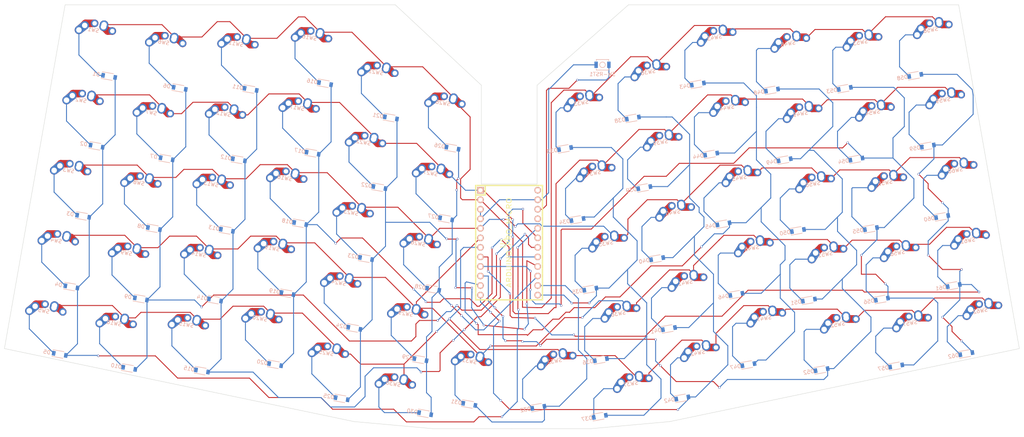
<source format=kicad_pcb>
(kicad_pcb (version 20171130) (host pcbnew 5.0.2-bee76a0~70~ubuntu18.04.1)
  (layers (0 F.Cu signal) (31 B.Cu signal) (34 B.Paste user) (35 F.Paste user) (36 B.SilkS user) (37 F.SilkS user) (38 B.Mask user) (39 F.Mask user) (44 Edge.Cuts user))
  (net 0 "")
  (net 1 "Net-(D1-Pad1)")
  (net 2 /COL0)
  (net 3 "Net-(D2-Pad1)")
  (net 4 "Net-(D3-Pad1)")
  (net 5 "Net-(D4-Pad1)")
  (net 6 "Net-(D5-Pad1)")
  (net 7 "Net-(D6-Pad1)")
  (net 8 /COL1)
  (net 9 "Net-(D7-Pad1)")
  (net 10 "Net-(D8-Pad1)")
  (net 11 "Net-(D9-Pad1)")
  (net 12 "Net-(D10-Pad1)")
  (net 13 "Net-(D11-Pad1)")
  (net 14 /COL2)
  (net 15 "Net-(D12-Pad1)")
  (net 16 "Net-(D13-Pad1)")
  (net 17 "Net-(D14-Pad1)")
  (net 18 "Net-(D15-Pad1)")
  (net 19 "Net-(D16-Pad1)")
  (net 20 /COL3)
  (net 21 "Net-(D17-Pad1)")
  (net 22 "Net-(D18-Pad1)")
  (net 23 "Net-(D19-Pad1)")
  (net 24 "Net-(D20-Pad1)")
  (net 25 "Net-(D21-Pad1)")
  (net 26 /COL4)
  (net 27 "Net-(D22-Pad1)")
  (net 28 "Net-(D23-Pad1)")
  (net 29 "Net-(D24-Pad1)")
  (net 30 "Net-(D25-Pad1)")
  (net 31 "Net-(D26-Pad1)")
  (net 32 /COL5)
  (net 33 "Net-(D27-Pad1)")
  (net 34 "Net-(D28-Pad1)")
  (net 35 "Net-(D29-Pad1)")
  (net 36 "Net-(D30-Pad1)")
  (net 37 "Net-(D31-Pad1)")
  (net 38 /COL6)
  (net 39 "Net-(D32-Pad1)")
  (net 40 "Net-(D33-Pad1)")
  (net 41 /COL7)
  (net 42 "Net-(D34-Pad1)")
  (net 43 "Net-(D35-Pad1)")
  (net 44 "Net-(D36-Pad1)")
  (net 45 "Net-(D37-Pad1)")
  (net 46 "Net-(D38-Pad1)")
  (net 47 /COL8)
  (net 48 "Net-(D39-Pad1)")
  (net 49 "Net-(D40-Pad1)")
  (net 50 "Net-(D41-Pad1)")
  (net 51 "Net-(D42-Pad1)")
  (net 52 "Net-(D43-Pad1)")
  (net 53 /COL9)
  (net 54 "Net-(D44-Pad1)")
  (net 55 "Net-(D45-Pad1)")
  (net 56 "Net-(D46-Pad1)")
  (net 57 "Net-(D47-Pad1)")
  (net 58 "Net-(D48-Pad1)")
  (net 59 /COL10)
  (net 60 "Net-(D49-Pad1)")
  (net 61 "Net-(D50-Pad1)")
  (net 62 "Net-(D51-Pad1)")
  (net 63 "Net-(D52-Pad1)")
  (net 64 "Net-(D53-Pad1)")
  (net 65 /COL11)
  (net 66 "Net-(D54-Pad1)")
  (net 67 "Net-(D55-Pad1)")
  (net 68 "Net-(D56-Pad1)")
  (net 69 "Net-(D57-Pad1)")
  (net 70 "Net-(D58-Pad1)")
  (net 71 /COL12)
  (net 72 "Net-(D59-Pad1)")
  (net 73 "Net-(D60-Pad1)")
  (net 74 "Net-(D61-Pad1)")
  (net 75 "Net-(D62-Pad1)")
  (net 76 /ROW4)
  (net 77 /ROW3)
  (net 78 /ROW2)
  (net 79 /ROW1)
  (net 80 /ROW0)
  (net 81 GND)
  (net 82 VCC)
  (net 83 "Net-(U1-Pad24)")
  (net 84 "Net-(SW-RST1-Pad2)")
  (module Keebio-Parts:MX-Alps-Choc-1U-NoLED (layer F.Cu) (at 188.414015 81.010008 10)
    (fp_text reference SW39 (at -0.008064 -3.188799 190) (layer B.SilkS) (effects (justify mirror)))
    (fp_text value SWITCH_PUSH)
    (pad "" np_thru_hole circle (at 5.508064 0.013799 58.1) (size 1.7 1.7) (drill 1.7) (layers *.Cu *.Mask))
    (pad "" np_thru_hole circle (at -5.491936 0.013799 58.1) (size 1.7 1.7) (drill 1.7) (layers *.Cu *.Mask))
    (pad 2 thru_hole circle (at 0.008064 -4.986201 10) (size 2 2) (drill 1.2) (layers *.Cu *.Mask) (net 48 "Net-(D39-Pad1)"))
    (pad 1 thru_hole circle (at 5.008064 -3.786201 10) (size 2 2) (drill 1.2) (layers *.Cu *.Mask) (net 77 /ROW3))
    (pad "" np_thru_hole circle (at 5.088064 0.013799 58.0996) (size 1.75 1.75) (drill 1.75) (layers *.Cu *.Mask))
    (pad "" np_thru_hole circle (at -5.071936 0.013799 58.0996) (size 1.75 1.75) (drill 1.75) (layers *.Cu *.Mask))
    (pad 2 thru_hole circle (at -2.491935 -3.986201 10) (size 2.25 2.25) (drill 1.47) (layers *.Cu *.Mask) (net 48 "Net-(D39-Pad1)"))
    (pad "" np_thru_hole circle (at 0.008064 0.013799 10) (size 3.9878 3.9878) (drill 3.9878) (layers *.Cu *.Mask))
    (pad 2 thru_hole oval (at -3.801936 -2.526201 58.1) (size 4.211556 2.25) (drill 1.47 (offset 0.980778 0)) (layers *.Cu *.Mask) (net 48 "Net-(D39-Pad1)"))
    (pad 1 thru_hole circle (at 2.548064 -5.066201 10) (size 2.25 2.25) (drill 1.47) (layers *.Cu *.Mask) (net 77 /ROW3))
    (pad 1 thru_hole oval (at 2.508064 -4.486201 96.1) (size 2.831378 2.25) (drill 1.47 (offset 0.290689 0)) (layers *.Cu *.Mask) (net 77 /ROW3))
  )
  (module Keebio-Parts:MX-Alps-Choc-1U-NoLED (layer F.Cu) (at 185.114699 62.298661 10)
    (fp_text reference SW38 (at -0.008064 -3.188799 190) (layer B.SilkS) (effects (justify mirror)))
    (fp_text value SWITCH_PUSH)
    (pad "" np_thru_hole circle (at 5.508064 0.013799 58.1) (size 1.7 1.7) (drill 1.7) (layers *.Cu *.Mask))
    (pad "" np_thru_hole circle (at -5.491936 0.013799 58.1) (size 1.7 1.7) (drill 1.7) (layers *.Cu *.Mask))
    (pad 2 thru_hole circle (at 0.008064 -4.986201 10) (size 2 2) (drill 1.2) (layers *.Cu *.Mask) (net 46 "Net-(D38-Pad1)"))
    (pad 1 thru_hole circle (at 5.008064 -3.786201 10) (size 2 2) (drill 1.2) (layers *.Cu *.Mask) (net 76 /ROW4))
    (pad "" np_thru_hole circle (at 5.088064 0.013799 58.0996) (size 1.75 1.75) (drill 1.75) (layers *.Cu *.Mask))
    (pad "" np_thru_hole circle (at -5.071936 0.013799 58.0996) (size 1.75 1.75) (drill 1.75) (layers *.Cu *.Mask))
    (pad 2 thru_hole circle (at -2.491936 -3.986201 10) (size 2.25 2.25) (drill 1.47) (layers *.Cu *.Mask) (net 46 "Net-(D38-Pad1)"))
    (pad "" np_thru_hole circle (at 0.008064 0.013799 10) (size 3.9878 3.9878) (drill 3.9878) (layers *.Cu *.Mask))
    (pad 2 thru_hole oval (at -3.801936 -2.526201 58.1) (size 4.211556 2.25) (drill 1.47 (offset 0.980778 0)) (layers *.Cu *.Mask) (net 46 "Net-(D38-Pad1)"))
    (pad 1 thru_hole circle (at 2.548064 -5.066201 10) (size 2.25 2.25) (drill 1.47) (layers *.Cu *.Mask) (net 76 /ROW4))
    (pad 1 thru_hole oval (at 2.508064 -4.486201 96.1) (size 2.831378 2.25) (drill 1.47 (offset 0.290689 0)) (layers *.Cu *.Mask) (net 76 /ROW4))
  )
  (module Keebio-Parts:MX-Alps-Choc-1U-NoLED (layer F.Cu) (at 212.682104 109.224541 10)
    (fp_text reference SW46 (at -0.008064 -3.188799 190) (layer B.SilkS) (effects (justify mirror)))
    (fp_text value SWITCH_PUSH)
    (pad "" np_thru_hole circle (at 5.508064 0.013799 58.1) (size 1.7 1.7) (drill 1.7) (layers *.Cu *.Mask))
    (pad "" np_thru_hole circle (at -5.491936 0.013799 58.1) (size 1.7 1.7) (drill 1.7) (layers *.Cu *.Mask))
    (pad 2 thru_hole circle (at 0.008064 -4.986201 10) (size 2 2) (drill 1.2) (layers *.Cu *.Mask) (net 56 "Net-(D46-Pad1)"))
    (pad 1 thru_hole circle (at 5.008064 -3.786201 10) (size 2 2) (drill 1.2) (layers *.Cu *.Mask) (net 79 /ROW1))
    (pad "" np_thru_hole circle (at 5.088064 0.013799 58.0996) (size 1.75 1.75) (drill 1.75) (layers *.Cu *.Mask))
    (pad "" np_thru_hole circle (at -5.071936 0.013799 58.0996) (size 1.75 1.75) (drill 1.75) (layers *.Cu *.Mask))
    (pad 2 thru_hole circle (at -2.491936 -3.986201 10) (size 2.25 2.25) (drill 1.47) (layers *.Cu *.Mask) (net 56 "Net-(D46-Pad1)"))
    (pad "" np_thru_hole circle (at 0.008064 0.013799 10) (size 3.9878 3.9878) (drill 3.9878) (layers *.Cu *.Mask))
    (pad 2 thru_hole oval (at -3.801936 -2.526201 58.1) (size 4.211556 2.25) (drill 1.47 (offset 0.980778 0)) (layers *.Cu *.Mask) (net 56 "Net-(D46-Pad1)"))
    (pad 1 thru_hole circle (at 2.548064 -5.066201 10) (size 2.25 2.25) (drill 1.47) (layers *.Cu *.Mask) (net 79 /ROW1))
    (pad 1 thru_hole oval (at 2.508064 -4.486201 96.1) (size 2.831378 2.25) (drill 1.47 (offset 0.290689 0)) (layers *.Cu *.Mask) (net 79 /ROW1))
  )
  (module Keebio-Parts:MX-Alps-Choc-1U-NoLED (layer F.Cu) (at 116.165819 145.373504 350)
    (fp_text reference SW30 (at -0.008064 -3.188799 170) (layer B.SilkS) (effects (justify mirror)))
    (fp_text value SWITCH_PUSH)
    (pad "" np_thru_hole circle (at 5.508064 0.013799 38.1) (size 1.7 1.7) (drill 1.7) (layers *.Cu *.Mask))
    (pad "" np_thru_hole circle (at -5.491936 0.013799 38.1) (size 1.7 1.7) (drill 1.7) (layers *.Cu *.Mask))
    (pad 2 thru_hole circle (at 0.008064 -4.986201 350) (size 2 2) (drill 1.2) (layers *.Cu *.Mask) (net 36 "Net-(D30-Pad1)"))
    (pad 1 thru_hole circle (at 5.008064 -3.786201 350) (size 2 2) (drill 1.2) (layers *.Cu *.Mask) (net 80 /ROW0))
    (pad "" np_thru_hole circle (at 5.088064 0.013799 38.0996) (size 1.75 1.75) (drill 1.75) (layers *.Cu *.Mask))
    (pad "" np_thru_hole circle (at -5.071936 0.013799 38.0996) (size 1.75 1.75) (drill 1.75) (layers *.Cu *.Mask))
    (pad 2 thru_hole circle (at -2.491936 -3.986201 350) (size 2.25 2.25) (drill 1.47) (layers *.Cu *.Mask) (net 36 "Net-(D30-Pad1)"))
    (pad "" np_thru_hole circle (at 0.008064 0.013799 350) (size 3.9878 3.9878) (drill 3.9878) (layers *.Cu *.Mask))
    (pad 2 thru_hole oval (at -3.801936 -2.526201 38.1) (size 4.211556 2.25) (drill 1.47 (offset 0.980778 0)) (layers *.Cu *.Mask) (net 36 "Net-(D30-Pad1)"))
    (pad 1 thru_hole circle (at 2.548064 -5.066201 350) (size 2.25 2.25) (drill 1.47) (layers *.Cu *.Mask) (net 80 /ROW0))
    (pad 1 thru_hole oval (at 2.508064 -4.486201 76.1) (size 2.831378 2.25) (drill 1.47 (offset 0.290689 0)) (layers *.Cu *.Mask) (net 80 /ROW0))
  )
  (module Keebio-Parts:MX-Alps-Choc-1U-NoLED (layer F.Cu) (at 180.468855 145.367404 10)
    (fp_text reference SW37 (at -0.008064 -3.188799 190) (layer B.SilkS) (effects (justify mirror)))
    (fp_text value SWITCH_PUSH)
    (pad "" np_thru_hole circle (at 5.508064 0.013799 58.1) (size 1.7 1.7) (drill 1.7) (layers *.Cu *.Mask))
    (pad "" np_thru_hole circle (at -5.491936 0.013799 58.1) (size 1.7 1.7) (drill 1.7) (layers *.Cu *.Mask))
    (pad 2 thru_hole circle (at 0.008064 -4.986201 10) (size 2 2) (drill 1.2) (layers *.Cu *.Mask) (net 45 "Net-(D37-Pad1)"))
    (pad 1 thru_hole circle (at 5.008064 -3.786201 10) (size 2 2) (drill 1.2) (layers *.Cu *.Mask) (net 80 /ROW0))
    (pad "" np_thru_hole circle (at 5.088064 0.013799 58.0996) (size 1.75 1.75) (drill 1.75) (layers *.Cu *.Mask))
    (pad "" np_thru_hole circle (at -5.071936 0.013799 58.0996) (size 1.75 1.75) (drill 1.75) (layers *.Cu *.Mask))
    (pad 2 thru_hole circle (at -2.491936 -3.986201 10) (size 2.25 2.25) (drill 1.47) (layers *.Cu *.Mask) (net 45 "Net-(D37-Pad1)"))
    (pad "" np_thru_hole circle (at 0.008064 0.013799 10) (size 3.9878 3.9878) (drill 3.9878) (layers *.Cu *.Mask))
    (pad 2 thru_hole oval (at -3.801936 -2.526201 58.1) (size 4.211556 2.25) (drill 1.47 (offset 0.980778 0)) (layers *.Cu *.Mask) (net 45 "Net-(D37-Pad1)"))
    (pad 1 thru_hole circle (at 2.548064 -5.066201 10) (size 2.25 2.25) (drill 1.47) (layers *.Cu *.Mask) (net 80 /ROW0))
    (pad 1 thru_hole oval (at 2.508064 -4.486201 96.1) (size 2.831378 2.25) (drill 1.47 (offset 0.290689 0)) (layers *.Cu *.Mask) (net 80 /ROW0))
  )
  (module Keebio-Parts:MX-Alps-Choc-1U-NoLED (layer F.Cu) (at 33.027974 69.788462 350)
    (fp_text reference SW2 (at -0.008064 -3.188799 170) (layer B.SilkS) (effects (justify mirror)))
    (fp_text value SWITCH_PUSH)
    (pad "" np_thru_hole circle (at 5.508064 0.013799 38.1) (size 1.7 1.7) (drill 1.7) (layers *.Cu *.Mask))
    (pad "" np_thru_hole circle (at -5.491936 0.013799 38.1) (size 1.7 1.7) (drill 1.7) (layers *.Cu *.Mask))
    (pad 2 thru_hole circle (at 0.008064 -4.986201 350) (size 2 2) (drill 1.2) (layers *.Cu *.Mask) (net 3 "Net-(D2-Pad1)"))
    (pad 1 thru_hole circle (at 5.008064 -3.786201 350) (size 2 2) (drill 1.2) (layers *.Cu *.Mask) (net 77 /ROW3))
    (pad "" np_thru_hole circle (at 5.088064 0.013799 38.0996) (size 1.75 1.75) (drill 1.75) (layers *.Cu *.Mask))
    (pad "" np_thru_hole circle (at -5.071936 0.013799 38.0996) (size 1.75 1.75) (drill 1.75) (layers *.Cu *.Mask))
    (pad 2 thru_hole circle (at -2.491936 -3.986201 350) (size 2.25 2.25) (drill 1.47) (layers *.Cu *.Mask) (net 3 "Net-(D2-Pad1)"))
    (pad "" np_thru_hole circle (at 0.008064 0.013799 350) (size 3.9878 3.9878) (drill 3.9878) (layers *.Cu *.Mask))
    (pad 2 thru_hole oval (at -3.801936 -2.526201 38.1) (size 4.211556 2.25) (drill 1.47 (offset 0.980778 0)) (layers *.Cu *.Mask) (net 3 "Net-(D2-Pad1)"))
    (pad 1 thru_hole circle (at 2.548064 -5.066201 350) (size 2.25 2.25) (drill 1.47) (layers *.Cu *.Mask) (net 77 /ROW3))
    (pad 1 thru_hole oval (at 2.508064 -4.486201 76.1) (size 2.831378 2.25) (drill 1.47 (offset 0.290689 0)) (layers *.Cu *.Mask) (net 77 /ROW3))
  )
  (module Keebio-Parts:MX-Alps-Choc-1U-NoLED (layer F.Cu) (at 29.728658 88.499809 350)
    (fp_text reference SW3 (at -0.008064 -3.188799 170) (layer B.SilkS) (effects (justify mirror)))
    (fp_text value SWITCH_PUSH)
    (pad "" np_thru_hole circle (at 5.508064 0.013799 38.1) (size 1.7 1.7) (drill 1.7) (layers *.Cu *.Mask))
    (pad "" np_thru_hole circle (at -5.491936 0.013799 38.1) (size 1.7 1.7) (drill 1.7) (layers *.Cu *.Mask))
    (pad 2 thru_hole circle (at 0.008064 -4.986201 350) (size 2 2) (drill 1.2) (layers *.Cu *.Mask) (net 4 "Net-(D3-Pad1)"))
    (pad 1 thru_hole circle (at 5.008064 -3.786201 350) (size 2 2) (drill 1.2) (layers *.Cu *.Mask) (net 78 /ROW2))
    (pad "" np_thru_hole circle (at 5.088064 0.013799 38.0996) (size 1.75 1.75) (drill 1.75) (layers *.Cu *.Mask))
    (pad "" np_thru_hole circle (at -5.071936 0.013799 38.0996) (size 1.75 1.75) (drill 1.75) (layers *.Cu *.Mask))
    (pad 2 thru_hole circle (at -2.491936 -3.986201 350) (size 2.25 2.25) (drill 1.47) (layers *.Cu *.Mask) (net 4 "Net-(D3-Pad1)"))
    (pad "" np_thru_hole circle (at 0.008064 0.013799 350) (size 3.9878 3.9878) (drill 3.9878) (layers *.Cu *.Mask))
    (pad 2 thru_hole oval (at -3.801936 -2.526201 38.1) (size 4.211556 2.25) (drill 1.47 (offset 0.980778 0)) (layers *.Cu *.Mask) (net 4 "Net-(D3-Pad1)"))
    (pad 1 thru_hole circle (at 2.548064 -5.066201 350) (size 2.25 2.25) (drill 1.47) (layers *.Cu *.Mask) (net 78 /ROW2))
    (pad 1 thru_hole oval (at 2.508064 -4.486201 76.1) (size 2.831378 2.25) (drill 1.47 (offset 0.290689 0)) (layers *.Cu *.Mask) (net 78 /ROW2))
  )
  (module Keebio-Parts:MX-Alps-Choc-1U-NoLED (layer F.Cu) (at 26.429343 107.211157 350)
    (fp_text reference SW4 (at -0.008064 -3.188799 170) (layer B.SilkS) (effects (justify mirror)))
    (fp_text value SWITCH_PUSH)
    (pad "" np_thru_hole circle (at 5.508064 0.013799 38.1) (size 1.7 1.7) (drill 1.7) (layers *.Cu *.Mask))
    (pad "" np_thru_hole circle (at -5.491936 0.013799 38.1) (size 1.7 1.7) (drill 1.7) (layers *.Cu *.Mask))
    (pad 2 thru_hole circle (at 0.008064 -4.986201 350) (size 2 2) (drill 1.2) (layers *.Cu *.Mask) (net 5 "Net-(D4-Pad1)"))
    (pad 1 thru_hole circle (at 5.008064 -3.786201 350) (size 2 2) (drill 1.2) (layers *.Cu *.Mask) (net 79 /ROW1))
    (pad "" np_thru_hole circle (at 5.088064 0.013799 38.0996) (size 1.75 1.75) (drill 1.75) (layers *.Cu *.Mask))
    (pad "" np_thru_hole circle (at -5.071936 0.013799 38.0996) (size 1.75 1.75) (drill 1.75) (layers *.Cu *.Mask))
    (pad 2 thru_hole circle (at -2.491936 -3.986201 350) (size 2.25 2.25) (drill 1.47) (layers *.Cu *.Mask) (net 5 "Net-(D4-Pad1)"))
    (pad "" np_thru_hole circle (at 0.008064 0.013799 350) (size 3.9878 3.9878) (drill 3.9878) (layers *.Cu *.Mask))
    (pad 2 thru_hole oval (at -3.801936 -2.526201 38.1) (size 4.211556 2.25) (drill 1.47 (offset 0.980778 0)) (layers *.Cu *.Mask) (net 5 "Net-(D4-Pad1)"))
    (pad 1 thru_hole circle (at 2.548064 -5.066201 350) (size 2.25 2.25) (drill 1.47) (layers *.Cu *.Mask) (net 79 /ROW1))
    (pad 1 thru_hole oval (at 2.508064 -4.486201 76.1) (size 2.831378 2.25) (drill 1.47 (offset 0.290689 0)) (layers *.Cu *.Mask) (net 79 /ROW1))
  )
  (module Keebio-Parts:MX-Alps-Choc-1U-NoLED (layer F.Cu) (at 23.130027 125.922504 350)
    (fp_text reference SW5 (at -0.008064 -3.188799 170) (layer B.SilkS) (effects (justify mirror)))
    (fp_text value SWITCH_PUSH)
    (pad "" np_thru_hole circle (at 5.508064 0.013799 38.1) (size 1.7 1.7) (drill 1.7) (layers *.Cu *.Mask))
    (pad "" np_thru_hole circle (at -5.491936 0.013799 38.1) (size 1.7 1.7) (drill 1.7) (layers *.Cu *.Mask))
    (pad 2 thru_hole circle (at 0.008064 -4.986201 350) (size 2 2) (drill 1.2) (layers *.Cu *.Mask) (net 6 "Net-(D5-Pad1)"))
    (pad 1 thru_hole circle (at 5.008064 -3.786201 350) (size 2 2) (drill 1.2) (layers *.Cu *.Mask) (net 80 /ROW0))
    (pad "" np_thru_hole circle (at 5.088064 0.013799 38.0996) (size 1.75 1.75) (drill 1.75) (layers *.Cu *.Mask))
    (pad "" np_thru_hole circle (at -5.071936 0.013799 38.0996) (size 1.75 1.75) (drill 1.75) (layers *.Cu *.Mask))
    (pad 2 thru_hole circle (at -2.491936 -3.986201 350) (size 2.25 2.25) (drill 1.47) (layers *.Cu *.Mask) (net 6 "Net-(D5-Pad1)"))
    (pad "" np_thru_hole circle (at 0.008064 0.013799 350) (size 3.9878 3.9878) (drill 3.9878) (layers *.Cu *.Mask))
    (pad 2 thru_hole oval (at -3.801936 -2.526201 38.1) (size 4.211556 2.25) (drill 1.47 (offset 0.980778 0)) (layers *.Cu *.Mask) (net 6 "Net-(D5-Pad1)"))
    (pad 1 thru_hole circle (at 2.548064 -5.066201 350) (size 2.25 2.25) (drill 1.47) (layers *.Cu *.Mask) (net 80 /ROW0))
    (pad 1 thru_hole oval (at 2.508064 -4.486201 76.1) (size 2.831378 2.25) (drill 1.47 (offset 0.290689 0)) (layers *.Cu *.Mask) (net 80 /ROW0))
  )
  (module Keebio-Parts:MX-Alps-Choc-1U-NoLED (layer F.Cu) (at 55.038636 54.37643 350)
    (fp_text reference SW6 (at -0.008064 -3.188799 170) (layer B.SilkS) (effects (justify mirror)))
    (fp_text value SWITCH_PUSH)
    (pad "" np_thru_hole circle (at 5.508064 0.013799 38.1) (size 1.7 1.7) (drill 1.7) (layers *.Cu *.Mask))
    (pad "" np_thru_hole circle (at -5.491936 0.013799 38.1) (size 1.7 1.7) (drill 1.7) (layers *.Cu *.Mask))
    (pad 2 thru_hole circle (at 0.008064 -4.986201 350) (size 2 2) (drill 1.2) (layers *.Cu *.Mask) (net 7 "Net-(D6-Pad1)"))
    (pad 1 thru_hole circle (at 5.008064 -3.786201 350) (size 2 2) (drill 1.2) (layers *.Cu *.Mask) (net 76 /ROW4))
    (pad "" np_thru_hole circle (at 5.088064 0.013799 38.0996) (size 1.75 1.75) (drill 1.75) (layers *.Cu *.Mask))
    (pad "" np_thru_hole circle (at -5.071936 0.013799 38.0996) (size 1.75 1.75) (drill 1.75) (layers *.Cu *.Mask))
    (pad 2 thru_hole circle (at -2.491936 -3.986201 350) (size 2.25 2.25) (drill 1.47) (layers *.Cu *.Mask) (net 7 "Net-(D6-Pad1)"))
    (pad "" np_thru_hole circle (at 0.008064 0.013799 350) (size 3.9878 3.9878) (drill 3.9878) (layers *.Cu *.Mask))
    (pad 2 thru_hole oval (at -3.801936 -2.526201 38.1) (size 4.211556 2.25) (drill 1.47 (offset 0.980778 0)) (layers *.Cu *.Mask) (net 7 "Net-(D6-Pad1)"))
    (pad 1 thru_hole circle (at 2.548064 -5.066201 350) (size 2.25 2.25) (drill 1.47) (layers *.Cu *.Mask) (net 76 /ROW4))
    (pad 1 thru_hole oval (at 2.508064 -4.486201 76.1) (size 2.831378 2.25) (drill 1.47 (offset 0.290689 0)) (layers *.Cu *.Mask) (net 76 /ROW4))
  )
  (module Keebio-Parts:MX-Alps-Choc-1U-NoLED (layer F.Cu) (at 51.739321 73.087777 350)
    (fp_text reference SW7 (at -0.008064 -3.188799 170) (layer B.SilkS) (effects (justify mirror)))
    (fp_text value SWITCH_PUSH)
    (pad "" np_thru_hole circle (at 5.508064 0.013799 38.1) (size 1.7 1.7) (drill 1.7) (layers *.Cu *.Mask))
    (pad "" np_thru_hole circle (at -5.491936 0.013799 38.1) (size 1.7 1.7) (drill 1.7) (layers *.Cu *.Mask))
    (pad 2 thru_hole circle (at 0.008064 -4.986201 350) (size 2 2) (drill 1.2) (layers *.Cu *.Mask) (net 9 "Net-(D7-Pad1)"))
    (pad 1 thru_hole circle (at 5.008064 -3.786201 350) (size 2 2) (drill 1.2) (layers *.Cu *.Mask) (net 77 /ROW3))
    (pad "" np_thru_hole circle (at 5.088064 0.013799 38.0996) (size 1.75 1.75) (drill 1.75) (layers *.Cu *.Mask))
    (pad "" np_thru_hole circle (at -5.071936 0.013799 38.0996) (size 1.75 1.75) (drill 1.75) (layers *.Cu *.Mask))
    (pad 2 thru_hole circle (at -2.491936 -3.986201 350) (size 2.25 2.25) (drill 1.47) (layers *.Cu *.Mask) (net 9 "Net-(D7-Pad1)"))
    (pad "" np_thru_hole circle (at 0.008064 0.013799 350) (size 3.9878 3.9878) (drill 3.9878) (layers *.Cu *.Mask))
    (pad 2 thru_hole oval (at -3.801936 -2.526201 38.1) (size 4.211556 2.25) (drill 1.47 (offset 0.980778 0)) (layers *.Cu *.Mask) (net 9 "Net-(D7-Pad1)"))
    (pad 1 thru_hole circle (at 2.548064 -5.066201 350) (size 2.25 2.25) (drill 1.47) (layers *.Cu *.Mask) (net 77 /ROW3))
    (pad 1 thru_hole oval (at 2.508064 -4.486201 76.1) (size 2.831378 2.25) (drill 1.47 (offset 0.290689 0)) (layers *.Cu *.Mask) (net 77 /ROW3))
  )
  (module Keebio-Parts:MX-Alps-Choc-1U-NoLED (layer F.Cu) (at 48.440006 91.799125 350)
    (fp_text reference SW8 (at -0.008064 -3.188799 170) (layer B.SilkS) (effects (justify mirror)))
    (fp_text value SWITCH_PUSH)
    (pad "" np_thru_hole circle (at 5.508064 0.013799 38.1) (size 1.7 1.7) (drill 1.7) (layers *.Cu *.Mask))
    (pad "" np_thru_hole circle (at -5.491936 0.013799 38.1) (size 1.7 1.7) (drill 1.7) (layers *.Cu *.Mask))
    (pad 2 thru_hole circle (at 0.008064 -4.986201 350) (size 2 2) (drill 1.2) (layers *.Cu *.Mask) (net 10 "Net-(D8-Pad1)"))
    (pad 1 thru_hole circle (at 5.008064 -3.786201 350) (size 2 2) (drill 1.2) (layers *.Cu *.Mask) (net 78 /ROW2))
    (pad "" np_thru_hole circle (at 5.088064 0.013799 38.0996) (size 1.75 1.75) (drill 1.75) (layers *.Cu *.Mask))
    (pad "" np_thru_hole circle (at -5.071936 0.013799 38.0996) (size 1.75 1.75) (drill 1.75) (layers *.Cu *.Mask))
    (pad 2 thru_hole circle (at -2.491936 -3.986201 350) (size 2.25 2.25) (drill 1.47) (layers *.Cu *.Mask) (net 10 "Net-(D8-Pad1)"))
    (pad "" np_thru_hole circle (at 0.008064 0.013799 350) (size 3.9878 3.9878) (drill 3.9878) (layers *.Cu *.Mask))
    (pad 2 thru_hole oval (at -3.801936 -2.526201 38.1) (size 4.211556 2.25) (drill 1.47 (offset 0.980778 0)) (layers *.Cu *.Mask) (net 10 "Net-(D8-Pad1)"))
    (pad 1 thru_hole circle (at 2.548064 -5.066201 350) (size 2.25 2.25) (drill 1.47) (layers *.Cu *.Mask) (net 78 /ROW2))
    (pad 1 thru_hole oval (at 2.508064 -4.486201 76.1) (size 2.831378 2.25) (drill 1.47 (offset 0.290689 0)) (layers *.Cu *.Mask) (net 78 /ROW2))
  )
  (module Keebio-Parts:MX-Alps-Choc-1U-NoLED (layer F.Cu) (at 45.14069 110.510472 350)
    (fp_text reference SW9 (at -0.008064 -3.188799 170) (layer B.SilkS) (effects (justify mirror)))
    (fp_text value SWITCH_PUSH)
    (pad "" np_thru_hole circle (at 5.508064 0.013799 38.1) (size 1.7 1.7) (drill 1.7) (layers *.Cu *.Mask))
    (pad "" np_thru_hole circle (at -5.491936 0.013799 38.1) (size 1.7 1.7) (drill 1.7) (layers *.Cu *.Mask))
    (pad 2 thru_hole circle (at 0.008064 -4.986201 350) (size 2 2) (drill 1.2) (layers *.Cu *.Mask) (net 11 "Net-(D9-Pad1)"))
    (pad 1 thru_hole circle (at 5.008064 -3.786201 350) (size 2 2) (drill 1.2) (layers *.Cu *.Mask) (net 79 /ROW1))
    (pad "" np_thru_hole circle (at 5.088064 0.013799 38.0996) (size 1.75 1.75) (drill 1.75) (layers *.Cu *.Mask))
    (pad "" np_thru_hole circle (at -5.071936 0.013799 38.0996) (size 1.75 1.75) (drill 1.75) (layers *.Cu *.Mask))
    (pad 2 thru_hole circle (at -2.491936 -3.986201 350) (size 2.25 2.25) (drill 1.47) (layers *.Cu *.Mask) (net 11 "Net-(D9-Pad1)"))
    (pad "" np_thru_hole circle (at 0.008064 0.013799 350) (size 3.9878 3.9878) (drill 3.9878) (layers *.Cu *.Mask))
    (pad 2 thru_hole oval (at -3.801936 -2.526201 38.1) (size 4.211556 2.25) (drill 1.47 (offset 0.980778 0)) (layers *.Cu *.Mask) (net 11 "Net-(D9-Pad1)"))
    (pad 1 thru_hole circle (at 2.548064 -5.066201 350) (size 2.25 2.25) (drill 1.47) (layers *.Cu *.Mask) (net 79 /ROW1))
    (pad 1 thru_hole oval (at 2.508064 -4.486201 76.1) (size 2.831378 2.25) (drill 1.47 (offset 0.290689 0)) (layers *.Cu *.Mask) (net 79 /ROW1))
  )
  (module Keebio-Parts:MX-Alps-Choc-1U-NoLED (layer F.Cu) (at 41.841375 129.221819 350)
    (fp_text reference SW10 (at -0.008064 -3.188799 170) (layer B.SilkS) (effects (justify mirror)))
    (fp_text value SWITCH_PUSH)
    (pad "" np_thru_hole circle (at 5.508064 0.013799 38.1) (size 1.7 1.7) (drill 1.7) (layers *.Cu *.Mask))
    (pad "" np_thru_hole circle (at -5.491936 0.013799 38.1) (size 1.7 1.7) (drill 1.7) (layers *.Cu *.Mask))
    (pad 2 thru_hole circle (at 0.008064 -4.986201 350) (size 2 2) (drill 1.2) (layers *.Cu *.Mask) (net 12 "Net-(D10-Pad1)"))
    (pad 1 thru_hole circle (at 5.008064 -3.786201 350) (size 2 2) (drill 1.2) (layers *.Cu *.Mask) (net 80 /ROW0))
    (pad "" np_thru_hole circle (at 5.088064 0.013799 38.0996) (size 1.75 1.75) (drill 1.75) (layers *.Cu *.Mask))
    (pad "" np_thru_hole circle (at -5.071936 0.013799 38.0996) (size 1.75 1.75) (drill 1.75) (layers *.Cu *.Mask))
    (pad 2 thru_hole circle (at -2.491936 -3.986201 350) (size 2.25 2.25) (drill 1.47) (layers *.Cu *.Mask) (net 12 "Net-(D10-Pad1)"))
    (pad "" np_thru_hole circle (at 0.008064 0.013799 350) (size 3.9878 3.9878) (drill 3.9878) (layers *.Cu *.Mask))
    (pad 2 thru_hole oval (at -3.801936 -2.526201 38.1) (size 4.211556 2.25) (drill 1.47 (offset 0.980778 0)) (layers *.Cu *.Mask) (net 12 "Net-(D10-Pad1)"))
    (pad 1 thru_hole circle (at 2.548064 -5.066201 350) (size 2.25 2.25) (drill 1.47) (layers *.Cu *.Mask) (net 80 /ROW0))
    (pad 1 thru_hole oval (at 2.508064 -4.486201 76.1) (size 2.831378 2.25) (drill 1.47 (offset 0.290689 0)) (layers *.Cu *.Mask) (net 80 /ROW0))
  )
  (module Keebio-Parts:MX-Alps-Choc-1U-NoLED (layer F.Cu) (at 74.270928 54.721322 350)
    (fp_text reference SW11 (at -0.008064 -3.188799 170) (layer B.SilkS) (effects (justify mirror)))
    (fp_text value SWITCH_PUSH)
    (pad "" np_thru_hole circle (at 5.508064 0.013799 38.1) (size 1.7 1.7) (drill 1.7) (layers *.Cu *.Mask))
    (pad "" np_thru_hole circle (at -5.491936 0.013799 38.1) (size 1.7 1.7) (drill 1.7) (layers *.Cu *.Mask))
    (pad 2 thru_hole circle (at 0.008064 -4.986201 350) (size 2 2) (drill 1.2) (layers *.Cu *.Mask) (net 13 "Net-(D11-Pad1)"))
    (pad 1 thru_hole circle (at 5.008064 -3.786201 350) (size 2 2) (drill 1.2) (layers *.Cu *.Mask) (net 76 /ROW4))
    (pad "" np_thru_hole circle (at 5.088064 0.013799 38.0996) (size 1.75 1.75) (drill 1.75) (layers *.Cu *.Mask))
    (pad "" np_thru_hole circle (at -5.071936 0.013799 38.0996) (size 1.75 1.75) (drill 1.75) (layers *.Cu *.Mask))
    (pad 2 thru_hole circle (at -2.491936 -3.986201 350) (size 2.25 2.25) (drill 1.47) (layers *.Cu *.Mask) (net 13 "Net-(D11-Pad1)"))
    (pad "" np_thru_hole circle (at 0.008064 0.013799 350) (size 3.9878 3.9878) (drill 3.9878) (layers *.Cu *.Mask))
    (pad 2 thru_hole oval (at -3.801936 -2.526201 38.1) (size 4.211556 2.25) (drill 1.47 (offset 0.980778 0)) (layers *.Cu *.Mask) (net 13 "Net-(D11-Pad1)"))
    (pad 1 thru_hole circle (at 2.548064 -5.066201 350) (size 2.25 2.25) (drill 1.47) (layers *.Cu *.Mask) (net 76 /ROW4))
    (pad 1 thru_hole oval (at 2.508064 -4.486201 76.1) (size 2.831378 2.25) (drill 1.47 (offset 0.290689 0)) (layers *.Cu *.Mask) (net 76 /ROW4))
  )
  (module Keebio-Parts:MX-Alps-Choc-1U-NoLED (layer F.Cu) (at 70.971613 73.43267 350)
    (fp_text reference SW12 (at -0.008064 -3.188799 170) (layer B.SilkS) (effects (justify mirror)))
    (fp_text value SWITCH_PUSH)
    (pad "" np_thru_hole circle (at 5.508064 0.013799 38.1) (size 1.7 1.7) (drill 1.7) (layers *.Cu *.Mask))
    (pad "" np_thru_hole circle (at -5.491936 0.013799 38.1) (size 1.7 1.7) (drill 1.7) (layers *.Cu *.Mask))
    (pad 2 thru_hole circle (at 0.008064 -4.986201 350) (size 2 2) (drill 1.2) (layers *.Cu *.Mask) (net 15 "Net-(D12-Pad1)"))
    (pad 1 thru_hole circle (at 5.008064 -3.786201 350) (size 2 2) (drill 1.2) (layers *.Cu *.Mask) (net 77 /ROW3))
    (pad "" np_thru_hole circle (at 5.088064 0.013799 38.0996) (size 1.75 1.75) (drill 1.75) (layers *.Cu *.Mask))
    (pad "" np_thru_hole circle (at -5.071936 0.013799 38.0996) (size 1.75 1.75) (drill 1.75) (layers *.Cu *.Mask))
    (pad 2 thru_hole circle (at -2.491936 -3.986201 350) (size 2.25 2.25) (drill 1.47) (layers *.Cu *.Mask) (net 15 "Net-(D12-Pad1)"))
    (pad "" np_thru_hole circle (at 0.008064 0.013799 350) (size 3.9878 3.9878) (drill 3.9878) (layers *.Cu *.Mask))
    (pad 2 thru_hole oval (at -3.801936 -2.526201 38.1) (size 4.211556 2.25) (drill 1.47 (offset 0.980778 0)) (layers *.Cu *.Mask) (net 15 "Net-(D12-Pad1)"))
    (pad 1 thru_hole circle (at 2.548064 -5.066201 350) (size 2.25 2.25) (drill 1.47) (layers *.Cu *.Mask) (net 77 /ROW3))
    (pad 1 thru_hole oval (at 2.508064 -4.486201 76.1) (size 2.831378 2.25) (drill 1.47 (offset 0.290689 0)) (layers *.Cu *.Mask) (net 77 /ROW3))
  )
  (module Keebio-Parts:MX-Alps-Choc-1U-NoLED (layer F.Cu) (at 67.672297 92.144017 350)
    (fp_text reference SW13 (at -0.008064 -3.188799 170) (layer B.SilkS) (effects (justify mirror)))
    (fp_text value SWITCH_PUSH)
    (pad "" np_thru_hole circle (at 5.508064 0.013799 38.1) (size 1.7 1.7) (drill 1.7) (layers *.Cu *.Mask))
    (pad "" np_thru_hole circle (at -5.491936 0.013799 38.1) (size 1.7 1.7) (drill 1.7) (layers *.Cu *.Mask))
    (pad 2 thru_hole circle (at 0.008064 -4.986201 350) (size 2 2) (drill 1.2) (layers *.Cu *.Mask) (net 16 "Net-(D13-Pad1)"))
    (pad 1 thru_hole circle (at 5.008064 -3.786201 350) (size 2 2) (drill 1.2) (layers *.Cu *.Mask) (net 78 /ROW2))
    (pad "" np_thru_hole circle (at 5.088064 0.013799 38.0996) (size 1.75 1.75) (drill 1.75) (layers *.Cu *.Mask))
    (pad "" np_thru_hole circle (at -5.071936 0.013799 38.0996) (size 1.75 1.75) (drill 1.75) (layers *.Cu *.Mask))
    (pad 2 thru_hole circle (at -2.491936 -3.986201 350) (size 2.25 2.25) (drill 1.47) (layers *.Cu *.Mask) (net 16 "Net-(D13-Pad1)"))
    (pad "" np_thru_hole circle (at 0.008064 0.013799 350) (size 3.9878 3.9878) (drill 3.9878) (layers *.Cu *.Mask))
    (pad 2 thru_hole oval (at -3.801936 -2.526201 38.1) (size 4.211556 2.25) (drill 1.47 (offset 0.980778 0)) (layers *.Cu *.Mask) (net 16 "Net-(D13-Pad1)"))
    (pad 1 thru_hole circle (at 2.548064 -5.066201 350) (size 2.25 2.25) (drill 1.47) (layers *.Cu *.Mask) (net 78 /ROW2))
    (pad 1 thru_hole oval (at 2.508064 -4.486201 76.1) (size 2.831378 2.25) (drill 1.47 (offset 0.290689 0)) (layers *.Cu *.Mask) (net 78 /ROW2))
  )
  (module Keebio-Parts:MX-Alps-Choc-1U-NoLED (layer F.Cu) (at 64.372982 110.855364 350)
    (fp_text reference SW14 (at -0.008064 -3.188799 170) (layer B.SilkS) (effects (justify mirror)))
    (fp_text value SWITCH_PUSH)
    (pad "" np_thru_hole circle (at 5.508064 0.013799 38.1) (size 1.7 1.7) (drill 1.7) (layers *.Cu *.Mask))
    (pad "" np_thru_hole circle (at -5.491936 0.013799 38.1) (size 1.7 1.7) (drill 1.7) (layers *.Cu *.Mask))
    (pad 2 thru_hole circle (at 0.008064 -4.986201 350) (size 2 2) (drill 1.2) (layers *.Cu *.Mask) (net 17 "Net-(D14-Pad1)"))
    (pad 1 thru_hole circle (at 5.008064 -3.786201 350) (size 2 2) (drill 1.2) (layers *.Cu *.Mask) (net 79 /ROW1))
    (pad "" np_thru_hole circle (at 5.088064 0.013799 38.0996) (size 1.75 1.75) (drill 1.75) (layers *.Cu *.Mask))
    (pad "" np_thru_hole circle (at -5.071936 0.013799 38.0996) (size 1.75 1.75) (drill 1.75) (layers *.Cu *.Mask))
    (pad 2 thru_hole circle (at -2.491936 -3.986201 350) (size 2.25 2.25) (drill 1.47) (layers *.Cu *.Mask) (net 17 "Net-(D14-Pad1)"))
    (pad "" np_thru_hole circle (at 0.008064 0.013799 350) (size 3.9878 3.9878) (drill 3.9878) (layers *.Cu *.Mask))
    (pad 2 thru_hole oval (at -3.801936 -2.526201 38.1) (size 4.211556 2.25) (drill 1.47 (offset 0.980778 0)) (layers *.Cu *.Mask) (net 17 "Net-(D14-Pad1)"))
    (pad 1 thru_hole circle (at 2.548064 -5.066201 350) (size 2.25 2.25) (drill 1.47) (layers *.Cu *.Mask) (net 79 /ROW1))
    (pad 1 thru_hole oval (at 2.508064 -4.486201 76.1) (size 2.831378 2.25) (drill 1.47 (offset 0.290689 0)) (layers *.Cu *.Mask) (net 79 /ROW1))
  )
  (module Keebio-Parts:MX-Alps-Choc-1U-NoLED (layer F.Cu) (at 61.073667 129.566711 350)
    (fp_text reference SW15 (at -0.008064 -3.188799 170) (layer B.SilkS) (effects (justify mirror)))
    (fp_text value SWITCH_PUSH)
    (pad "" np_thru_hole circle (at 5.508064 0.013799 38.1) (size 1.7 1.7) (drill 1.7) (layers *.Cu *.Mask))
    (pad "" np_thru_hole circle (at -5.491936 0.013799 38.1) (size 1.7 1.7) (drill 1.7) (layers *.Cu *.Mask))
    (pad 2 thru_hole circle (at 0.008064 -4.986201 350) (size 2 2) (drill 1.2) (layers *.Cu *.Mask) (net 18 "Net-(D15-Pad1)"))
    (pad 1 thru_hole circle (at 5.008064 -3.786201 350) (size 2 2) (drill 1.2) (layers *.Cu *.Mask) (net 80 /ROW0))
    (pad "" np_thru_hole circle (at 5.088064 0.013799 38.0996) (size 1.75 1.75) (drill 1.75) (layers *.Cu *.Mask))
    (pad "" np_thru_hole circle (at -5.071936 0.013799 38.0996) (size 1.75 1.75) (drill 1.75) (layers *.Cu *.Mask))
    (pad 2 thru_hole circle (at -2.491936 -3.986201 350) (size 2.25 2.25) (drill 1.47) (layers *.Cu *.Mask) (net 18 "Net-(D15-Pad1)"))
    (pad "" np_thru_hole circle (at 0.008064 0.013799 350) (size 3.9878 3.9878) (drill 3.9878) (layers *.Cu *.Mask))
    (pad 2 thru_hole oval (at -3.801936 -2.526201 38.1) (size 4.211556 2.25) (drill 1.47 (offset 0.980778 0)) (layers *.Cu *.Mask) (net 18 "Net-(D15-Pad1)"))
    (pad 1 thru_hole circle (at 2.548064 -5.066201 350) (size 2.25 2.25) (drill 1.47) (layers *.Cu *.Mask) (net 80 /ROW0))
    (pad 1 thru_hole oval (at 2.508064 -4.486201 76.1) (size 2.831378 2.25) (drill 1.47 (offset 0.290689 0)) (layers *.Cu *.Mask) (net 80 /ROW0))
  )
  (module Keebio-Parts:MX-Alps-Choc-1U-NoLED (layer F.Cu) (at 93.850516 53.096599 350)
    (fp_text reference SW16 (at -0.008064 -3.188799 170) (layer B.SilkS) (effects (justify mirror)))
    (fp_text value SWITCH_PUSH)
    (pad "" np_thru_hole circle (at 5.508064 0.013799 38.1) (size 1.7 1.7) (drill 1.7) (layers *.Cu *.Mask))
    (pad "" np_thru_hole circle (at -5.491936 0.013799 38.1) (size 1.7 1.7) (drill 1.7) (layers *.Cu *.Mask))
    (pad 2 thru_hole circle (at 0.008064 -4.986201 350) (size 2 2) (drill 1.2) (layers *.Cu *.Mask) (net 19 "Net-(D16-Pad1)"))
    (pad 1 thru_hole circle (at 5.008064 -3.786201 350) (size 2 2) (drill 1.2) (layers *.Cu *.Mask) (net 76 /ROW4))
    (pad "" np_thru_hole circle (at 5.088064 0.013799 38.0996) (size 1.75 1.75) (drill 1.75) (layers *.Cu *.Mask))
    (pad "" np_thru_hole circle (at -5.071936 0.013799 38.0996) (size 1.75 1.75) (drill 1.75) (layers *.Cu *.Mask))
    (pad 2 thru_hole circle (at -2.491936 -3.986201 350) (size 2.25 2.25) (drill 1.47) (layers *.Cu *.Mask) (net 19 "Net-(D16-Pad1)"))
    (pad "" np_thru_hole circle (at 0.008064 0.013799 350) (size 3.9878 3.9878) (drill 3.9878) (layers *.Cu *.Mask))
    (pad 2 thru_hole oval (at -3.801936 -2.526201 38.1) (size 4.211556 2.25) (drill 1.47 (offset 0.980778 0)) (layers *.Cu *.Mask) (net 19 "Net-(D16-Pad1)"))
    (pad 1 thru_hole circle (at 2.548064 -5.066201 350) (size 2.25 2.25) (drill 1.47) (layers *.Cu *.Mask) (net 76 /ROW4))
    (pad 1 thru_hole oval (at 2.508064 -4.486201 76.1) (size 2.831378 2.25) (drill 1.47 (offset 0.290689 0)) (layers *.Cu *.Mask) (net 76 /ROW4))
  )
  (module Keebio-Parts:MX-Alps-Choc-1U-NoLED (layer F.Cu) (at 90.551201 71.807946 350)
    (fp_text reference SW17 (at -0.008064 -3.188799 170) (layer B.SilkS) (effects (justify mirror)))
    (fp_text value SWITCH_PUSH)
    (pad "" np_thru_hole circle (at 5.508064 0.013799 38.1) (size 1.7 1.7) (drill 1.7) (layers *.Cu *.Mask))
    (pad "" np_thru_hole circle (at -5.491936 0.013799 38.1) (size 1.7 1.7) (drill 1.7) (layers *.Cu *.Mask))
    (pad 2 thru_hole circle (at 0.008064 -4.986201 350) (size 2 2) (drill 1.2) (layers *.Cu *.Mask) (net 21 "Net-(D17-Pad1)"))
    (pad 1 thru_hole circle (at 5.008064 -3.786201 350) (size 2 2) (drill 1.2) (layers *.Cu *.Mask) (net 77 /ROW3))
    (pad "" np_thru_hole circle (at 5.088064 0.013799 38.0996) (size 1.75 1.75) (drill 1.75) (layers *.Cu *.Mask))
    (pad "" np_thru_hole circle (at -5.071936 0.013799 38.0996) (size 1.75 1.75) (drill 1.75) (layers *.Cu *.Mask))
    (pad 2 thru_hole circle (at -2.491936 -3.986201 350) (size 2.25 2.25) (drill 1.47) (layers *.Cu *.Mask) (net 21 "Net-(D17-Pad1)"))
    (pad "" np_thru_hole circle (at 0.008064 0.013799 350) (size 3.9878 3.9878) (drill 3.9878) (layers *.Cu *.Mask))
    (pad 2 thru_hole oval (at -3.801936 -2.526201 38.1) (size 4.211556 2.25) (drill 1.47 (offset 0.980778 0)) (layers *.Cu *.Mask) (net 21 "Net-(D17-Pad1)"))
    (pad 1 thru_hole circle (at 2.548064 -5.066201 350) (size 2.25 2.25) (drill 1.47) (layers *.Cu *.Mask) (net 77 /ROW3))
    (pad 1 thru_hole oval (at 2.508064 -4.486201 76.1) (size 2.831378 2.25) (drill 1.47 (offset 0.290689 0)) (layers *.Cu *.Mask) (net 77 /ROW3))
  )
  (module Keebio-Parts:MX-Alps-Choc-1U-NoLED (layer F.Cu) (at 87.251886 90.519293 350)
    (fp_text reference SW18 (at -0.008064 -3.188799 170) (layer B.SilkS) (effects (justify mirror)))
    (fp_text value SWITCH_PUSH)
    (pad "" np_thru_hole circle (at 5.508064 0.013799 38.1) (size 1.7 1.7) (drill 1.7) (layers *.Cu *.Mask))
    (pad "" np_thru_hole circle (at -5.491936 0.013799 38.1) (size 1.7 1.7) (drill 1.7) (layers *.Cu *.Mask))
    (pad 2 thru_hole circle (at 0.008064 -4.986201 350) (size 2 2) (drill 1.2) (layers *.Cu *.Mask) (net 22 "Net-(D18-Pad1)"))
    (pad 1 thru_hole circle (at 5.008064 -3.786201 350) (size 2 2) (drill 1.2) (layers *.Cu *.Mask) (net 78 /ROW2))
    (pad "" np_thru_hole circle (at 5.088064 0.013799 38.0996) (size 1.75 1.75) (drill 1.75) (layers *.Cu *.Mask))
    (pad "" np_thru_hole circle (at -5.071936 0.013799 38.0996) (size 1.75 1.75) (drill 1.75) (layers *.Cu *.Mask))
    (pad 2 thru_hole circle (at -2.491936 -3.986201 350) (size 2.25 2.25) (drill 1.47) (layers *.Cu *.Mask) (net 22 "Net-(D18-Pad1)"))
    (pad "" np_thru_hole circle (at 0.008064 0.013799 350) (size 3.9878 3.9878) (drill 3.9878) (layers *.Cu *.Mask))
    (pad 2 thru_hole oval (at -3.801936 -2.526201 38.1) (size 4.211556 2.25) (drill 1.47 (offset 0.980778 0)) (layers *.Cu *.Mask) (net 22 "Net-(D18-Pad1)"))
    (pad 1 thru_hole circle (at 2.548064 -5.066201 350) (size 2.25 2.25) (drill 1.47) (layers *.Cu *.Mask) (net 78 /ROW2))
    (pad 1 thru_hole oval (at 2.508064 -4.486201 76.1) (size 2.831378 2.25) (drill 1.47 (offset 0.290689 0)) (layers *.Cu *.Mask) (net 78 /ROW2))
  )
  (module Keebio-Parts:MX-Alps-Choc-1U-NoLED (layer F.Cu) (at 83.95257 109.230641 350)
    (fp_text reference SW19 (at -0.008064 -3.188799 170) (layer B.SilkS) (effects (justify mirror)))
    (fp_text value SWITCH_PUSH)
    (pad "" np_thru_hole circle (at 5.508064 0.013799 38.1) (size 1.7 1.7) (drill 1.7) (layers *.Cu *.Mask))
    (pad "" np_thru_hole circle (at -5.491936 0.013799 38.1) (size 1.7 1.7) (drill 1.7) (layers *.Cu *.Mask))
    (pad 2 thru_hole circle (at 0.008064 -4.986201 350) (size 2 2) (drill 1.2) (layers *.Cu *.Mask) (net 23 "Net-(D19-Pad1)"))
    (pad 1 thru_hole circle (at 5.008064 -3.786201 350) (size 2 2) (drill 1.2) (layers *.Cu *.Mask) (net 79 /ROW1))
    (pad "" np_thru_hole circle (at 5.088064 0.013799 38.0996) (size 1.75 1.75) (drill 1.75) (layers *.Cu *.Mask))
    (pad "" np_thru_hole circle (at -5.071936 0.013799 38.0996) (size 1.75 1.75) (drill 1.75) (layers *.Cu *.Mask))
    (pad 2 thru_hole circle (at -2.491936 -3.986201 350) (size 2.25 2.25) (drill 1.47) (layers *.Cu *.Mask) (net 23 "Net-(D19-Pad1)"))
    (pad "" np_thru_hole circle (at 0.008064 0.013799 350) (size 3.9878 3.9878) (drill 3.9878) (layers *.Cu *.Mask))
    (pad 2 thru_hole oval (at -3.801936 -2.526201 38.1) (size 4.211556 2.25) (drill 1.47 (offset 0.980778 0)) (layers *.Cu *.Mask) (net 23 "Net-(D19-Pad1)"))
    (pad 1 thru_hole circle (at 2.548064 -5.066201 350) (size 2.25 2.25) (drill 1.47) (layers *.Cu *.Mask) (net 79 /ROW1))
    (pad 1 thru_hole oval (at 2.508064 -4.486201 76.1) (size 2.831378 2.25) (drill 1.47 (offset 0.290689 0)) (layers *.Cu *.Mask) (net 79 /ROW1))
  )
  (module Keebio-Parts:MX-Alps-Choc-1U-NoLED (layer F.Cu) (at 80.653255 127.941988 350)
    (fp_text reference SW20 (at -0.008064 -3.188799 170) (layer B.SilkS) (effects (justify mirror)))
    (fp_text value SWITCH_PUSH)
    (pad "" np_thru_hole circle (at 5.508064 0.013799 38.1) (size 1.7 1.7) (drill 1.7) (layers *.Cu *.Mask))
    (pad "" np_thru_hole circle (at -5.491936 0.013799 38.1) (size 1.7 1.7) (drill 1.7) (layers *.Cu *.Mask))
    (pad 2 thru_hole circle (at 0.008064 -4.986201 350) (size 2 2) (drill 1.2) (layers *.Cu *.Mask) (net 24 "Net-(D20-Pad1)"))
    (pad 1 thru_hole circle (at 5.008064 -3.786201 350) (size 2 2) (drill 1.2) (layers *.Cu *.Mask) (net 80 /ROW0))
    (pad "" np_thru_hole circle (at 5.088064 0.013799 38.0996) (size 1.75 1.75) (drill 1.75) (layers *.Cu *.Mask))
    (pad "" np_thru_hole circle (at -5.071936 0.013799 38.0996) (size 1.75 1.75) (drill 1.75) (layers *.Cu *.Mask))
    (pad 2 thru_hole circle (at -2.491936 -3.986201 350) (size 2.25 2.25) (drill 1.47) (layers *.Cu *.Mask) (net 24 "Net-(D20-Pad1)"))
    (pad "" np_thru_hole circle (at 0.008064 0.013799 350) (size 3.9878 3.9878) (drill 3.9878) (layers *.Cu *.Mask))
    (pad 2 thru_hole oval (at -3.801936 -2.526201 38.1) (size 4.211556 2.25) (drill 1.47 (offset 0.980778 0)) (layers *.Cu *.Mask) (net 24 "Net-(D20-Pad1)"))
    (pad 1 thru_hole circle (at 2.548064 -5.066201 350) (size 2.25 2.25) (drill 1.47) (layers *.Cu *.Mask) (net 80 /ROW0))
    (pad 1 thru_hole oval (at 2.508064 -4.486201 76.1) (size 2.831378 2.25) (drill 1.47 (offset 0.290689 0)) (layers *.Cu *.Mask) (net 80 /ROW0))
  )
  (module Keebio-Parts:MX-Alps-Choc-1U-NoLED (layer F.Cu) (at 111.519975 62.304761 350)
    (fp_text reference SW21 (at -0.008064 -3.188799 170) (layer B.SilkS) (effects (justify mirror)))
    (fp_text value SWITCH_PUSH)
    (pad "" np_thru_hole circle (at 5.508064 0.013799 38.1) (size 1.7 1.7) (drill 1.7) (layers *.Cu *.Mask))
    (pad "" np_thru_hole circle (at -5.491936 0.013799 38.1) (size 1.7 1.7) (drill 1.7) (layers *.Cu *.Mask))
    (pad 2 thru_hole circle (at 0.008064 -4.986201 350) (size 2 2) (drill 1.2) (layers *.Cu *.Mask) (net 25 "Net-(D21-Pad1)"))
    (pad 1 thru_hole circle (at 5.008064 -3.786201 350) (size 2 2) (drill 1.2) (layers *.Cu *.Mask) (net 76 /ROW4))
    (pad "" np_thru_hole circle (at 5.088064 0.013799 38.0996) (size 1.75 1.75) (drill 1.75) (layers *.Cu *.Mask))
    (pad "" np_thru_hole circle (at -5.071936 0.013799 38.0996) (size 1.75 1.75) (drill 1.75) (layers *.Cu *.Mask))
    (pad 2 thru_hole circle (at -2.491936 -3.986201 350) (size 2.25 2.25) (drill 1.47) (layers *.Cu *.Mask) (net 25 "Net-(D21-Pad1)"))
    (pad "" np_thru_hole circle (at 0.008064 0.013799 350) (size 3.9878 3.9878) (drill 3.9878) (layers *.Cu *.Mask))
    (pad 2 thru_hole oval (at -3.801936 -2.526201 38.1) (size 4.211556 2.25) (drill 1.47 (offset 0.980778 0)) (layers *.Cu *.Mask) (net 25 "Net-(D21-Pad1)"))
    (pad 1 thru_hole circle (at 2.548064 -5.066201 350) (size 2.25 2.25) (drill 1.47) (layers *.Cu *.Mask) (net 76 /ROW4))
    (pad 1 thru_hole oval (at 2.508064 -4.486201 76.1) (size 2.831378 2.25) (drill 1.47 (offset 0.290689 0)) (layers *.Cu *.Mask) (net 76 /ROW4))
  )
  (module Keebio-Parts:MX-Alps-Choc-1U-NoLED (layer F.Cu) (at 108.220659 81.016108 350)
    (fp_text reference SW22 (at -0.008064 -3.188799 170) (layer B.SilkS) (effects (justify mirror)))
    (fp_text value SWITCH_PUSH)
    (pad "" np_thru_hole circle (at 5.508064 0.013799 38.1) (size 1.7 1.7) (drill 1.7) (layers *.Cu *.Mask))
    (pad "" np_thru_hole circle (at -5.491936 0.013799 38.1) (size 1.7 1.7) (drill 1.7) (layers *.Cu *.Mask))
    (pad 2 thru_hole circle (at 0.008064 -4.986201 350) (size 2 2) (drill 1.2) (layers *.Cu *.Mask) (net 27 "Net-(D22-Pad1)"))
    (pad 1 thru_hole circle (at 5.008064 -3.786201 350) (size 2 2) (drill 1.2) (layers *.Cu *.Mask) (net 77 /ROW3))
    (pad "" np_thru_hole circle (at 5.088064 0.013799 38.0996) (size 1.75 1.75) (drill 1.75) (layers *.Cu *.Mask))
    (pad "" np_thru_hole circle (at -5.071936 0.013799 38.0996) (size 1.75 1.75) (drill 1.75) (layers *.Cu *.Mask))
    (pad 2 thru_hole circle (at -2.491936 -3.986201 350) (size 2.25 2.25) (drill 1.47) (layers *.Cu *.Mask) (net 27 "Net-(D22-Pad1)"))
    (pad "" np_thru_hole circle (at 0.008064 0.013799 350) (size 3.9878 3.9878) (drill 3.9878) (layers *.Cu *.Mask))
    (pad 2 thru_hole oval (at -3.801936 -2.526201 38.1) (size 4.211556 2.25) (drill 1.47 (offset 0.980778 0)) (layers *.Cu *.Mask) (net 27 "Net-(D22-Pad1)"))
    (pad 1 thru_hole circle (at 2.548064 -5.066201 350) (size 2.25 2.25) (drill 1.47) (layers *.Cu *.Mask) (net 77 /ROW3))
    (pad 1 thru_hole oval (at 2.508064 -4.486201 76.1) (size 2.831378 2.25) (drill 1.47 (offset 0.290689 0)) (layers *.Cu *.Mask) (net 77 /ROW3))
  )
  (module Keebio-Parts:MX-Alps-Choc-1U-NoLED (layer F.Cu) (at 104.921344 99.727455 350)
    (fp_text reference SW23 (at -0.008064 -3.188799 170) (layer B.SilkS) (effects (justify mirror)))
    (fp_text value SWITCH_PUSH)
    (pad "" np_thru_hole circle (at 5.508064 0.013799 38.1) (size 1.7 1.7) (drill 1.7) (layers *.Cu *.Mask))
    (pad "" np_thru_hole circle (at -5.491936 0.013799 38.1) (size 1.7 1.7) (drill 1.7) (layers *.Cu *.Mask))
    (pad 2 thru_hole circle (at 0.008064 -4.986201 350) (size 2 2) (drill 1.2) (layers *.Cu *.Mask) (net 28 "Net-(D23-Pad1)"))
    (pad 1 thru_hole circle (at 5.008064 -3.786201 350) (size 2 2) (drill 1.2) (layers *.Cu *.Mask) (net 78 /ROW2))
    (pad "" np_thru_hole circle (at 5.088064 0.013799 38.0996) (size 1.75 1.75) (drill 1.75) (layers *.Cu *.Mask))
    (pad "" np_thru_hole circle (at -5.071936 0.013799 38.0996) (size 1.75 1.75) (drill 1.75) (layers *.Cu *.Mask))
    (pad 2 thru_hole circle (at -2.491936 -3.986201 350) (size 2.25 2.25) (drill 1.47) (layers *.Cu *.Mask) (net 28 "Net-(D23-Pad1)"))
    (pad "" np_thru_hole circle (at 0.008064 0.013799 350) (size 3.9878 3.9878) (drill 3.9878) (layers *.Cu *.Mask))
    (pad 2 thru_hole oval (at -3.801936 -2.526201 38.1) (size 4.211556 2.25) (drill 1.47 (offset 0.980778 0)) (layers *.Cu *.Mask) (net 28 "Net-(D23-Pad1)"))
    (pad 1 thru_hole circle (at 2.548064 -5.066201 350) (size 2.25 2.25) (drill 1.47) (layers *.Cu *.Mask) (net 78 /ROW2))
    (pad 1 thru_hole oval (at 2.508064 -4.486201 76.1) (size 2.831378 2.25) (drill 1.47 (offset 0.290689 0)) (layers *.Cu *.Mask) (net 78 /ROW2))
  )
  (module Keebio-Parts:MX-Alps-Choc-1U-NoLED (layer F.Cu) (at 101.622028 118.438803 350)
    (fp_text reference SW24 (at -0.008064 -3.188799 170) (layer B.SilkS) (effects (justify mirror)))
    (fp_text value SWITCH_PUSH)
    (pad "" np_thru_hole circle (at 5.508064 0.013799 38.1) (size 1.7 1.7) (drill 1.7) (layers *.Cu *.Mask))
    (pad "" np_thru_hole circle (at -5.491936 0.013799 38.1) (size 1.7 1.7) (drill 1.7) (layers *.Cu *.Mask))
    (pad 2 thru_hole circle (at 0.008064 -4.986201 350) (size 2 2) (drill 1.2) (layers *.Cu *.Mask) (net 29 "Net-(D24-Pad1)"))
    (pad 1 thru_hole circle (at 5.008064 -3.786201 350) (size 2 2) (drill 1.2) (layers *.Cu *.Mask) (net 79 /ROW1))
    (pad "" np_thru_hole circle (at 5.088064 0.013799 38.0996) (size 1.75 1.75) (drill 1.75) (layers *.Cu *.Mask))
    (pad "" np_thru_hole circle (at -5.071936 0.013799 38.0996) (size 1.75 1.75) (drill 1.75) (layers *.Cu *.Mask))
    (pad 2 thru_hole circle (at -2.491936 -3.986201 350) (size 2.25 2.25) (drill 1.47) (layers *.Cu *.Mask) (net 29 "Net-(D24-Pad1)"))
    (pad "" np_thru_hole circle (at 0.008064 0.013799 350) (size 3.9878 3.9878) (drill 3.9878) (layers *.Cu *.Mask))
    (pad 2 thru_hole oval (at -3.801936 -2.526201 38.1) (size 4.211556 2.25) (drill 1.47 (offset 0.980778 0)) (layers *.Cu *.Mask) (net 29 "Net-(D24-Pad1)"))
    (pad 1 thru_hole circle (at 2.548064 -5.066201 350) (size 2.25 2.25) (drill 1.47) (layers *.Cu *.Mask) (net 79 /ROW1))
    (pad 1 thru_hole oval (at 2.508064 -4.486201 76.1) (size 2.831378 2.25) (drill 1.47 (offset 0.290689 0)) (layers *.Cu *.Mask) (net 79 /ROW1))
  )
  (module Keebio-Parts:MX-Alps-Choc-1U-NoLED (layer F.Cu) (at 98.322713 137.15015 350)
    (fp_text reference SW25 (at -0.008064 -3.188799 170) (layer B.SilkS) (effects (justify mirror)))
    (fp_text value SWITCH_PUSH)
    (pad "" np_thru_hole circle (at 5.508064 0.013799 38.1) (size 1.7 1.7) (drill 1.7) (layers *.Cu *.Mask))
    (pad "" np_thru_hole circle (at -5.491936 0.013799 38.1) (size 1.7 1.7) (drill 1.7) (layers *.Cu *.Mask))
    (pad 2 thru_hole circle (at 0.008064 -4.986201 350) (size 2 2) (drill 1.2) (layers *.Cu *.Mask) (net 30 "Net-(D25-Pad1)"))
    (pad 1 thru_hole circle (at 5.008064 -3.786201 350) (size 2 2) (drill 1.2) (layers *.Cu *.Mask) (net 80 /ROW0))
    (pad "" np_thru_hole circle (at 5.088064 0.013799 38.0996) (size 1.75 1.75) (drill 1.75) (layers *.Cu *.Mask))
    (pad "" np_thru_hole circle (at -5.071936 0.013799 38.0996) (size 1.75 1.75) (drill 1.75) (layers *.Cu *.Mask))
    (pad 2 thru_hole circle (at -2.491936 -3.986201 350) (size 2.25 2.25) (drill 1.47) (layers *.Cu *.Mask) (net 30 "Net-(D25-Pad1)"))
    (pad "" np_thru_hole circle (at 0.008064 0.013799 350) (size 3.9878 3.9878) (drill 3.9878) (layers *.Cu *.Mask))
    (pad 2 thru_hole oval (at -3.801936 -2.526201 38.1) (size 4.211556 2.25) (drill 1.47 (offset 0.980778 0)) (layers *.Cu *.Mask) (net 30 "Net-(D25-Pad1)"))
    (pad 1 thru_hole circle (at 2.548064 -5.066201 350) (size 2.25 2.25) (drill 1.47) (layers *.Cu *.Mask) (net 80 /ROW0))
    (pad 1 thru_hole oval (at 2.508064 -4.486201 76.1) (size 2.831378 2.25) (drill 1.47 (offset 0.290689 0)) (layers *.Cu *.Mask) (net 80 /ROW0))
  )
  (module Keebio-Parts:MX-Alps-Choc-1U-NoLED (layer F.Cu) (at 129.363081 70.528115 350)
    (fp_text reference SW26 (at -0.008064 -3.188799 170) (layer B.SilkS) (effects (justify mirror)))
    (fp_text value SWITCH_PUSH)
    (pad "" np_thru_hole circle (at 5.508064 0.013799 38.1) (size 1.7 1.7) (drill 1.7) (layers *.Cu *.Mask))
    (pad "" np_thru_hole circle (at -5.491936 0.013799 38.1) (size 1.7 1.7) (drill 1.7) (layers *.Cu *.Mask))
    (pad 2 thru_hole circle (at 0.008064 -4.986201 350) (size 2 2) (drill 1.2) (layers *.Cu *.Mask) (net 31 "Net-(D26-Pad1)"))
    (pad 1 thru_hole circle (at 5.008064 -3.786201 350) (size 2 2) (drill 1.2) (layers *.Cu *.Mask) (net 76 /ROW4))
    (pad "" np_thru_hole circle (at 5.088064 0.013799 38.0996) (size 1.75 1.75) (drill 1.75) (layers *.Cu *.Mask))
    (pad "" np_thru_hole circle (at -5.071936 0.013799 38.0996) (size 1.75 1.75) (drill 1.75) (layers *.Cu *.Mask))
    (pad 2 thru_hole circle (at -2.491936 -3.986201 350) (size 2.25 2.25) (drill 1.47) (layers *.Cu *.Mask) (net 31 "Net-(D26-Pad1)"))
    (pad "" np_thru_hole circle (at 0.008064 0.013799 350) (size 3.9878 3.9878) (drill 3.9878) (layers *.Cu *.Mask))
    (pad 2 thru_hole oval (at -3.801936 -2.526201 38.1) (size 4.211556 2.25) (drill 1.47 (offset 0.980778 0)) (layers *.Cu *.Mask) (net 31 "Net-(D26-Pad1)"))
    (pad 1 thru_hole circle (at 2.548064 -5.066201 350) (size 2.25 2.25) (drill 1.47) (layers *.Cu *.Mask) (net 76 /ROW4))
    (pad 1 thru_hole oval (at 2.508064 -4.486201 76.1) (size 2.831378 2.25) (drill 1.47 (offset 0.290689 0)) (layers *.Cu *.Mask) (net 76 /ROW4))
  )
  (module Keebio-Parts:MX-Alps-Choc-1U-NoLED (layer F.Cu) (at 126.063766 89.239462 350)
    (fp_text reference SW27 (at -0.008064 -3.188799 170) (layer B.SilkS) (effects (justify mirror)))
    (fp_text value SWITCH_PUSH)
    (pad "" np_thru_hole circle (at 5.508064 0.013799 38.1) (size 1.7 1.7) (drill 1.7) (layers *.Cu *.Mask))
    (pad "" np_thru_hole circle (at -5.491936 0.013799 38.1) (size 1.7 1.7) (drill 1.7) (layers *.Cu *.Mask))
    (pad 2 thru_hole circle (at 0.008064 -4.986201 350) (size 2 2) (drill 1.2) (layers *.Cu *.Mask) (net 33 "Net-(D27-Pad1)"))
    (pad 1 thru_hole circle (at 5.008064 -3.786201 350) (size 2 2) (drill 1.2) (layers *.Cu *.Mask) (net 77 /ROW3))
    (pad "" np_thru_hole circle (at 5.088064 0.013799 38.0996) (size 1.75 1.75) (drill 1.75) (layers *.Cu *.Mask))
    (pad "" np_thru_hole circle (at -5.071936 0.013799 38.0996) (size 1.75 1.75) (drill 1.75) (layers *.Cu *.Mask))
    (pad 2 thru_hole circle (at -2.491936 -3.986201 350) (size 2.25 2.25) (drill 1.47) (layers *.Cu *.Mask) (net 33 "Net-(D27-Pad1)"))
    (pad "" np_thru_hole circle (at 0.008064 0.013799 350) (size 3.9878 3.9878) (drill 3.9878) (layers *.Cu *.Mask))
    (pad 2 thru_hole oval (at -3.801936 -2.526201 38.1) (size 4.211556 2.25) (drill 1.47 (offset 0.980778 0)) (layers *.Cu *.Mask) (net 33 "Net-(D27-Pad1)"))
    (pad 1 thru_hole circle (at 2.548064 -5.066201 350) (size 2.25 2.25) (drill 1.47) (layers *.Cu *.Mask) (net 77 /ROW3))
    (pad 1 thru_hole oval (at 2.508064 -4.486201 76.1) (size 2.831378 2.25) (drill 1.47 (offset 0.290689 0)) (layers *.Cu *.Mask) (net 77 /ROW3))
  )
  (module Keebio-Parts:MX-Alps-Choc-1U-NoLED (layer F.Cu) (at 122.76445 107.950809 350)
    (fp_text reference SW28 (at -0.008064 -3.188799 170) (layer B.SilkS) (effects (justify mirror)))
    (fp_text value SWITCH_PUSH)
    (pad "" np_thru_hole circle (at 5.508064 0.013799 38.1) (size 1.7 1.7) (drill 1.7) (layers *.Cu *.Mask))
    (pad "" np_thru_hole circle (at -5.491936 0.013799 38.1) (size 1.7 1.7) (drill 1.7) (layers *.Cu *.Mask))
    (pad 2 thru_hole circle (at 0.008064 -4.986201 350) (size 2 2) (drill 1.2) (layers *.Cu *.Mask) (net 34 "Net-(D28-Pad1)"))
    (pad 1 thru_hole circle (at 5.008064 -3.786201 350) (size 2 2) (drill 1.2) (layers *.Cu *.Mask) (net 78 /ROW2))
    (pad "" np_thru_hole circle (at 5.088064 0.013799 38.0996) (size 1.75 1.75) (drill 1.75) (layers *.Cu *.Mask))
    (pad "" np_thru_hole circle (at -5.071936 0.013799 38.0996) (size 1.75 1.75) (drill 1.75) (layers *.Cu *.Mask))
    (pad 2 thru_hole circle (at -2.491936 -3.986201 350) (size 2.25 2.25) (drill 1.47) (layers *.Cu *.Mask) (net 34 "Net-(D28-Pad1)"))
    (pad "" np_thru_hole circle (at 0.008064 0.013799 350) (size 3.9878 3.9878) (drill 3.9878) (layers *.Cu *.Mask))
    (pad 2 thru_hole oval (at -3.801936 -2.526201 38.1) (size 4.211556 2.25) (drill 1.47 (offset 0.980778 0)) (layers *.Cu *.Mask) (net 34 "Net-(D28-Pad1)"))
    (pad 1 thru_hole circle (at 2.548064 -5.066201 350) (size 2.25 2.25) (drill 1.47) (layers *.Cu *.Mask) (net 78 /ROW2))
    (pad 1 thru_hole oval (at 2.508064 -4.486201 76.1) (size 2.831378 2.25) (drill 1.47 (offset 0.290689 0)) (layers *.Cu *.Mask) (net 78 /ROW2))
  )
  (module Keebio-Parts:MX-Alps-Choc-1U-NoLED (layer F.Cu) (at 119.465135 126.662157 350)
    (fp_text reference SW29 (at -0.008064 -3.188799 170) (layer B.SilkS) (effects (justify mirror)))
    (fp_text value SWITCH_PUSH)
    (pad "" np_thru_hole circle (at 5.508064 0.013799 38.1) (size 1.7 1.7) (drill 1.7) (layers *.Cu *.Mask))
    (pad "" np_thru_hole circle (at -5.491936 0.013799 38.1) (size 1.7 1.7) (drill 1.7) (layers *.Cu *.Mask))
    (pad 2 thru_hole circle (at 0.008064 -4.986201 350) (size 2 2) (drill 1.2) (layers *.Cu *.Mask) (net 35 "Net-(D29-Pad1)"))
    (pad 1 thru_hole circle (at 5.008064 -3.786201 350) (size 2 2) (drill 1.2) (layers *.Cu *.Mask) (net 79 /ROW1))
    (pad "" np_thru_hole circle (at 5.088064 0.013799 38.0996) (size 1.75 1.75) (drill 1.75) (layers *.Cu *.Mask))
    (pad "" np_thru_hole circle (at -5.071936 0.013799 38.0996) (size 1.75 1.75) (drill 1.75) (layers *.Cu *.Mask))
    (pad 2 thru_hole circle (at -2.491936 -3.986201 350) (size 2.25 2.25) (drill 1.47) (layers *.Cu *.Mask) (net 35 "Net-(D29-Pad1)"))
    (pad "" np_thru_hole circle (at 0.008064 0.013799 350) (size 3.9878 3.9878) (drill 3.9878) (layers *.Cu *.Mask))
    (pad 2 thru_hole oval (at -3.801936 -2.526201 38.1) (size 4.211556 2.25) (drill 1.47 (offset 0.980778 0)) (layers *.Cu *.Mask) (net 35 "Net-(D29-Pad1)"))
    (pad 1 thru_hole circle (at 2.548064 -5.066201 350) (size 2.25 2.25) (drill 1.47) (layers *.Cu *.Mask) (net 79 /ROW1))
    (pad 1 thru_hole oval (at 2.508064 -4.486201 76.1) (size 2.831378 2.25) (drill 1.47 (offset 0.290689 0)) (layers *.Cu *.Mask) (net 79 /ROW1))
  )
  (module Keebio-Parts:MX-Alps-Choc-1U-NoLED (layer F.Cu) (at 136.44 139.32 350)
    (fp_text reference SW31 (at -0.008064 -3.188799 170) (layer B.SilkS) (effects (justify mirror)))
    (fp_text value SWITCH_PUSH)
    (pad "" np_thru_hole circle (at 5.508064 0.013799 38.1) (size 1.7 1.7) (drill 1.7) (layers *.Cu *.Mask))
    (pad "" np_thru_hole circle (at -5.491936 0.013799 38.1) (size 1.7 1.7) (drill 1.7) (layers *.Cu *.Mask))
    (pad 2 thru_hole circle (at 0.008064 -4.986201 350) (size 2 2) (drill 1.2) (layers *.Cu *.Mask) (net 37 "Net-(D31-Pad1)"))
    (pad 1 thru_hole circle (at 5.008064 -3.786201 350) (size 2 2) (drill 1.2) (layers *.Cu *.Mask) (net 79 /ROW1))
    (pad "" np_thru_hole circle (at 5.088064 0.013799 38.0996) (size 1.75 1.75) (drill 1.75) (layers *.Cu *.Mask))
    (pad "" np_thru_hole circle (at -5.071936 0.013799 38.0996) (size 1.75 1.75) (drill 1.75) (layers *.Cu *.Mask))
    (pad 2 thru_hole circle (at -2.491936 -3.986201 350) (size 2.25 2.25) (drill 1.47) (layers *.Cu *.Mask) (net 37 "Net-(D31-Pad1)"))
    (pad "" np_thru_hole circle (at 0.008064 0.013799 350) (size 3.9878 3.9878) (drill 3.9878) (layers *.Cu *.Mask))
    (pad 2 thru_hole oval (at -3.801936 -2.526201 38.1) (size 4.211556 2.25) (drill 1.47 (offset 0.980778 0)) (layers *.Cu *.Mask) (net 37 "Net-(D31-Pad1)"))
    (pad 1 thru_hole circle (at 2.548064 -5.066201 350) (size 2.25 2.25) (drill 1.47) (layers *.Cu *.Mask) (net 79 /ROW1))
    (pad 1 thru_hole oval (at 2.508064 -4.486201 76.1) (size 2.831378 2.25) (drill 1.47 (offset 0.290689 0)) (layers *.Cu *.Mask) (net 79 /ROW1))
  )
  (module Keebio-Parts:MX-Alps-Choc-1U-NoLED (layer F.Cu) (at 160.194674 139.32 10)
    (fp_text reference SW32 (at -0.008064 -3.188799 190) (layer B.SilkS) (effects (justify mirror)))
    (fp_text value SWITCH_PUSH)
    (pad "" np_thru_hole circle (at 5.508064 0.013799 58.1) (size 1.7 1.7) (drill 1.7) (layers *.Cu *.Mask))
    (pad "" np_thru_hole circle (at -5.491936 0.013799 58.1) (size 1.7 1.7) (drill 1.7) (layers *.Cu *.Mask))
    (pad 2 thru_hole circle (at 0.008064 -4.986201 10) (size 2 2) (drill 1.2) (layers *.Cu *.Mask) (net 39 "Net-(D32-Pad1)"))
    (pad 1 thru_hole circle (at 5.008064 -3.786201 10) (size 2 2) (drill 1.2) (layers *.Cu *.Mask) (net 80 /ROW0))
    (pad "" np_thru_hole circle (at 5.088064 0.013799 58.0996) (size 1.75 1.75) (drill 1.75) (layers *.Cu *.Mask))
    (pad "" np_thru_hole circle (at -5.071936 0.013799 58.0996) (size 1.75 1.75) (drill 1.75) (layers *.Cu *.Mask))
    (pad 2 thru_hole circle (at -2.491936 -3.986201 10) (size 2.25 2.25) (drill 1.47) (layers *.Cu *.Mask) (net 39 "Net-(D32-Pad1)"))
    (pad "" np_thru_hole circle (at 0.008064 0.013799 10) (size 3.9878 3.9878) (drill 3.9878) (layers *.Cu *.Mask))
    (pad 2 thru_hole oval (at -3.801936 -2.526201 58.1) (size 4.211556 2.25) (drill 1.47 (offset 0.980778 0)) (layers *.Cu *.Mask) (net 39 "Net-(D32-Pad1)"))
    (pad 1 thru_hole circle (at 2.548064 -5.066201 10) (size 2.25 2.25) (drill 1.47) (layers *.Cu *.Mask) (net 80 /ROW0))
    (pad 1 thru_hole oval (at 2.508064 -4.486201 96.1) (size 2.831378 2.25) (drill 1.47 (offset 0.290689 0)) (layers *.Cu *.Mask) (net 80 /ROW0))
  )
  (module Keebio-Parts:MX-Alps-Choc-1U-NoLED (layer F.Cu) (at 167.271593 70.522015 10)
    (fp_text reference SW33 (at -0.008064 -3.188799 190) (layer B.SilkS) (effects (justify mirror)))
    (fp_text value SWITCH_PUSH)
    (pad "" np_thru_hole circle (at 5.508064 0.013799 58.1) (size 1.7 1.7) (drill 1.7) (layers *.Cu *.Mask))
    (pad "" np_thru_hole circle (at -5.491936 0.013799 58.1) (size 1.7 1.7) (drill 1.7) (layers *.Cu *.Mask))
    (pad 2 thru_hole circle (at 0.008064 -4.986201 10) (size 2 2) (drill 1.2) (layers *.Cu *.Mask) (net 40 "Net-(D33-Pad1)"))
    (pad 1 thru_hole circle (at 5.008064 -3.786201 10) (size 2 2) (drill 1.2) (layers *.Cu *.Mask) (net 76 /ROW4))
    (pad "" np_thru_hole circle (at 5.088064 0.013799 58.0996) (size 1.75 1.75) (drill 1.75) (layers *.Cu *.Mask))
    (pad "" np_thru_hole circle (at -5.071936 0.013799 58.0996) (size 1.75 1.75) (drill 1.75) (layers *.Cu *.Mask))
    (pad 2 thru_hole circle (at -2.491936 -3.986201 10) (size 2.25 2.25) (drill 1.47) (layers *.Cu *.Mask) (net 40 "Net-(D33-Pad1)"))
    (pad "" np_thru_hole circle (at 0.008064 0.013799 10) (size 3.9878 3.9878) (drill 3.9878) (layers *.Cu *.Mask))
    (pad 2 thru_hole oval (at -3.801936 -2.526201 58.1) (size 4.211556 2.25) (drill 1.47 (offset 0.980778 0)) (layers *.Cu *.Mask) (net 40 "Net-(D33-Pad1)"))
    (pad 1 thru_hole circle (at 2.548064 -5.066201 10) (size 2.25 2.25) (drill 1.47) (layers *.Cu *.Mask) (net 76 /ROW4))
    (pad 1 thru_hole oval (at 2.508064 -4.486201 96.1) (size 2.831378 2.25) (drill 1.47 (offset 0.290689 0)) (layers *.Cu *.Mask) (net 76 /ROW4))
  )
  (module Keebio-Parts:MX-Alps-Choc-1U-NoLED (layer F.Cu) (at 170.570908 89.233362 10)
    (fp_text reference SW34 (at -0.008064 -3.188799 190) (layer B.SilkS) (effects (justify mirror)))
    (fp_text value SWITCH_PUSH)
    (pad "" np_thru_hole circle (at 5.508064 0.013799 58.1) (size 1.7 1.7) (drill 1.7) (layers *.Cu *.Mask))
    (pad "" np_thru_hole circle (at -5.491936 0.013799 58.1) (size 1.7 1.7) (drill 1.7) (layers *.Cu *.Mask))
    (pad 2 thru_hole circle (at 0.008064 -4.986201 10) (size 2 2) (drill 1.2) (layers *.Cu *.Mask) (net 42 "Net-(D34-Pad1)"))
    (pad 1 thru_hole circle (at 5.008064 -3.786201 10) (size 2 2) (drill 1.2) (layers *.Cu *.Mask) (net 77 /ROW3))
    (pad "" np_thru_hole circle (at 5.088064 0.013799 58.0996) (size 1.75 1.75) (drill 1.75) (layers *.Cu *.Mask))
    (pad "" np_thru_hole circle (at -5.071936 0.013799 58.0996) (size 1.75 1.75) (drill 1.75) (layers *.Cu *.Mask))
    (pad 2 thru_hole circle (at -2.491936 -3.986201 10) (size 2.25 2.25) (drill 1.47) (layers *.Cu *.Mask) (net 42 "Net-(D34-Pad1)"))
    (pad "" np_thru_hole circle (at 0.008064 0.013799 10) (size 3.9878 3.9878) (drill 3.9878) (layers *.Cu *.Mask))
    (pad 2 thru_hole oval (at -3.801936 -2.526201 58.1) (size 4.211556 2.25) (drill 1.47 (offset 0.980778 0)) (layers *.Cu *.Mask) (net 42 "Net-(D34-Pad1)"))
    (pad 1 thru_hole circle (at 2.548064 -5.066201 10) (size 2.25 2.25) (drill 1.47) (layers *.Cu *.Mask) (net 77 /ROW3))
    (pad 1 thru_hole oval (at 2.508064 -4.486201 96.1) (size 2.831378 2.25) (drill 1.47 (offset 0.290689 0)) (layers *.Cu *.Mask) (net 77 /ROW3))
  )
  (module Keebio-Parts:MX-Alps-Choc-1U-NoLED (layer F.Cu) (at 173.870224 107.94471 10)
    (fp_text reference SW35 (at -0.008064 -3.188799 190) (layer B.SilkS) (effects (justify mirror)))
    (fp_text value SWITCH_PUSH)
    (pad "" np_thru_hole circle (at 5.508064 0.013799 58.1) (size 1.7 1.7) (drill 1.7) (layers *.Cu *.Mask))
    (pad "" np_thru_hole circle (at -5.491936 0.013799 58.1) (size 1.7 1.7) (drill 1.7) (layers *.Cu *.Mask))
    (pad 2 thru_hole circle (at 0.008064 -4.986201 10) (size 2 2) (drill 1.2) (layers *.Cu *.Mask) (net 43 "Net-(D35-Pad1)"))
    (pad 1 thru_hole circle (at 5.008064 -3.786201 10) (size 2 2) (drill 1.2) (layers *.Cu *.Mask) (net 78 /ROW2))
    (pad "" np_thru_hole circle (at 5.088064 0.013799 58.0996) (size 1.75 1.75) (drill 1.75) (layers *.Cu *.Mask))
    (pad "" np_thru_hole circle (at -5.071936 0.013799 58.0996) (size 1.75 1.75) (drill 1.75) (layers *.Cu *.Mask))
    (pad 2 thru_hole circle (at -2.491936 -3.986201 10) (size 2.25 2.25) (drill 1.47) (layers *.Cu *.Mask) (net 43 "Net-(D35-Pad1)"))
    (pad "" np_thru_hole circle (at 0.008064 0.013799 10) (size 3.9878 3.9878) (drill 3.9878) (layers *.Cu *.Mask))
    (pad 2 thru_hole oval (at -3.801936 -2.526201 58.1) (size 4.211556 2.25) (drill 1.47 (offset 0.980778 0)) (layers *.Cu *.Mask) (net 43 "Net-(D35-Pad1)"))
    (pad 1 thru_hole circle (at 2.548064 -5.066201 10) (size 2.25 2.25) (drill 1.47) (layers *.Cu *.Mask) (net 78 /ROW2))
    (pad 1 thru_hole oval (at 2.508064 -4.486201 96.1) (size 2.831378 2.25) (drill 1.47 (offset 0.290689 0)) (layers *.Cu *.Mask) (net 78 /ROW2))
  )
  (module Keebio-Parts:MX-Alps-Choc-1U-NoLED (layer F.Cu) (at 177.169539 126.656057 10)
    (fp_text reference SW36 (at -0.008064 -3.188799 190) (layer B.SilkS) (effects (justify mirror)))
    (fp_text value SWITCH_PUSH)
    (pad "" np_thru_hole circle (at 5.508064 0.013799 58.1) (size 1.7 1.7) (drill 1.7) (layers *.Cu *.Mask))
    (pad "" np_thru_hole circle (at -5.491936 0.013799 58.1) (size 1.7 1.7) (drill 1.7) (layers *.Cu *.Mask))
    (pad 2 thru_hole circle (at 0.008064 -4.986201 10) (size 2 2) (drill 1.2) (layers *.Cu *.Mask) (net 44 "Net-(D36-Pad1)"))
    (pad 1 thru_hole circle (at 5.008064 -3.786201 10) (size 2 2) (drill 1.2) (layers *.Cu *.Mask) (net 79 /ROW1))
    (pad "" np_thru_hole circle (at 5.088064 0.013799 58.0996) (size 1.75 1.75) (drill 1.75) (layers *.Cu *.Mask))
    (pad "" np_thru_hole circle (at -5.071936 0.013799 58.0996) (size 1.75 1.75) (drill 1.75) (layers *.Cu *.Mask))
    (pad 2 thru_hole circle (at -2.491936 -3.986201 10) (size 2.25 2.25) (drill 1.47) (layers *.Cu *.Mask) (net 44 "Net-(D36-Pad1)"))
    (pad "" np_thru_hole circle (at 0.008064 0.013799 10) (size 3.9878 3.9878) (drill 3.9878) (layers *.Cu *.Mask))
    (pad 2 thru_hole oval (at -3.801936 -2.526201 58.1) (size 4.211556 2.25) (drill 1.47 (offset 0.980778 0)) (layers *.Cu *.Mask) (net 44 "Net-(D36-Pad1)"))
    (pad 1 thru_hole circle (at 2.548064 -5.066201 10) (size 2.25 2.25) (drill 1.47) (layers *.Cu *.Mask) (net 79 /ROW1))
    (pad 1 thru_hole oval (at 2.508064 -4.486201 96.1) (size 2.831378 2.25) (drill 1.47 (offset 0.290689 0)) (layers *.Cu *.Mask) (net 79 /ROW1))
  )
  (module Keebio-Parts:MX-Alps-Choc-1U-NoLED (layer F.Cu) (at 191.71333 99.721355 10)
    (fp_text reference SW40 (at -0.008064 -3.188799 190) (layer B.SilkS) (effects (justify mirror)))
    (fp_text value SWITCH_PUSH)
    (pad "" np_thru_hole circle (at 5.508064 0.013799 58.1) (size 1.7 1.7) (drill 1.7) (layers *.Cu *.Mask))
    (pad "" np_thru_hole circle (at -5.491936 0.013799 58.1) (size 1.7 1.7) (drill 1.7) (layers *.Cu *.Mask))
    (pad 2 thru_hole circle (at 0.008064 -4.986201 10) (size 2 2) (drill 1.2) (layers *.Cu *.Mask) (net 49 "Net-(D40-Pad1)"))
    (pad 1 thru_hole circle (at 5.008064 -3.786201 10) (size 2 2) (drill 1.2) (layers *.Cu *.Mask) (net 78 /ROW2))
    (pad "" np_thru_hole circle (at 5.088064 0.013799 58.0996) (size 1.75 1.75) (drill 1.75) (layers *.Cu *.Mask))
    (pad "" np_thru_hole circle (at -5.071936 0.013799 58.0996) (size 1.75 1.75) (drill 1.75) (layers *.Cu *.Mask))
    (pad 2 thru_hole circle (at -2.491936 -3.986201 10) (size 2.25 2.25) (drill 1.47) (layers *.Cu *.Mask) (net 49 "Net-(D40-Pad1)"))
    (pad "" np_thru_hole circle (at 0.008064 0.013799 10) (size 3.9878 3.9878) (drill 3.9878) (layers *.Cu *.Mask))
    (pad 2 thru_hole oval (at -3.801936 -2.526201 58.1) (size 4.211556 2.25) (drill 1.47 (offset 0.980778 0)) (layers *.Cu *.Mask) (net 49 "Net-(D40-Pad1)"))
    (pad 1 thru_hole circle (at 2.548064 -5.066201 10) (size 2.25 2.25) (drill 1.47) (layers *.Cu *.Mask) (net 78 /ROW2))
    (pad 1 thru_hole oval (at 2.508064 -4.486201 96.1) (size 2.831378 2.25) (drill 1.47 (offset 0.290689 0)) (layers *.Cu *.Mask) (net 78 /ROW2))
  )
  (module Keebio-Parts:MX-Alps-Choc-1U-NoLED (layer F.Cu) (at 195.012646 118.432703 10)
    (fp_text reference SW41 (at -0.008064 -3.188799 190) (layer B.SilkS) (effects (justify mirror)))
    (fp_text value SWITCH_PUSH)
    (pad "" np_thru_hole circle (at 5.508064 0.013799 58.1) (size 1.7 1.7) (drill 1.7) (layers *.Cu *.Mask))
    (pad "" np_thru_hole circle (at -5.491936 0.013799 58.1) (size 1.7 1.7) (drill 1.7) (layers *.Cu *.Mask))
    (pad 2 thru_hole circle (at 0.008064 -4.986201 10) (size 2 2) (drill 1.2) (layers *.Cu *.Mask) (net 50 "Net-(D41-Pad1)"))
    (pad 1 thru_hole circle (at 5.008064 -3.786201 10) (size 2 2) (drill 1.2) (layers *.Cu *.Mask) (net 79 /ROW1))
    (pad "" np_thru_hole circle (at 5.088064 0.013799 58.0996) (size 1.75 1.75) (drill 1.75) (layers *.Cu *.Mask))
    (pad "" np_thru_hole circle (at -5.071936 0.013799 58.0996) (size 1.75 1.75) (drill 1.75) (layers *.Cu *.Mask))
    (pad 2 thru_hole circle (at -2.491936 -3.986201 10) (size 2.25 2.25) (drill 1.47) (layers *.Cu *.Mask) (net 50 "Net-(D41-Pad1)"))
    (pad "" np_thru_hole circle (at 0.008064 0.013799 10) (size 3.9878 3.9878) (drill 3.9878) (layers *.Cu *.Mask))
    (pad 2 thru_hole oval (at -3.801936 -2.526201 58.1) (size 4.211556 2.25) (drill 1.47 (offset 0.980778 0)) (layers *.Cu *.Mask) (net 50 "Net-(D41-Pad1)"))
    (pad 1 thru_hole circle (at 2.548064 -5.066201 10) (size 2.25 2.25) (drill 1.47) (layers *.Cu *.Mask) (net 79 /ROW1))
    (pad 1 thru_hole oval (at 2.508064 -4.486201 96.1) (size 2.831378 2.25) (drill 1.47 (offset 0.290689 0)) (layers *.Cu *.Mask) (net 79 /ROW1))
  )
  (module Keebio-Parts:MX-Alps-Choc-1U-NoLED (layer F.Cu) (at 198.311961 137.14405 10)
    (fp_text reference SW42 (at -0.008064 -3.188799 190) (layer B.SilkS) (effects (justify mirror)))
    (fp_text value SWITCH_PUSH)
    (pad "" np_thru_hole circle (at 5.508064 0.013799 58.1) (size 1.7 1.7) (drill 1.7) (layers *.Cu *.Mask))
    (pad "" np_thru_hole circle (at -5.491936 0.013799 58.1) (size 1.7 1.7) (drill 1.7) (layers *.Cu *.Mask))
    (pad 2 thru_hole circle (at 0.008064 -4.986201 10) (size 2 2) (drill 1.2) (layers *.Cu *.Mask) (net 51 "Net-(D42-Pad1)"))
    (pad 1 thru_hole circle (at 5.008064 -3.786201 10) (size 2 2) (drill 1.2) (layers *.Cu *.Mask) (net 80 /ROW0))
    (pad "" np_thru_hole circle (at 5.088064 0.013799 58.0996) (size 1.75 1.75) (drill 1.75) (layers *.Cu *.Mask))
    (pad "" np_thru_hole circle (at -5.071936 0.013799 58.0996) (size 1.75 1.75) (drill 1.75) (layers *.Cu *.Mask))
    (pad 2 thru_hole circle (at -2.491936 -3.986201 10) (size 2.25 2.25) (drill 1.47) (layers *.Cu *.Mask) (net 51 "Net-(D42-Pad1)"))
    (pad "" np_thru_hole circle (at 0.008064 0.013799 10) (size 3.9878 3.9878) (drill 3.9878) (layers *.Cu *.Mask))
    (pad 2 thru_hole oval (at -3.801936 -2.526201 58.1) (size 4.211556 2.25) (drill 1.47 (offset 0.980778 0)) (layers *.Cu *.Mask) (net 51 "Net-(D42-Pad1)"))
    (pad 1 thru_hole circle (at 2.548064 -5.066201 10) (size 2.25 2.25) (drill 1.47) (layers *.Cu *.Mask) (net 80 /ROW0))
    (pad 1 thru_hole oval (at 2.508064 -4.486201 96.1) (size 2.831378 2.25) (drill 1.47 (offset 0.290689 0)) (layers *.Cu *.Mask) (net 80 /ROW0))
  )
  (module Keebio-Parts:MX-Alps-Choc-1U-NoLED (layer F.Cu) (at 202.784158 53.090499 10)
    (fp_text reference SW43 (at -0.008064 -3.188799 190) (layer B.SilkS) (effects (justify mirror)))
    (fp_text value SWITCH_PUSH)
    (pad "" np_thru_hole circle (at 5.508064 0.013799 58.1) (size 1.7 1.7) (drill 1.7) (layers *.Cu *.Mask))
    (pad "" np_thru_hole circle (at -5.491936 0.013799 58.1) (size 1.7 1.7) (drill 1.7) (layers *.Cu *.Mask))
    (pad 2 thru_hole circle (at 0.008064 -4.986201 10) (size 2 2) (drill 1.2) (layers *.Cu *.Mask) (net 52 "Net-(D43-Pad1)"))
    (pad 1 thru_hole circle (at 5.008064 -3.786201 10) (size 2 2) (drill 1.2) (layers *.Cu *.Mask) (net 76 /ROW4))
    (pad "" np_thru_hole circle (at 5.088064 0.013799 58.0996) (size 1.75 1.75) (drill 1.75) (layers *.Cu *.Mask))
    (pad "" np_thru_hole circle (at -5.071936 0.013799 58.0996) (size 1.75 1.75) (drill 1.75) (layers *.Cu *.Mask))
    (pad 2 thru_hole circle (at -2.491936 -3.986201 10) (size 2.25 2.25) (drill 1.47) (layers *.Cu *.Mask) (net 52 "Net-(D43-Pad1)"))
    (pad "" np_thru_hole circle (at 0.008064 0.013799 10) (size 3.9878 3.9878) (drill 3.9878) (layers *.Cu *.Mask))
    (pad 2 thru_hole oval (at -3.801936 -2.526201 58.1) (size 4.211556 2.25) (drill 1.47 (offset 0.980778 0)) (layers *.Cu *.Mask) (net 52 "Net-(D43-Pad1)"))
    (pad 1 thru_hole circle (at 2.548064 -5.066201 10) (size 2.25 2.25) (drill 1.47) (layers *.Cu *.Mask) (net 76 /ROW4))
    (pad 1 thru_hole oval (at 2.508064 -4.486201 96.1) (size 2.831378 2.25) (drill 1.47 (offset 0.290689 0)) (layers *.Cu *.Mask) (net 76 /ROW4))
  )
  (module Keebio-Parts:MX-Alps-Choc-1U-NoLED (layer F.Cu) (at 206.083473 71.801846 10)
    (fp_text reference SW44 (at -0.008064 -3.188799 190) (layer B.SilkS) (effects (justify mirror)))
    (fp_text value SWITCH_PUSH)
    (pad "" np_thru_hole circle (at 5.508064 0.013799 58.1) (size 1.7 1.7) (drill 1.7) (layers *.Cu *.Mask))
    (pad "" np_thru_hole circle (at -5.491936 0.013799 58.1) (size 1.7 1.7) (drill 1.7) (layers *.Cu *.Mask))
    (pad 2 thru_hole circle (at 0.008064 -4.986201 10) (size 2 2) (drill 1.2) (layers *.Cu *.Mask) (net 54 "Net-(D44-Pad1)"))
    (pad 1 thru_hole circle (at 5.008064 -3.786201 10) (size 2 2) (drill 1.2) (layers *.Cu *.Mask) (net 77 /ROW3))
    (pad "" np_thru_hole circle (at 5.088064 0.013799 58.0996) (size 1.75 1.75) (drill 1.75) (layers *.Cu *.Mask))
    (pad "" np_thru_hole circle (at -5.071936 0.013799 58.0996) (size 1.75 1.75) (drill 1.75) (layers *.Cu *.Mask))
    (pad 2 thru_hole circle (at -2.491936 -3.986201 10) (size 2.25 2.25) (drill 1.47) (layers *.Cu *.Mask) (net 54 "Net-(D44-Pad1)"))
    (pad "" np_thru_hole circle (at 0.008064 0.013799 10) (size 3.9878 3.9878) (drill 3.9878) (layers *.Cu *.Mask))
    (pad 2 thru_hole oval (at -3.801936 -2.526201 58.1) (size 4.211556 2.25) (drill 1.47 (offset 0.980778 0)) (layers *.Cu *.Mask) (net 54 "Net-(D44-Pad1)"))
    (pad 1 thru_hole circle (at 2.548064 -5.066201 10) (size 2.25 2.25) (drill 1.47) (layers *.Cu *.Mask) (net 77 /ROW3))
    (pad 1 thru_hole oval (at 2.508064 -4.486201 96.1) (size 2.831378 2.25) (drill 1.47 (offset 0.290689 0)) (layers *.Cu *.Mask) (net 77 /ROW3))
  )
  (module Keebio-Parts:MX-Alps-Choc-1U-NoLED (layer F.Cu) (at 209.382788 90.513194 10)
    (fp_text reference SW45 (at -0.008064 -3.188799 190) (layer B.SilkS) (effects (justify mirror)))
    (fp_text value SWITCH_PUSH)
    (pad "" np_thru_hole circle (at 5.508064 0.013799 58.1) (size 1.7 1.7) (drill 1.7) (layers *.Cu *.Mask))
    (pad "" np_thru_hole circle (at -5.491936 0.013799 58.1) (size 1.7 1.7) (drill 1.7) (layers *.Cu *.Mask))
    (pad 2 thru_hole circle (at 0.008064 -4.986201 10) (size 2 2) (drill 1.2) (layers *.Cu *.Mask) (net 55 "Net-(D45-Pad1)"))
    (pad 1 thru_hole circle (at 5.008064 -3.786201 10) (size 2 2) (drill 1.2) (layers *.Cu *.Mask) (net 78 /ROW2))
    (pad "" np_thru_hole circle (at 5.088064 0.013799 58.0996) (size 1.75 1.75) (drill 1.75) (layers *.Cu *.Mask))
    (pad "" np_thru_hole circle (at -5.071936 0.013799 58.0996) (size 1.75 1.75) (drill 1.75) (layers *.Cu *.Mask))
    (pad 2 thru_hole circle (at -2.491936 -3.986201 10) (size 2.25 2.25) (drill 1.47) (layers *.Cu *.Mask) (net 55 "Net-(D45-Pad1)"))
    (pad "" np_thru_hole circle (at 0.008064 0.013799 10) (size 3.9878 3.9878) (drill 3.9878) (layers *.Cu *.Mask))
    (pad 2 thru_hole oval (at -3.801936 -2.526201 58.1) (size 4.211556 2.25) (drill 1.47 (offset 0.980778 0)) (layers *.Cu *.Mask) (net 55 "Net-(D45-Pad1)"))
    (pad 1 thru_hole circle (at 2.548064 -5.066201 10) (size 2.25 2.25) (drill 1.47) (layers *.Cu *.Mask) (net 78 /ROW2))
    (pad 1 thru_hole oval (at 2.508064 -4.486201 96.1) (size 2.831378 2.25) (drill 1.47 (offset 0.290689 0)) (layers *.Cu *.Mask) (net 78 /ROW2))
  )
  (module Keebio-Parts:MX-Alps-Choc-1U-NoLED (layer F.Cu) (at 215.981419 127.935888 10)
    (fp_text reference SW47 (at -0.008064 -3.188799 190) (layer B.SilkS) (effects (justify mirror)))
    (fp_text value SWITCH_PUSH)
    (pad "" np_thru_hole circle (at 5.508064 0.013799 58.1) (size 1.7 1.7) (drill 1.7) (layers *.Cu *.Mask))
    (pad "" np_thru_hole circle (at -5.491936 0.013799 58.1) (size 1.7 1.7) (drill 1.7) (layers *.Cu *.Mask))
    (pad 2 thru_hole circle (at 0.008064 -4.986201 10) (size 2 2) (drill 1.2) (layers *.Cu *.Mask) (net 57 "Net-(D47-Pad1)"))
    (pad 1 thru_hole circle (at 5.008064 -3.786201 10) (size 2 2) (drill 1.2) (layers *.Cu *.Mask) (net 80 /ROW0))
    (pad "" np_thru_hole circle (at 5.088064 0.013799 58.0996) (size 1.75 1.75) (drill 1.75) (layers *.Cu *.Mask))
    (pad "" np_thru_hole circle (at -5.071936 0.013799 58.0996) (size 1.75 1.75) (drill 1.75) (layers *.Cu *.Mask))
    (pad 2 thru_hole circle (at -2.491936 -3.986201 10) (size 2.25 2.25) (drill 1.47) (layers *.Cu *.Mask) (net 57 "Net-(D47-Pad1)"))
    (pad "" np_thru_hole circle (at 0.008064 0.013799 10) (size 3.9878 3.9878) (drill 3.9878) (layers *.Cu *.Mask))
    (pad 2 thru_hole oval (at -3.801936 -2.526201 58.1) (size 4.211556 2.25) (drill 1.47 (offset 0.980778 0)) (layers *.Cu *.Mask) (net 57 "Net-(D47-Pad1)"))
    (pad 1 thru_hole circle (at 2.548064 -5.066201 10) (size 2.25 2.25) (drill 1.47) (layers *.Cu *.Mask) (net 80 /ROW0))
    (pad 1 thru_hole oval (at 2.508064 -4.486201 96.1) (size 2.831378 2.25) (drill 1.47 (offset 0.290689 0)) (layers *.Cu *.Mask) (net 80 /ROW0))
  )
  (module Keebio-Parts:MX-Alps-Choc-1U-NoLED (layer F.Cu) (at 222.363746 54.715222 10)
    (fp_text reference SW48 (at -0.008064 -3.188799 190) (layer B.SilkS) (effects (justify mirror)))
    (fp_text value SWITCH_PUSH)
    (pad "" np_thru_hole circle (at 5.508064 0.013799 58.1) (size 1.7 1.7) (drill 1.7) (layers *.Cu *.Mask))
    (pad "" np_thru_hole circle (at -5.491936 0.013799 58.1) (size 1.7 1.7) (drill 1.7) (layers *.Cu *.Mask))
    (pad 2 thru_hole circle (at 0.008064 -4.986201 10) (size 2 2) (drill 1.2) (layers *.Cu *.Mask) (net 58 "Net-(D48-Pad1)"))
    (pad 1 thru_hole circle (at 5.008064 -3.786201 10) (size 2 2) (drill 1.2) (layers *.Cu *.Mask) (net 76 /ROW4))
    (pad "" np_thru_hole circle (at 5.088064 0.013799 58.0996) (size 1.75 1.75) (drill 1.75) (layers *.Cu *.Mask))
    (pad "" np_thru_hole circle (at -5.071936 0.013799 58.0996) (size 1.75 1.75) (drill 1.75) (layers *.Cu *.Mask))
    (pad 2 thru_hole circle (at -2.491936 -3.986201 10) (size 2.25 2.25) (drill 1.47) (layers *.Cu *.Mask) (net 58 "Net-(D48-Pad1)"))
    (pad "" np_thru_hole circle (at 0.008064 0.013799 10) (size 3.9878 3.9878) (drill 3.9878) (layers *.Cu *.Mask))
    (pad 2 thru_hole oval (at -3.801936 -2.526201 58.1) (size 4.211556 2.25) (drill 1.47 (offset 0.980778 0)) (layers *.Cu *.Mask) (net 58 "Net-(D48-Pad1)"))
    (pad 1 thru_hole circle (at 2.548064 -5.066201 10) (size 2.25 2.25) (drill 1.47) (layers *.Cu *.Mask) (net 76 /ROW4))
    (pad 1 thru_hole oval (at 2.508064 -4.486201 96.1) (size 2.831378 2.25) (drill 1.47 (offset 0.290689 0)) (layers *.Cu *.Mask) (net 76 /ROW4))
  )
  (module Keebio-Parts:MX-Alps-Choc-1U-NoLED (layer F.Cu) (at 225.663061 73.42657 10)
    (fp_text reference SW49 (at -0.008064 -3.188799 190) (layer B.SilkS) (effects (justify mirror)))
    (fp_text value SWITCH_PUSH)
    (pad "" np_thru_hole circle (at 5.508064 0.013799 58.1) (size 1.7 1.7) (drill 1.7) (layers *.Cu *.Mask))
    (pad "" np_thru_hole circle (at -5.491936 0.013799 58.1) (size 1.7 1.7) (drill 1.7) (layers *.Cu *.Mask))
    (pad 2 thru_hole circle (at 0.008064 -4.986201 10) (size 2 2) (drill 1.2) (layers *.Cu *.Mask) (net 60 "Net-(D49-Pad1)"))
    (pad 1 thru_hole circle (at 5.008064 -3.786201 10) (size 2 2) (drill 1.2) (layers *.Cu *.Mask) (net 77 /ROW3))
    (pad "" np_thru_hole circle (at 5.088064 0.013799 58.0996) (size 1.75 1.75) (drill 1.75) (layers *.Cu *.Mask))
    (pad "" np_thru_hole circle (at -5.071936 0.013799 58.0996) (size 1.75 1.75) (drill 1.75) (layers *.Cu *.Mask))
    (pad 2 thru_hole circle (at -2.491936 -3.986201 10) (size 2.25 2.25) (drill 1.47) (layers *.Cu *.Mask) (net 60 "Net-(D49-Pad1)"))
    (pad "" np_thru_hole circle (at 0.008064 0.013799 10) (size 3.9878 3.9878) (drill 3.9878) (layers *.Cu *.Mask))
    (pad 2 thru_hole oval (at -3.801936 -2.526201 58.1) (size 4.211556 2.25) (drill 1.47 (offset 0.980778 0)) (layers *.Cu *.Mask) (net 60 "Net-(D49-Pad1)"))
    (pad 1 thru_hole circle (at 2.548064 -5.066201 10) (size 2.25 2.25) (drill 1.47) (layers *.Cu *.Mask) (net 77 /ROW3))
    (pad 1 thru_hole oval (at 2.508064 -4.486201 96.1) (size 2.831378 2.25) (drill 1.47 (offset 0.290689 0)) (layers *.Cu *.Mask) (net 77 /ROW3))
  )
  (module Keebio-Parts:MX-Alps-Choc-1U-NoLED (layer F.Cu) (at 228.962377 92.137917 10)
    (fp_text reference SW50 (at -0.008064 -3.188799 190) (layer B.SilkS) (effects (justify mirror)))
    (fp_text value SWITCH_PUSH)
    (pad "" np_thru_hole circle (at 5.508064 0.013799 58.1) (size 1.7 1.7) (drill 1.7) (layers *.Cu *.Mask))
    (pad "" np_thru_hole circle (at -5.491936 0.013799 58.1) (size 1.7 1.7) (drill 1.7) (layers *.Cu *.Mask))
    (pad 2 thru_hole circle (at 0.008064 -4.986201 10) (size 2 2) (drill 1.2) (layers *.Cu *.Mask) (net 61 "Net-(D50-Pad1)"))
    (pad 1 thru_hole circle (at 5.008064 -3.786201 10) (size 2 2) (drill 1.2) (layers *.Cu *.Mask) (net 78 /ROW2))
    (pad "" np_thru_hole circle (at 5.088064 0.013799 58.0996) (size 1.75 1.75) (drill 1.75) (layers *.Cu *.Mask))
    (pad "" np_thru_hole circle (at -5.071936 0.013799 58.0996) (size 1.75 1.75) (drill 1.75) (layers *.Cu *.Mask))
    (pad 2 thru_hole circle (at -2.491936 -3.986201 10) (size 2.25 2.25) (drill 1.47) (layers *.Cu *.Mask) (net 61 "Net-(D50-Pad1)"))
    (pad "" np_thru_hole circle (at 0.008064 0.013799 10) (size 3.9878 3.9878) (drill 3.9878) (layers *.Cu *.Mask))
    (pad 2 thru_hole oval (at -3.801936 -2.526201 58.1) (size 4.211556 2.25) (drill 1.47 (offset 0.980778 0)) (layers *.Cu *.Mask) (net 61 "Net-(D50-Pad1)"))
    (pad 1 thru_hole circle (at 2.548064 -5.066201 10) (size 2.25 2.25) (drill 1.47) (layers *.Cu *.Mask) (net 78 /ROW2))
    (pad 1 thru_hole oval (at 2.508064 -4.486201 96.1) (size 2.831378 2.25) (drill 1.47 (offset 0.290689 0)) (layers *.Cu *.Mask) (net 78 /ROW2))
  )
  (module Keebio-Parts:MX-Alps-Choc-1U-NoLED (layer F.Cu) (at 232.261692 110.849264 10)
    (fp_text reference SW51 (at -0.008064 -3.188799 190) (layer B.SilkS) (effects (justify mirror)))
    (fp_text value SWITCH_PUSH)
    (pad "" np_thru_hole circle (at 5.508064 0.013799 58.1) (size 1.7 1.7) (drill 1.7) (layers *.Cu *.Mask))
    (pad "" np_thru_hole circle (at -5.491936 0.013799 58.1) (size 1.7 1.7) (drill 1.7) (layers *.Cu *.Mask))
    (pad 2 thru_hole circle (at 0.008064 -4.986201 10) (size 2 2) (drill 1.2) (layers *.Cu *.Mask) (net 62 "Net-(D51-Pad1)"))
    (pad 1 thru_hole circle (at 5.008064 -3.786201 10) (size 2 2) (drill 1.2) (layers *.Cu *.Mask) (net 79 /ROW1))
    (pad "" np_thru_hole circle (at 5.088064 0.013799 58.0996) (size 1.75 1.75) (drill 1.75) (layers *.Cu *.Mask))
    (pad "" np_thru_hole circle (at -5.071936 0.013799 58.0996) (size 1.75 1.75) (drill 1.75) (layers *.Cu *.Mask))
    (pad 2 thru_hole circle (at -2.491936 -3.986201 10) (size 2.25 2.25) (drill 1.47) (layers *.Cu *.Mask) (net 62 "Net-(D51-Pad1)"))
    (pad "" np_thru_hole circle (at 0.008064 0.013799 10) (size 3.9878 3.9878) (drill 3.9878) (layers *.Cu *.Mask))
    (pad 2 thru_hole oval (at -3.801936 -2.526201 58.1) (size 4.211556 2.25) (drill 1.47 (offset 0.980778 0)) (layers *.Cu *.Mask) (net 62 "Net-(D51-Pad1)"))
    (pad 1 thru_hole circle (at 2.548064 -5.066201 10) (size 2.25 2.25) (drill 1.47) (layers *.Cu *.Mask) (net 79 /ROW1))
    (pad 1 thru_hole oval (at 2.508064 -4.486201 96.1) (size 2.831378 2.25) (drill 1.47 (offset 0.290689 0)) (layers *.Cu *.Mask) (net 79 /ROW1))
  )
  (module Keebio-Parts:MX-Alps-Choc-1U-NoLED (layer F.Cu) (at 235.561007 129.560612 10)
    (fp_text reference SW52 (at -0.008064 -3.188799 190) (layer B.SilkS) (effects (justify mirror)))
    (fp_text value SWITCH_PUSH)
    (pad "" np_thru_hole circle (at 5.508064 0.013799 58.1) (size 1.7 1.7) (drill 1.7) (layers *.Cu *.Mask))
    (pad "" np_thru_hole circle (at -5.491936 0.013799 58.1) (size 1.7 1.7) (drill 1.7) (layers *.Cu *.Mask))
    (pad 2 thru_hole circle (at 0.008064 -4.986201 10) (size 2 2) (drill 1.2) (layers *.Cu *.Mask) (net 63 "Net-(D52-Pad1)"))
    (pad 1 thru_hole circle (at 5.008064 -3.786201 10) (size 2 2) (drill 1.2) (layers *.Cu *.Mask) (net 80 /ROW0))
    (pad "" np_thru_hole circle (at 5.088064 0.013799 58.0996) (size 1.75 1.75) (drill 1.75) (layers *.Cu *.Mask))
    (pad "" np_thru_hole circle (at -5.071936 0.013799 58.0996) (size 1.75 1.75) (drill 1.75) (layers *.Cu *.Mask))
    (pad 2 thru_hole circle (at -2.491936 -3.986201 10) (size 2.25 2.25) (drill 1.47) (layers *.Cu *.Mask) (net 63 "Net-(D52-Pad1)"))
    (pad "" np_thru_hole circle (at 0.008064 0.013799 10) (size 3.9878 3.9878) (drill 3.9878) (layers *.Cu *.Mask))
    (pad 2 thru_hole oval (at -3.801936 -2.526201 58.1) (size 4.211556 2.25) (drill 1.47 (offset 0.980778 0)) (layers *.Cu *.Mask) (net 63 "Net-(D52-Pad1)"))
    (pad 1 thru_hole circle (at 2.548064 -5.066201 10) (size 2.25 2.25) (drill 1.47) (layers *.Cu *.Mask) (net 80 /ROW0))
    (pad 1 thru_hole oval (at 2.508064 -4.486201 96.1) (size 2.831378 2.25) (drill 1.47 (offset 0.290689 0)) (layers *.Cu *.Mask) (net 80 /ROW0))
  )
  (module Keebio-Parts:MX-Alps-Choc-1U-NoLED (layer F.Cu) (at 241.596038 54.37033 10)
    (fp_text reference SW53 (at -0.008064 -3.188799 190) (layer B.SilkS) (effects (justify mirror)))
    (fp_text value SWITCH_PUSH)
    (pad "" np_thru_hole circle (at 5.508064 0.013799 58.1) (size 1.7 1.7) (drill 1.7) (layers *.Cu *.Mask))
    (pad "" np_thru_hole circle (at -5.491936 0.013799 58.1) (size 1.7 1.7) (drill 1.7) (layers *.Cu *.Mask))
    (pad 2 thru_hole circle (at 0.008064 -4.986201 10) (size 2 2) (drill 1.2) (layers *.Cu *.Mask) (net 64 "Net-(D53-Pad1)"))
    (pad 1 thru_hole circle (at 5.008064 -3.786201 10) (size 2 2) (drill 1.2) (layers *.Cu *.Mask) (net 76 /ROW4))
    (pad "" np_thru_hole circle (at 5.088064 0.013799 58.0996) (size 1.75 1.75) (drill 1.75) (layers *.Cu *.Mask))
    (pad "" np_thru_hole circle (at -5.071936 0.013799 58.0996) (size 1.75 1.75) (drill 1.75) (layers *.Cu *.Mask))
    (pad 2 thru_hole circle (at -2.491936 -3.986201 10) (size 2.25 2.25) (drill 1.47) (layers *.Cu *.Mask) (net 64 "Net-(D53-Pad1)"))
    (pad "" np_thru_hole circle (at 0.008064 0.013799 10) (size 3.9878 3.9878) (drill 3.9878) (layers *.Cu *.Mask))
    (pad 2 thru_hole oval (at -3.801936 -2.526201 58.1) (size 4.211556 2.25) (drill 1.47 (offset 0.980778 0)) (layers *.Cu *.Mask) (net 64 "Net-(D53-Pad1)"))
    (pad 1 thru_hole circle (at 2.548064 -5.066201 10) (size 2.25 2.25) (drill 1.47) (layers *.Cu *.Mask) (net 76 /ROW4))
    (pad 1 thru_hole oval (at 2.508064 -4.486201 96.1) (size 2.831378 2.25) (drill 1.47 (offset 0.290689 0)) (layers *.Cu *.Mask) (net 76 /ROW4))
  )
  (module Keebio-Parts:MX-Alps-Choc-1U-NoLED (layer F.Cu) (at 244.895353 73.081678 10)
    (fp_text reference SW54 (at -0.008064 -3.188799 190) (layer B.SilkS) (effects (justify mirror)))
    (fp_text value SWITCH_PUSH)
    (pad "" np_thru_hole circle (at 5.508064 0.013799 58.1) (size 1.7 1.7) (drill 1.7) (layers *.Cu *.Mask))
    (pad "" np_thru_hole circle (at -5.491936 0.013799 58.1) (size 1.7 1.7) (drill 1.7) (layers *.Cu *.Mask))
    (pad 2 thru_hole circle (at 0.008064 -4.986201 10) (size 2 2) (drill 1.2) (layers *.Cu *.Mask) (net 66 "Net-(D54-Pad1)"))
    (pad 1 thru_hole circle (at 5.008064 -3.786201 10) (size 2 2) (drill 1.2) (layers *.Cu *.Mask) (net 77 /ROW3))
    (pad "" np_thru_hole circle (at 5.088064 0.013799 58.0996) (size 1.75 1.75) (drill 1.75) (layers *.Cu *.Mask))
    (pad "" np_thru_hole circle (at -5.071936 0.013799 58.0996) (size 1.75 1.75) (drill 1.75) (layers *.Cu *.Mask))
    (pad 2 thru_hole circle (at -2.491936 -3.986201 10) (size 2.25 2.25) (drill 1.47) (layers *.Cu *.Mask) (net 66 "Net-(D54-Pad1)"))
    (pad "" np_thru_hole circle (at 0.008064 0.013799 10) (size 3.9878 3.9878) (drill 3.9878) (layers *.Cu *.Mask))
    (pad 2 thru_hole oval (at -3.801936 -2.526201 58.1) (size 4.211556 2.25) (drill 1.47 (offset 0.980778 0)) (layers *.Cu *.Mask) (net 66 "Net-(D54-Pad1)"))
    (pad 1 thru_hole circle (at 2.548064 -5.066201 10) (size 2.25 2.25) (drill 1.47) (layers *.Cu *.Mask) (net 77 /ROW3))
    (pad 1 thru_hole oval (at 2.508064 -4.486201 96.1) (size 2.831378 2.25) (drill 1.47 (offset 0.290689 0)) (layers *.Cu *.Mask) (net 77 /ROW3))
  )
  (module Keebio-Parts:MX-Alps-Choc-1U-NoLED (layer F.Cu) (at 248.194668 91.793025 10)
    (fp_text reference SW55 (at -0.008064 -3.188799 190) (layer B.SilkS) (effects (justify mirror)))
    (fp_text value SWITCH_PUSH)
    (pad "" np_thru_hole circle (at 5.508064 0.013799 58.1) (size 1.7 1.7) (drill 1.7) (layers *.Cu *.Mask))
    (pad "" np_thru_hole circle (at -5.491936 0.013799 58.1) (size 1.7 1.7) (drill 1.7) (layers *.Cu *.Mask))
    (pad 2 thru_hole circle (at 0.008064 -4.986201 10) (size 2 2) (drill 1.2) (layers *.Cu *.Mask) (net 67 "Net-(D55-Pad1)"))
    (pad 1 thru_hole circle (at 5.008064 -3.786201 10) (size 2 2) (drill 1.2) (layers *.Cu *.Mask) (net 78 /ROW2))
    (pad "" np_thru_hole circle (at 5.088064 0.013799 58.0996) (size 1.75 1.75) (drill 1.75) (layers *.Cu *.Mask))
    (pad "" np_thru_hole circle (at -5.071936 0.013799 58.0996) (size 1.75 1.75) (drill 1.75) (layers *.Cu *.Mask))
    (pad 2 thru_hole circle (at -2.491936 -3.986201 10) (size 2.25 2.25) (drill 1.47) (layers *.Cu *.Mask) (net 67 "Net-(D55-Pad1)"))
    (pad "" np_thru_hole circle (at 0.008064 0.013799 10) (size 3.9878 3.9878) (drill 3.9878) (layers *.Cu *.Mask))
    (pad 2 thru_hole oval (at -3.801936 -2.526201 58.1) (size 4.211556 2.25) (drill 1.47 (offset 0.980778 0)) (layers *.Cu *.Mask) (net 67 "Net-(D55-Pad1)"))
    (pad 1 thru_hole circle (at 2.548064 -5.066201 10) (size 2.25 2.25) (drill 1.47) (layers *.Cu *.Mask) (net 78 /ROW2))
    (pad 1 thru_hole oval (at 2.508064 -4.486201 96.1) (size 2.831378 2.25) (drill 1.47 (offset 0.290689 0)) (layers *.Cu *.Mask) (net 78 /ROW2))
  )
  (module Keebio-Parts:MX-Alps-Choc-1U-NoLED (layer F.Cu) (at 251.493984 110.504372 10)
    (fp_text reference SW56 (at -0.008064 -3.188799 190) (layer B.SilkS) (effects (justify mirror)))
    (fp_text value SWITCH_PUSH)
    (pad "" np_thru_hole circle (at 5.508064 0.013799 58.1) (size 1.7 1.7) (drill 1.7) (layers *.Cu *.Mask))
    (pad "" np_thru_hole circle (at -5.491936 0.013799 58.1) (size 1.7 1.7) (drill 1.7) (layers *.Cu *.Mask))
    (pad 2 thru_hole circle (at 0.008064 -4.986201 10) (size 2 2) (drill 1.2) (layers *.Cu *.Mask) (net 68 "Net-(D56-Pad1)"))
    (pad 1 thru_hole circle (at 5.008064 -3.786201 10) (size 2 2) (drill 1.2) (layers *.Cu *.Mask) (net 79 /ROW1))
    (pad "" np_thru_hole circle (at 5.088064 0.013799 58.0996) (size 1.75 1.75) (drill 1.75) (layers *.Cu *.Mask))
    (pad "" np_thru_hole circle (at -5.071936 0.013799 58.0996) (size 1.75 1.75) (drill 1.75) (layers *.Cu *.Mask))
    (pad 2 thru_hole circle (at -2.491936 -3.986201 10) (size 2.25 2.25) (drill 1.47) (layers *.Cu *.Mask) (net 68 "Net-(D56-Pad1)"))
    (pad "" np_thru_hole circle (at 0.008064 0.013799 10) (size 3.9878 3.9878) (drill 3.9878) (layers *.Cu *.Mask))
    (pad 2 thru_hole oval (at -3.801936 -2.526201 58.1) (size 4.211556 2.25) (drill 1.47 (offset 0.980778 0)) (layers *.Cu *.Mask) (net 68 "Net-(D56-Pad1)"))
    (pad 1 thru_hole circle (at 2.548064 -5.066201 10) (size 2.25 2.25) (drill 1.47) (layers *.Cu *.Mask) (net 79 /ROW1))
    (pad 1 thru_hole oval (at 2.508064 -4.486201 96.1) (size 2.831378 2.25) (drill 1.47 (offset 0.290689 0)) (layers *.Cu *.Mask) (net 79 /ROW1))
  )
  (module Keebio-Parts:MX-Alps-Choc-1U-NoLED (layer F.Cu) (at 254.793299 129.215719 10)
    (fp_text reference SW57 (at -0.008064 -3.188799 190) (layer B.SilkS) (effects (justify mirror)))
    (fp_text value SWITCH_PUSH)
    (pad "" np_thru_hole circle (at 5.508064 0.013799 58.1) (size 1.7 1.7) (drill 1.7) (layers *.Cu *.Mask))
    (pad "" np_thru_hole circle (at -5.491936 0.013799 58.1) (size 1.7 1.7) (drill 1.7) (layers *.Cu *.Mask))
    (pad 2 thru_hole circle (at 0.008064 -4.986201 10) (size 2 2) (drill 1.2) (layers *.Cu *.Mask) (net 69 "Net-(D57-Pad1)"))
    (pad 1 thru_hole circle (at 5.008064 -3.786201 10) (size 2 2) (drill 1.2) (layers *.Cu *.Mask) (net 80 /ROW0))
    (pad "" np_thru_hole circle (at 5.088064 0.013799 58.0996) (size 1.75 1.75) (drill 1.75) (layers *.Cu *.Mask))
    (pad "" np_thru_hole circle (at -5.071936 0.013799 58.0996) (size 1.75 1.75) (drill 1.75) (layers *.Cu *.Mask))
    (pad 2 thru_hole circle (at -2.491936 -3.986201 10) (size 2.25 2.25) (drill 1.47) (layers *.Cu *.Mask) (net 69 "Net-(D57-Pad1)"))
    (pad "" np_thru_hole circle (at 0.008064 0.013799 10) (size 3.9878 3.9878) (drill 3.9878) (layers *.Cu *.Mask))
    (pad 2 thru_hole oval (at -3.801936 -2.526201 58.1) (size 4.211556 2.25) (drill 1.47 (offset 0.980778 0)) (layers *.Cu *.Mask) (net 69 "Net-(D57-Pad1)"))
    (pad 1 thru_hole circle (at 2.548064 -5.066201 10) (size 2.25 2.25) (drill 1.47) (layers *.Cu *.Mask) (net 80 /ROW0))
    (pad 1 thru_hole oval (at 2.508064 -4.486201 96.1) (size 2.831378 2.25) (drill 1.47 (offset 0.290689 0)) (layers *.Cu *.Mask) (net 80 /ROW0))
  )
  (module Keebio-Parts:MX-Alps-Choc-1U-NoLED (layer F.Cu) (at 260.307385 51.071015 10)
    (fp_text reference SW58 (at -0.008064 -3.188799 190) (layer B.SilkS) (effects (justify mirror)))
    (fp_text value SWITCH_PUSH)
    (pad "" np_thru_hole circle (at 5.508064 0.013799 58.1) (size 1.7 1.7) (drill 1.7) (layers *.Cu *.Mask))
    (pad "" np_thru_hole circle (at -5.491936 0.013799 58.1) (size 1.7 1.7) (drill 1.7) (layers *.Cu *.Mask))
    (pad 2 thru_hole circle (at 0.008064 -4.986201 10) (size 2 2) (drill 1.2) (layers *.Cu *.Mask) (net 70 "Net-(D58-Pad1)"))
    (pad 1 thru_hole circle (at 5.008064 -3.786201 10) (size 2 2) (drill 1.2) (layers *.Cu *.Mask) (net 76 /ROW4))
    (pad "" np_thru_hole circle (at 5.088064 0.013799 58.0996) (size 1.75 1.75) (drill 1.75) (layers *.Cu *.Mask))
    (pad "" np_thru_hole circle (at -5.071936 0.013799 58.0996) (size 1.75 1.75) (drill 1.75) (layers *.Cu *.Mask))
    (pad 2 thru_hole circle (at -2.491936 -3.986201 10) (size 2.25 2.25) (drill 1.47) (layers *.Cu *.Mask) (net 70 "Net-(D58-Pad1)"))
    (pad "" np_thru_hole circle (at 0.008064 0.013799 10) (size 3.9878 3.9878) (drill 3.9878) (layers *.Cu *.Mask))
    (pad 2 thru_hole oval (at -3.801936 -2.526201 58.1) (size 4.211556 2.25) (drill 1.47 (offset 0.980778 0)) (layers *.Cu *.Mask) (net 70 "Net-(D58-Pad1)"))
    (pad 1 thru_hole circle (at 2.548064 -5.066201 10) (size 2.25 2.25) (drill 1.47) (layers *.Cu *.Mask) (net 76 /ROW4))
    (pad 1 thru_hole oval (at 2.508064 -4.486201 96.1) (size 2.831378 2.25) (drill 1.47 (offset 0.290689 0)) (layers *.Cu *.Mask) (net 76 /ROW4))
  )
  (module Keebio-Parts:MX-Alps-Choc-1U-NoLED (layer F.Cu) (at 263.6067 69.782362 10)
    (fp_text reference SW59 (at -0.008064 -3.188799 190) (layer B.SilkS) (effects (justify mirror)))
    (fp_text value SWITCH_PUSH)
    (pad "" np_thru_hole circle (at 5.508064 0.013799 58.1) (size 1.7 1.7) (drill 1.7) (layers *.Cu *.Mask))
    (pad "" np_thru_hole circle (at -5.491936 0.013799 58.1) (size 1.7 1.7) (drill 1.7) (layers *.Cu *.Mask))
    (pad 2 thru_hole circle (at 0.008064 -4.986201 10) (size 2 2) (drill 1.2) (layers *.Cu *.Mask) (net 72 "Net-(D59-Pad1)"))
    (pad 1 thru_hole circle (at 5.008064 -3.786201 10) (size 2 2) (drill 1.2) (layers *.Cu *.Mask) (net 77 /ROW3))
    (pad "" np_thru_hole circle (at 5.088064 0.013799 58.0996) (size 1.75 1.75) (drill 1.75) (layers *.Cu *.Mask))
    (pad "" np_thru_hole circle (at -5.071936 0.013799 58.0996) (size 1.75 1.75) (drill 1.75) (layers *.Cu *.Mask))
    (pad 2 thru_hole circle (at -2.491936 -3.986201 10) (size 2.25 2.25) (drill 1.47) (layers *.Cu *.Mask) (net 72 "Net-(D59-Pad1)"))
    (pad "" np_thru_hole circle (at 0.008064 0.013799 10) (size 3.9878 3.9878) (drill 3.9878) (layers *.Cu *.Mask))
    (pad 2 thru_hole oval (at -3.801936 -2.526201 58.1) (size 4.211556 2.25) (drill 1.47 (offset 0.980778 0)) (layers *.Cu *.Mask) (net 72 "Net-(D59-Pad1)"))
    (pad 1 thru_hole circle (at 2.548064 -5.066201 10) (size 2.25 2.25) (drill 1.47) (layers *.Cu *.Mask) (net 77 /ROW3))
    (pad 1 thru_hole oval (at 2.508064 -4.486201 96.1) (size 2.831378 2.25) (drill 1.47 (offset 0.290689 0)) (layers *.Cu *.Mask) (net 77 /ROW3))
  )
  (module Keebio-Parts:MX-Alps-Choc-1U-NoLED (layer F.Cu) (at 266.906016 88.493709 10)
    (fp_text reference SW60 (at -0.008064 -3.188799 190) (layer B.SilkS) (effects (justify mirror)))
    (fp_text value SWITCH_PUSH)
    (pad "" np_thru_hole circle (at 5.508064 0.013799 58.1) (size 1.7 1.7) (drill 1.7) (layers *.Cu *.Mask))
    (pad "" np_thru_hole circle (at -5.491936 0.013799 58.1) (size 1.7 1.7) (drill 1.7) (layers *.Cu *.Mask))
    (pad 2 thru_hole circle (at 0.008064 -4.986201 10) (size 2 2) (drill 1.2) (layers *.Cu *.Mask) (net 73 "Net-(D60-Pad1)"))
    (pad 1 thru_hole circle (at 5.008064 -3.786201 10) (size 2 2) (drill 1.2) (layers *.Cu *.Mask) (net 78 /ROW2))
    (pad "" np_thru_hole circle (at 5.088064 0.013799 58.0996) (size 1.75 1.75) (drill 1.75) (layers *.Cu *.Mask))
    (pad "" np_thru_hole circle (at -5.071936 0.013799 58.0996) (size 1.75 1.75) (drill 1.75) (layers *.Cu *.Mask))
    (pad 2 thru_hole circle (at -2.491936 -3.986201 10) (size 2.25 2.25) (drill 1.47) (layers *.Cu *.Mask) (net 73 "Net-(D60-Pad1)"))
    (pad "" np_thru_hole circle (at 0.008064 0.013799 10) (size 3.9878 3.9878) (drill 3.9878) (layers *.Cu *.Mask))
    (pad 2 thru_hole oval (at -3.801936 -2.526201 58.1) (size 4.211556 2.25) (drill 1.47 (offset 0.980778 0)) (layers *.Cu *.Mask) (net 73 "Net-(D60-Pad1)"))
    (pad 1 thru_hole circle (at 2.548064 -5.066201 10) (size 2.25 2.25) (drill 1.47) (layers *.Cu *.Mask) (net 78 /ROW2))
    (pad 1 thru_hole oval (at 2.508064 -4.486201 96.1) (size 2.831378 2.25) (drill 1.47 (offset 0.290689 0)) (layers *.Cu *.Mask) (net 78 /ROW2))
  )
  (module Keebio-Parts:MX-Alps-Choc-1U-NoLED (layer F.Cu) (at 270.205331 107.205057 10)
    (fp_text reference SW61 (at -0.008064 -3.188799 190) (layer B.SilkS) (effects (justify mirror)))
    (fp_text value SWITCH_PUSH)
    (pad "" np_thru_hole circle (at 5.508064 0.013799 58.1) (size 1.7 1.7) (drill 1.7) (layers *.Cu *.Mask))
    (pad "" np_thru_hole circle (at -5.491936 0.013799 58.1) (size 1.7 1.7) (drill 1.7) (layers *.Cu *.Mask))
    (pad 2 thru_hole circle (at 0.008064 -4.986201 10) (size 2 2) (drill 1.2) (layers *.Cu *.Mask) (net 74 "Net-(D61-Pad1)"))
    (pad 1 thru_hole circle (at 5.008064 -3.786201 10) (size 2 2) (drill 1.2) (layers *.Cu *.Mask) (net 79 /ROW1))
    (pad "" np_thru_hole circle (at 5.088064 0.013799 58.0996) (size 1.75 1.75) (drill 1.75) (layers *.Cu *.Mask))
    (pad "" np_thru_hole circle (at -5.071936 0.013799 58.0996) (size 1.75 1.75) (drill 1.75) (layers *.Cu *.Mask))
    (pad 2 thru_hole circle (at -2.491936 -3.986201 10) (size 2.25 2.25) (drill 1.47) (layers *.Cu *.Mask) (net 74 "Net-(D61-Pad1)"))
    (pad "" np_thru_hole circle (at 0.008064 0.013799 10) (size 3.9878 3.9878) (drill 3.9878) (layers *.Cu *.Mask))
    (pad 2 thru_hole oval (at -3.801936 -2.526201 58.1) (size 4.211556 2.25) (drill 1.47 (offset 0.980778 0)) (layers *.Cu *.Mask) (net 74 "Net-(D61-Pad1)"))
    (pad 1 thru_hole circle (at 2.548064 -5.066201 10) (size 2.25 2.25) (drill 1.47) (layers *.Cu *.Mask) (net 79 /ROW1))
    (pad 1 thru_hole oval (at 2.508064 -4.486201 96.1) (size 2.831378 2.25) (drill 1.47 (offset 0.290689 0)) (layers *.Cu *.Mask) (net 79 /ROW1))
  )
  (module Keebio-Parts:MX-Alps-Choc-1U-NoLED (layer F.Cu) (at 273.504647 125.916404 10)
    (fp_text reference SW62 (at -0.008064 -3.188799 190) (layer B.SilkS) (effects (justify mirror)))
    (fp_text value SWITCH_PUSH)
    (pad "" np_thru_hole circle (at 5.508064 0.013799 58.1) (size 1.7 1.7) (drill 1.7) (layers *.Cu *.Mask))
    (pad "" np_thru_hole circle (at -5.491936 0.013799 58.1) (size 1.7 1.7) (drill 1.7) (layers *.Cu *.Mask))
    (pad 2 thru_hole circle (at 0.008064 -4.986201 10) (size 2 2) (drill 1.2) (layers *.Cu *.Mask) (net 75 "Net-(D62-Pad1)"))
    (pad 1 thru_hole circle (at 5.008064 -3.786201 10) (size 2 2) (drill 1.2) (layers *.Cu *.Mask) (net 80 /ROW0))
    (pad "" np_thru_hole circle (at 5.088064 0.013799 58.0996) (size 1.75 1.75) (drill 1.75) (layers *.Cu *.Mask))
    (pad "" np_thru_hole circle (at -5.071936 0.013799 58.0996) (size 1.75 1.75) (drill 1.75) (layers *.Cu *.Mask))
    (pad 2 thru_hole circle (at -2.491936 -3.986201 10) (size 2.25 2.25) (drill 1.47) (layers *.Cu *.Mask) (net 75 "Net-(D62-Pad1)"))
    (pad "" np_thru_hole circle (at 0.008064 0.013799 10) (size 3.9878 3.9878) (drill 3.9878) (layers *.Cu *.Mask))
    (pad 2 thru_hole oval (at -3.801936 -2.526201 58.1) (size 4.211556 2.25) (drill 1.47 (offset 0.980778 0)) (layers *.Cu *.Mask) (net 75 "Net-(D62-Pad1)"))
    (pad 1 thru_hole circle (at 2.548064 -5.066201 10) (size 2.25 2.25) (drill 1.47) (layers *.Cu *.Mask) (net 80 /ROW0))
    (pad 1 thru_hole oval (at 2.508064 -4.486201 96.1) (size 2.831378 2.25) (drill 1.47 (offset 0.290689 0)) (layers *.Cu *.Mask) (net 80 /ROW0))
  )
  (module Keebio-Parts:MX-Alps-Choc-1U-NoLED (layer F.Cu) (at 36.327289 51.077115 350)
    (fp_text reference SW1 (at -0.008064 -3.188799 170) (layer B.SilkS) (effects (justify mirror)))
    (fp_text value SWITCH_PUSH)
    (pad "" np_thru_hole circle (at 5.508064 0.013799 38.1) (size 1.7 1.7) (drill 1.7) (layers *.Cu *.Mask))
    (pad "" np_thru_hole circle (at -5.491936 0.013799 38.1) (size 1.7 1.7) (drill 1.7) (layers *.Cu *.Mask))
    (pad 2 thru_hole circle (at 0.008064 -4.986201 350) (size 2 2) (drill 1.2) (layers *.Cu *.Mask) (net 1 "Net-(D1-Pad1)"))
    (pad 1 thru_hole circle (at 5.008064 -3.786201 350) (size 2 2) (drill 1.2) (layers *.Cu *.Mask) (net 76 /ROW4))
    (pad "" np_thru_hole circle (at 5.088064 0.013799 38.0996) (size 1.75 1.75) (drill 1.75) (layers *.Cu *.Mask))
    (pad "" np_thru_hole circle (at -5.071936 0.013799 38.0996) (size 1.75 1.75) (drill 1.75) (layers *.Cu *.Mask))
    (pad 2 thru_hole circle (at -2.491936 -3.986201 350) (size 2.25 2.25) (drill 1.47) (layers *.Cu *.Mask) (net 1 "Net-(D1-Pad1)"))
    (pad "" np_thru_hole circle (at 0.008064 0.013799 350) (size 3.9878 3.9878) (drill 3.9878) (layers *.Cu *.Mask))
    (pad 2 thru_hole oval (at -3.801936 -2.526201 38.1) (size 4.211556 2.25) (drill 1.47 (offset 0.980778 0)) (layers *.Cu *.Mask) (net 1 "Net-(D1-Pad1)"))
    (pad 1 thru_hole circle (at 2.548064 -5.066201 350) (size 2.25 2.25) (drill 1.47) (layers *.Cu *.Mask) (net 76 /ROW4))
    (pad 1 thru_hole oval (at 2.508064 -4.486201 76.1) (size 2.831378 2.25) (drill 1.47 (offset 0.290689 0)) (layers *.Cu *.Mask) (net 76 /ROW4))
  )
  (module Diodes_SMD:SOD-123 (layer B.Cu) (at 41.06 60.31 350)
    (fp_text reference D1 (at -3.5 0 350) (layer B.SilkS) (effects (justify mirror)))
    (fp_text value DIODE)
    (pad 1 smd rect (at -1.635 0 350) (size 0.91 1.22) (layers B.Cu B.Paste B.Mask) (net 1 "Net-(D1-Pad1)"))
    (pad 2 smd rect (at 1.635 0 350) (size 0.91 1.22) (layers B.Cu B.Paste B.Mask) (net 2 /COL0))
  )
  (module Diodes_SMD:SOD-123 (layer F.Cu) (at 37.74 78.9 350)
    (fp_text reference D2 (at -3.5 0 350) (layer B.SilkS) (effects (justify mirror)))
    (fp_text value DIODE)
    (pad 1 smd rect (at -1.635 0 350) (size 0.91 1.22) (layers B.Cu B.Paste B.Mask) (net 3 "Net-(D2-Pad1)"))
    (pad 2 smd rect (at 1.635 0 350) (size 0.91 1.22) (layers B.Cu B.Paste B.Mask) (net 2 /COL0))
  )
  (module Diodes_SMD:SOD-123 (layer B.Cu) (at 34.16 97.57 350)
    (fp_text reference D3 (at -3.5 0 350) (layer B.SilkS) (effects (justify mirror)))
    (fp_text value DIODE)
    (pad 1 smd rect (at -1.635 0 350) (size 0.91 1.22) (layers B.Cu B.Paste B.Mask) (net 4 "Net-(D3-Pad1)"))
    (pad 2 smd rect (at 1.635 0 350) (size 0.91 1.22) (layers B.Cu B.Paste B.Mask) (net 2 /COL0))
  )
  (module Diodes_SMD:SOD-123 (layer B.Cu) (at 31.03 116.4 350)
    (fp_text reference D4 (at -3.5 0 350) (layer B.SilkS) (effects (justify mirror)))
    (fp_text value DIODE)
    (pad 1 smd rect (at -1.635 0 350) (size 0.91 1.22) (layers B.Cu B.Paste B.Mask) (net 5 "Net-(D4-Pad1)"))
    (pad 2 smd rect (at 1.635 0 350) (size 0.91 1.22) (layers B.Cu B.Paste B.Mask) (net 2 /COL0))
  )
  (module Diodes_SMD:SOD-123 (layer B.Cu) (at 27.93 134.37 350)
    (fp_text reference D5 (at -3.5 0 350) (layer B.SilkS) (effects (justify mirror)))
    (fp_text value DIODE)
    (pad 1 smd rect (at -1.635 0 350) (size 0.91 1.22) (layers B.Cu B.Paste B.Mask) (net 6 "Net-(D5-Pad1)"))
    (pad 2 smd rect (at 1.635 0 350) (size 0.91 1.22) (layers B.Cu B.Paste B.Mask) (net 2 /COL0))
  )
  (module Diodes_SMD:SOD-123 (layer B.Cu) (at 59.85 63.48 350)
    (fp_text reference D6 (at -3.5 0 350) (layer B.SilkS) (effects (justify mirror)))
    (fp_text value DIODE)
    (pad 1 smd rect (at -1.635 0 350) (size 0.91 1.22) (layers B.Cu B.Paste B.Mask) (net 7 "Net-(D6-Pad1)"))
    (pad 2 smd rect (at 1.635 0 350) (size 0.91 1.22) (layers B.Cu B.Paste B.Mask) (net 8 /COL1))
  )
  (module Diodes_SMD:SOD-123 (layer B.Cu) (at 56.38 82.26 350)
    (fp_text reference D7 (at -3.5 0 350) (layer B.SilkS) (effects (justify mirror)))
    (fp_text value DIODE)
    (pad 1 smd rect (at -1.635 0 350) (size 0.91 1.22) (layers B.Cu B.Paste B.Mask) (net 9 "Net-(D7-Pad1)"))
    (pad 2 smd rect (at 1.635 0 350) (size 0.91 1.22) (layers B.Cu B.Paste B.Mask) (net 8 /COL1))
  )
  (module Diodes_SMD:SOD-123 (layer B.Cu) (at 53 100.85 350)
    (fp_text reference D8 (at -3.5 0 350) (layer B.SilkS) (effects (justify mirror)))
    (fp_text value DIODE)
    (pad 1 smd rect (at -1.635 0 350) (size 0.91 1.22) (layers B.Cu B.Paste B.Mask) (net 10 "Net-(D8-Pad1)"))
    (pad 2 smd rect (at 1.635 0 350) (size 0.91 1.22) (layers B.Cu B.Paste B.Mask) (net 8 /COL1))
  )
  (module Diodes_SMD:SOD-123 (layer B.Cu) (at 49.53 119.61 350)
    (fp_text reference D9 (at -3.5 0 350) (layer B.SilkS) (effects (justify mirror)))
    (fp_text value DIODE)
    (pad 1 smd rect (at -1.635 0 350) (size 0.91 1.22) (layers B.Cu B.Paste B.Mask) (net 11 "Net-(D9-Pad1)"))
    (pad 2 smd rect (at 1.635 0 350) (size 0.91 1.22) (layers B.Cu B.Paste B.Mask) (net 8 /COL1))
  )
  (module Diodes_SMD:SOD-123 (layer B.Cu) (at 46.42 138.1 350)
    (fp_text reference D10 (at -3.5 0 350) (layer B.SilkS) (effects (justify mirror)))
    (fp_text value DIODE)
    (pad 1 smd rect (at -1.635 0 350) (size 0.91 1.22) (layers B.Cu B.Paste B.Mask) (net 12 "Net-(D10-Pad1)"))
    (pad 2 smd rect (at 1.635 0 350) (size 0.91 1.22) (layers B.Cu B.Paste B.Mask) (net 8 /COL1))
  )
  (module Diodes_SMD:SOD-123 (layer B.Cu) (at 78.73 63.76 350)
    (fp_text reference D11 (at -3.5 0 350) (layer B.SilkS) (effects (justify mirror)))
    (fp_text value DIODE)
    (pad 1 smd rect (at -1.635 0 350) (size 0.91 1.22) (layers B.Cu B.Paste B.Mask) (net 13 "Net-(D11-Pad1)"))
    (pad 2 smd rect (at 1.635 0 350) (size 0.91 1.22) (layers B.Cu B.Paste B.Mask) (net 14 /COL2))
  )
  (module Diodes_SMD:SOD-123 (layer B.Cu) (at 75.61 82.53 350)
    (fp_text reference D12 (at -3.5 0 350) (layer B.SilkS) (effects (justify mirror)))
    (fp_text value DIODE)
    (pad 1 smd rect (at -1.635 0 350) (size 0.91 1.22) (layers B.Cu B.Paste B.Mask) (net 15 "Net-(D12-Pad1)"))
    (pad 2 smd rect (at 1.635 0 350) (size 0.91 1.22) (layers B.Cu B.Paste B.Mask) (net 14 /COL2))
  )
  (module Diodes_SMD:SOD-123 (layer B.Cu) (at 72.42 101.31 350)
    (fp_text reference D13 (at -3.5 0 350) (layer B.SilkS) (effects (justify mirror)))
    (fp_text value DIODE)
    (pad 1 smd rect (at -1.635 0 350) (size 0.91 1.22) (layers B.Cu B.Paste B.Mask) (net 16 "Net-(D13-Pad1)"))
    (pad 2 smd rect (at 1.635 0 350) (size 0.91 1.22) (layers B.Cu B.Paste B.Mask) (net 14 /COL2))
  )
  (module Diodes_SMD:SOD-123 (layer B.Cu) (at 69.26 119.88 350)
    (fp_text reference D14 (at -3.5 0 350) (layer B.SilkS) (effects (justify mirror)))
    (fp_text value DIODE)
    (pad 1 smd rect (at -1.635 0 350) (size 0.91 1.22) (layers B.Cu B.Paste B.Mask) (net 17 "Net-(D14-Pad1)"))
    (pad 2 smd rect (at 1.635 0 350) (size 0.91 1.22) (layers B.Cu B.Paste B.Mask) (net 14 /COL2))
  )
  (module Diodes_SMD:SOD-123 (layer B.Cu) (at 65.79 138.81 350)
    (fp_text reference D15 (at -3.5 0 350) (layer B.SilkS) (effects (justify mirror)))
    (fp_text value DIODE)
    (pad 1 smd rect (at -1.635 0 350) (size 0.91 1.22) (layers B.Cu B.Paste B.Mask) (net 18 "Net-(D15-Pad1)"))
    (pad 2 smd rect (at 1.635 0 350) (size 0.91 1.22) (layers B.Cu B.Paste B.Mask) (net 14 /COL2))
  )
  (module Diodes_SMD:SOD-123 (layer B.Cu) (at 98.54 62.23 350)
    (fp_text reference D16 (at -3.5 0 350) (layer B.SilkS) (effects (justify mirror)))
    (fp_text value DIODE)
    (pad 1 smd rect (at -1.635 0 350) (size 0.91 1.22) (layers B.Cu B.Paste B.Mask) (net 19 "Net-(D16-Pad1)"))
    (pad 2 smd rect (at 1.635 0 350) (size 0.91 1.22) (layers B.Cu B.Paste B.Mask) (net 20 /COL3))
  )
  (module Diodes_SMD:SOD-123 (layer B.Cu) (at 95.24 80.77 350)
    (fp_text reference D17 (at -3.5 0 350) (layer B.SilkS) (effects (justify mirror)))
    (fp_text value DIODE)
    (pad 1 smd rect (at -1.635 0 350) (size 0.91 1.22) (layers B.Cu B.Paste B.Mask) (net 21 "Net-(D17-Pad1)"))
    (pad 2 smd rect (at 1.635 0 350) (size 0.91 1.22) (layers B.Cu B.Paste B.Mask) (net 20 /COL3))
  )
  (module Diodes_SMD:SOD-123 (layer B.Cu) (at 91.93 99.52 350)
    (fp_text reference D18 (at -3.5 0 350) (layer B.SilkS) (effects (justify mirror)))
    (fp_text value DIODE)
    (pad 1 smd rect (at -1.635 0 350) (size 0.91 1.22) (layers B.Cu B.Paste B.Mask) (net 22 "Net-(D18-Pad1)"))
    (pad 2 smd rect (at 1.635 0 350) (size 0.91 1.22) (layers B.Cu B.Paste B.Mask) (net 20 /COL3))
  )
  (module Diodes_SMD:SOD-123 (layer B.Cu) (at 88.55 118.19 350)
    (fp_text reference D19 (at -3.5 0 350) (layer B.SilkS) (effects (justify mirror)))
    (fp_text value DIODE)
    (pad 1 smd rect (at -1.635 0 350) (size 0.91 1.22) (layers B.Cu B.Paste B.Mask) (net 23 "Net-(D19-Pad1)"))
    (pad 2 smd rect (at 1.635 0 350) (size 0.91 1.22) (layers B.Cu B.Paste B.Mask) (net 20 /COL3))
  )
  (module Diodes_SMD:SOD-123 (layer B.Cu) (at 85.26 137.12 350)
    (fp_text reference D20 (at -3.5 0 350) (layer B.SilkS) (effects (justify mirror)))
    (fp_text value DIODE)
    (pad 1 smd rect (at -1.635 0 350) (size 0.91 1.22) (layers B.Cu B.Paste B.Mask) (net 24 "Net-(D20-Pad1)"))
    (pad 2 smd rect (at 1.635 0 350) (size 0.91 1.22) (layers B.Cu B.Paste B.Mask) (net 20 /COL3))
  )
  (module Diodes_SMD:SOD-123 (layer B.Cu) (at 116.07 71.37 350)
    (fp_text reference D21 (at -3.5 0 350) (layer B.SilkS) (effects (justify mirror)))
    (fp_text value DIODE)
    (pad 1 smd rect (at -1.635 0 350) (size 0.91 1.22) (layers B.Cu B.Paste B.Mask) (net 25 "Net-(D21-Pad1)"))
    (pad 2 smd rect (at 1.635 0 350) (size 0.91 1.22) (layers B.Cu B.Paste B.Mask) (net 26 /COL4))
  )
  (module Diodes_SMD:SOD-123 (layer B.Cu) (at 113.02 89.92 350)
    (fp_text reference D22 (at -3.5 0 350) (layer B.SilkS) (effects (justify mirror)))
    (fp_text value DIODE)
    (pad 1 smd rect (at -1.635 0 350) (size 0.91 1.22) (layers B.Cu B.Paste B.Mask) (net 27 "Net-(D22-Pad1)"))
    (pad 2 smd rect (at 1.635 0 350) (size 0.91 1.22) (layers B.Cu B.Paste B.Mask) (net 26 /COL4))
  )
  (module Diodes_SMD:SOD-123 (layer B.Cu) (at 109.46 108.84 350)
    (fp_text reference D23 (at -3.5 0 350) (layer B.SilkS) (effects (justify mirror)))
    (fp_text value DIODE)
    (pad 1 smd rect (at -1.635 0 350) (size 0.91 1.22) (layers B.Cu B.Paste B.Mask) (net 28 "Net-(D23-Pad1)"))
    (pad 2 smd rect (at 1.635 0 350) (size 0.91 1.22) (layers B.Cu B.Paste B.Mask) (net 26 /COL4))
  )
  (module Diodes_SMD:SOD-123 (layer B.Cu) (at 106.34 127.43 350)
    (fp_text reference D24 (at -3.5 0 350) (layer B.SilkS) (effects (justify mirror)))
    (fp_text value DIODE)
    (pad 1 smd rect (at -1.635 0 350) (size 0.91 1.22) (layers B.Cu B.Paste B.Mask) (net 29 "Net-(D24-Pad1)"))
    (pad 2 smd rect (at 1.635 0 350) (size 0.91 1.22) (layers B.Cu B.Paste B.Mask) (net 26 /COL4))
  )
  (module Diodes_SMD:SOD-123 (layer B.Cu) (at 102.96 146.19 350)
    (fp_text reference D25 (at -3.5 0 350) (layer B.SilkS) (effects (justify mirror)))
    (fp_text value DIODE)
    (pad 1 smd rect (at -1.635 0 350) (size 0.91 1.22) (layers B.Cu B.Paste B.Mask) (net 30 "Net-(D25-Pad1)"))
    (pad 2 smd rect (at 1.635 0 350) (size 0.91 1.22) (layers B.Cu B.Paste B.Mask) (net 26 /COL4))
  )
  (module Diodes_SMD:SOD-123 (layer B.Cu) (at 132.47 79.43 350)
    (fp_text reference D26 (at -3.5 0 350) (layer B.SilkS) (effects (justify mirror)))
    (fp_text value DIODE)
    (pad 1 smd rect (at -1.635 0 350) (size 0.91 1.22) (layers B.Cu B.Paste B.Mask) (net 31 "Net-(D26-Pad1)"))
    (pad 2 smd rect (at 1.635 0 350) (size 0.91 1.22) (layers B.Cu B.Paste B.Mask) (net 32 /COL5))
  )
  (module Diodes_SMD:SOD-123 (layer B.Cu) (at 130.78 98.27 350)
    (fp_text reference D27 (at -3.5 0 350) (layer B.SilkS) (effects (justify mirror)))
    (fp_text value DIODE)
    (pad 1 smd rect (at -1.635 0 350) (size 0.91 1.22) (layers B.Cu B.Paste B.Mask) (net 33 "Net-(D27-Pad1)"))
    (pad 2 smd rect (at 1.635 0 350) (size 0.91 1.22) (layers B.Cu B.Paste B.Mask) (net 32 /COL5))
  )
  (module Diodes_SMD:SOD-123 (layer B.Cu) (at 127.32 117.03 350)
    (fp_text reference D28 (at -3.5 0 350) (layer B.SilkS) (effects (justify mirror)))
    (fp_text value DIODE)
    (pad 1 smd rect (at -1.635 0 350) (size 0.91 1.22) (layers B.Cu B.Paste B.Mask) (net 34 "Net-(D28-Pad1)"))
    (pad 2 smd rect (at 1.635 0 350) (size 0.91 1.22) (layers B.Cu B.Paste B.Mask) (net 32 /COL5))
  )
  (module Diodes_SMD:SOD-123 (layer B.Cu) (at 123.94 135.79 350)
    (fp_text reference D29 (at -3.5 0 350) (layer B.SilkS) (effects (justify mirror)))
    (fp_text value DIODE)
    (pad 1 smd rect (at -1.635 0 350) (size 0.91 1.22) (layers B.Cu B.Paste B.Mask) (net 35 "Net-(D29-Pad1)"))
    (pad 2 smd rect (at 1.635 0 350) (size 0.91 1.22) (layers B.Cu B.Paste B.Mask) (net 32 /COL5))
  )
  (module Diodes_SMD:SOD-123 (layer B.Cu) (at 125.18 150.19 350)
    (fp_text reference D30 (at -3.5 0 350) (layer B.SilkS) (effects (justify mirror)))
    (fp_text value DIODE)
    (pad 1 smd rect (at -1.635 0 350) (size 0.91 1.22) (layers B.Cu B.Paste B.Mask) (net 36 "Net-(D30-Pad1)"))
    (pad 2 smd rect (at 1.635 0 350) (size 0.91 1.22) (layers B.Cu B.Paste B.Mask) (net 32 /COL5))
  )
  (module Diodes_SMD:SOD-123 (layer B.Cu) (at 136.93 147.7 350)
    (fp_text reference D31 (at -3.5 0 350) (layer B.SilkS) (effects (justify mirror)))
    (fp_text value DIODE)
    (pad 1 smd rect (at -1.635 0 350) (size 0.91 1.22) (layers B.Cu B.Paste B.Mask) (net 37 "Net-(D31-Pad1)"))
    (pad 2 smd rect (at 1.635 0 350) (size 0.91 1.22) (layers B.Cu B.Paste B.Mask) (net 38 /COL6))
  )
  (module Diodes_SMD:SOD-123 (layer B.Cu) (at 155.32 148.5 10)
    (fp_text reference D32 (at -3.5 0 10) (layer B.SilkS) (effects (justify mirror)))
    (fp_text value DIODE)
    (pad 1 smd rect (at -1.635 0 10) (size 0.91 1.22) (layers B.Cu B.Paste B.Mask) (net 39 "Net-(D32-Pad1)"))
    (pad 2 smd rect (at 1.635 0 10) (size 0.91 1.22) (layers B.Cu B.Paste B.Mask) (net 38 /COL6))
  )
  (module Diodes_SMD:SOD-123 (layer B.Cu) (at 162.43 79.54 10)
    (fp_text reference D33 (at -3.5 0 10) (layer B.SilkS) (effects (justify mirror)))
    (fp_text value DIODE)
    (pad 1 smd rect (at -1.635 0 10) (size 0.91 1.22) (layers B.Cu B.Paste B.Mask) (net 40 "Net-(D33-Pad1)"))
    (pad 2 smd rect (at 1.635 0 10) (size 0.91 1.22) (layers B.Cu B.Paste B.Mask) (net 41 /COL7))
  )
  (module Diodes_SMD:SOD-123 (layer B.Cu) (at 165.74 98.46 10)
    (fp_text reference D34 (at -3.5 0 10) (layer B.SilkS) (effects (justify mirror)))
    (fp_text value DIODE)
    (pad 1 smd rect (at -1.635 0 10) (size 0.91 1.22) (layers B.Cu B.Paste B.Mask) (net 42 "Net-(D34-Pad1)"))
    (pad 2 smd rect (at 1.635 0 10) (size 0.91 1.22) (layers B.Cu B.Paste B.Mask) (net 41 /COL7))
  )
  (module Diodes_SMD:SOD-123 (layer B.Cu) (at 169.16 117 10)
    (fp_text reference D35 (at -3.5 0 10) (layer B.SilkS) (effects (justify mirror)))
    (fp_text value DIODE)
    (pad 1 smd rect (at -1.635 0 10) (size 0.91 1.22) (layers B.Cu B.Paste B.Mask) (net 43 "Net-(D35-Pad1)"))
    (pad 2 smd rect (at 1.635 0 10) (size 0.91 1.22) (layers B.Cu B.Paste B.Mask) (net 41 /COL7))
  )
  (module Diodes_SMD:SOD-123 (layer B.Cu) (at 171.95 135.79 10)
    (fp_text reference D36 (at -3.5 0 10) (layer B.SilkS) (effects (justify mirror)))
    (fp_text value DIODE)
    (pad 1 smd rect (at -1.635 0 10) (size 0.91 1.22) (layers B.Cu B.Paste B.Mask) (net 44 "Net-(D36-Pad1)"))
    (pad 2 smd rect (at 1.635 0 10) (size 0.91 1.22) (layers B.Cu B.Paste B.Mask) (net 41 /COL7))
  )
  (module Diodes_SMD:SOD-123 (layer B.Cu) (at 171.68 150.9 10)
    (fp_text reference D37 (at -3.5 0 10) (layer B.SilkS) (effects (justify mirror)))
    (fp_text value DIODE)
    (pad 1 smd rect (at -1.635 0 10) (size 0.91 1.22) (layers B.Cu B.Paste B.Mask) (net 45 "Net-(D37-Pad1)"))
    (pad 2 smd rect (at 1.635 0 10) (size 0.91 1.22) (layers B.Cu B.Paste B.Mask) (net 41 /COL7))
  )
  (module Diodes_SMD:SOD-123 (layer B.Cu) (at 180.47 71.41 10)
    (fp_text reference D38 (at -3.5 0 10) (layer B.SilkS) (effects (justify mirror)))
    (fp_text value DIODE)
    (pad 1 smd rect (at -1.635 0 10) (size 0.91 1.22) (layers B.Cu B.Paste B.Mask) (net 46 "Net-(D38-Pad1)"))
    (pad 2 smd rect (at 1.635 0 10) (size 0.91 1.22) (layers B.Cu B.Paste B.Mask) (net 47 /COL8))
  )
  (module Diodes_SMD:SOD-123 (layer B.Cu) (at 183.52 89.95 10)
    (fp_text reference D39 (at -3.5 0 10) (layer B.SilkS) (effects (justify mirror)))
    (fp_text value DIODE)
    (pad 1 smd rect (at -1.635 0 10) (size 0.91 1.22) (layers B.Cu B.Paste B.Mask) (net 48 "Net-(D39-Pad1)"))
    (pad 2 smd rect (at 1.635 0 10) (size 0.91 1.22) (layers B.Cu B.Paste B.Mask) (net 47 /COL8))
  )
  (module Diodes_SMD:SOD-123 (layer B.Cu) (at 186.94 108.88 10)
    (fp_text reference D40 (at -3.5 0 10) (layer B.SilkS) (effects (justify mirror)))
    (fp_text value DIODE)
    (pad 1 smd rect (at -1.635 0 10) (size 0.91 1.22) (layers B.Cu B.Paste B.Mask) (net 49 "Net-(D40-Pad1)"))
    (pad 2 smd rect (at 1.635 0 10) (size 0.91 1.22) (layers B.Cu B.Paste B.Mask) (net 47 /COL8))
  )
  (module Diodes_SMD:SOD-123 (layer B.Cu) (at 190.08 127.52 10)
    (fp_text reference D41 (at -3.5 0 10) (layer B.SilkS) (effects (justify mirror)))
    (fp_text value DIODE)
    (pad 1 smd rect (at -1.635 0 10) (size 0.91 1.22) (layers B.Cu B.Paste B.Mask) (net 50 "Net-(D41-Pad1)"))
    (pad 2 smd rect (at 1.635 0 10) (size 0.91 1.22) (layers B.Cu B.Paste B.Mask) (net 47 /COL8))
  )
  (module Diodes_SMD:SOD-123 (layer B.Cu) (at 193.64 146.01 10)
    (fp_text reference D42 (at -3.5 0 10) (layer B.SilkS) (effects (justify mirror)))
    (fp_text value DIODE)
    (pad 1 smd rect (at -1.635 0 10) (size 0.91 1.22) (layers B.Cu B.Paste B.Mask) (net 51 "Net-(D42-Pad1)"))
    (pad 2 smd rect (at 1.635 0 10) (size 0.91 1.22) (layers B.Cu B.Paste B.Mask) (net 47 /COL8))
  )
  (module Diodes_SMD:SOD-123 (layer B.Cu) (at 197.77 62.35 10)
    (fp_text reference D43 (at -3.5 0 10) (layer B.SilkS) (effects (justify mirror)))
    (fp_text value DIODE)
    (pad 1 smd rect (at -1.635 0 10) (size 0.91 1.22) (layers B.Cu B.Paste B.Mask) (net 52 "Net-(D43-Pad1)"))
    (pad 2 smd rect (at 1.635 0 10) (size 0.91 1.22) (layers B.Cu B.Paste B.Mask) (net 53 /COL9))
  )
  (module Diodes_SMD:SOD-123 (layer B.Cu) (at 201.32 81.02 10)
    (fp_text reference D44 (at -3.5 0 10) (layer B.SilkS) (effects (justify mirror)))
    (fp_text value DIODE)
    (pad 1 smd rect (at -1.635 0 10) (size 0.91 1.22) (layers B.Cu B.Paste B.Mask) (net 54 "Net-(D44-Pad1)"))
    (pad 2 smd rect (at 1.635 0 10) (size 0.91 1.22) (layers B.Cu B.Paste B.Mask) (net 53 /COL9))
  )
  (module Diodes_SMD:SOD-123 (layer B.Cu) (at 204.6 99.6 10)
    (fp_text reference D45 (at -3.5 0 10) (layer B.SilkS) (effects (justify mirror)))
    (fp_text value DIODE)
    (pad 1 smd rect (at -1.635 0 10) (size 0.91 1.22) (layers B.Cu B.Paste B.Mask) (net 55 "Net-(D45-Pad1)"))
    (pad 2 smd rect (at 1.635 0 10) (size 0.91 1.22) (layers B.Cu B.Paste B.Mask) (net 53 /COL9))
  )
  (module Diodes_SMD:SOD-123 (layer B.Cu) (at 208.03 118.4 10)
    (fp_text reference D46 (at -3.5 0 10) (layer B.SilkS) (effects (justify mirror)))
    (fp_text value DIODE)
    (pad 1 smd rect (at -1.635 0 10) (size 0.91 1.22) (layers B.Cu B.Paste B.Mask) (net 56 "Net-(D46-Pad1)"))
    (pad 2 smd rect (at 1.635 0 10) (size 0.91 1.22) (layers B.Cu B.Paste B.Mask) (net 53 /COL9))
  )
  (module Diodes_SMD:SOD-123 (layer B.Cu) (at 211.24 137.12 10)
    (fp_text reference D47 (at -3.5 0 10) (layer B.SilkS) (effects (justify mirror)))
    (fp_text value DIODE)
    (pad 1 smd rect (at -1.635 0 10) (size 0.91 1.22) (layers B.Cu B.Paste B.Mask) (net 57 "Net-(D47-Pad1)"))
    (pad 2 smd rect (at 1.635 0 10) (size 0.91 1.22) (layers B.Cu B.Paste B.Mask) (net 53 /COL9))
  )
  (module Diodes_SMD:SOD-123 (layer B.Cu) (at 217.5 63.95 10)
    (fp_text reference D48 (at -3.5 0 10) (layer B.SilkS) (effects (justify mirror)))
    (fp_text value DIODE)
    (pad 1 smd rect (at -1.635 0 10) (size 0.91 1.22) (layers B.Cu B.Paste B.Mask) (net 58 "Net-(D48-Pad1)"))
    (pad 2 smd rect (at 1.635 0 10) (size 0.91 1.22) (layers B.Cu B.Paste B.Mask) (net 59 /COL10))
  )
  (module Diodes_SMD:SOD-123 (layer B.Cu) (at 220.88 82.53 10)
    (fp_text reference D49 (at -3.5 0 10) (layer B.SilkS) (effects (justify mirror)))
    (fp_text value DIODE)
    (pad 1 smd rect (at -1.635 0 10) (size 0.91 1.22) (layers B.Cu B.Paste B.Mask) (net 60 "Net-(D49-Pad1)"))
    (pad 2 smd rect (at 1.635 0 10) (size 0.91 1.22) (layers B.Cu B.Paste B.Mask) (net 59 /COL10))
  )
  (module Diodes_SMD:SOD-123 (layer B.Cu) (at 224.41 101.38 10)
    (fp_text reference D50 (at -3.5 0 10) (layer B.SilkS) (effects (justify mirror)))
    (fp_text value DIODE)
    (pad 1 smd rect (at -1.635 0 10) (size 0.91 1.22) (layers B.Cu B.Paste B.Mask) (net 61 "Net-(D50-Pad1)"))
    (pad 2 smd rect (at 1.635 0 10) (size 0.91 1.22) (layers B.Cu B.Paste B.Mask) (net 59 /COL10))
  )
  (module Diodes_SMD:SOD-123 (layer B.Cu) (at 227.33 119.92 10)
    (fp_text reference D51 (at -3.5 0 10) (layer B.SilkS) (effects (justify mirror)))
    (fp_text value DIODE)
    (pad 1 smd rect (at -1.635 0 10) (size 0.91 1.22) (layers B.Cu B.Paste B.Mask) (net 62 "Net-(D51-Pad1)"))
    (pad 2 smd rect (at 1.635 0 10) (size 0.91 1.22) (layers B.Cu B.Paste B.Mask) (net 59 /COL10))
  )
  (module Diodes_SMD:SOD-123 (layer B.Cu) (at 230.71 138.46 10)
    (fp_text reference D52 (at -3.5 0 10) (layer B.SilkS) (effects (justify mirror)))
    (fp_text value DIODE)
    (pad 1 smd rect (at -1.635 0 10) (size 0.91 1.22) (layers B.Cu B.Paste B.Mask) (net 63 "Net-(D52-Pad1)"))
    (pad 2 smd rect (at 1.635 0 10) (size 0.91 1.22) (layers B.Cu B.Paste B.Mask) (net 59 /COL10))
  )
  (module Diodes_SMD:SOD-123 (layer B.Cu) (at 236.88 63.51 10)
    (fp_text reference D53 (at -3.5 0 10) (layer B.SilkS) (effects (justify mirror)))
    (fp_text value DIODE)
    (pad 1 smd rect (at -1.635 0 10) (size 0.91 1.22) (layers B.Cu B.Paste B.Mask) (net 64 "Net-(D53-Pad1)"))
    (pad 2 smd rect (at 1.635 0 10) (size 0.91 1.22) (layers B.Cu B.Paste B.Mask) (net 65 /COL11))
  )
  (module Diodes_SMD:SOD-123 (layer B.Cu) (at 239.99 82.35 10)
    (fp_text reference D54 (at -3.5 0 10) (layer B.SilkS) (effects (justify mirror)))
    (fp_text value DIODE)
    (pad 1 smd rect (at -1.635 0 10) (size 0.91 1.22) (layers B.Cu B.Paste B.Mask) (net 66 "Net-(D54-Pad1)"))
    (pad 2 smd rect (at 1.635 0 10) (size 0.91 1.22) (layers B.Cu B.Paste B.Mask) (net 65 /COL11))
  )
  (module Diodes_SMD:SOD-123 (layer B.Cu) (at 243.84 100.87 10)
    (fp_text reference D55 (at -3.5 0 10) (layer B.SilkS) (effects (justify mirror)))
    (fp_text value DIODE)
    (pad 1 smd rect (at -1.635 0 10) (size 0.91 1.22) (layers B.Cu B.Paste B.Mask) (net 67 "Net-(D55-Pad1)"))
    (pad 2 smd rect (at 1.635 0 10) (size 0.91 1.22) (layers B.Cu B.Paste B.Mask) (net 65 /COL11))
  )
  (module Diodes_SMD:SOD-123 (layer B.Cu) (at 246.76 119.67 10)
    (fp_text reference D56 (at -3.5 0 10) (layer B.SilkS) (effects (justify mirror)))
    (fp_text value DIODE)
    (pad 1 smd rect (at -1.635 0 10) (size 0.91 1.22) (layers B.Cu B.Paste B.Mask) (net 68 "Net-(D56-Pad1)"))
    (pad 2 smd rect (at 1.635 0 10) (size 0.91 1.22) (layers B.Cu B.Paste B.Mask) (net 65 /COL11))
  )
  (module Diodes_SMD:SOD-123 (layer B.Cu) (at 250.57 137.48 10)
    (fp_text reference D57 (at -3.5 0 10) (layer B.SilkS) (effects (justify mirror)))
    (fp_text value DIODE)
    (pad 1 smd rect (at -1.635 0 10) (size 0.91 1.22) (layers B.Cu B.Paste B.Mask) (net 69 "Net-(D57-Pad1)"))
    (pad 2 smd rect (at 1.635 0 10) (size 0.91 1.22) (layers B.Cu B.Paste B.Mask) (net 65 /COL11))
  )
  (module Diodes_SMD:SOD-123 (layer B.Cu) (at 255.64 60.04 10)
    (fp_text reference D58 (at -3.5 0 10) (layer B.SilkS) (effects (justify mirror)))
    (fp_text value DIODE)
    (pad 1 smd rect (at -1.635 0 10) (size 0.91 1.22) (layers B.Cu B.Paste B.Mask) (net 70 "Net-(D58-Pad1)"))
    (pad 2 smd rect (at 1.635 0 10) (size 0.91 1.22) (layers B.Cu B.Paste B.Mask) (net 71 /COL12))
  )
  (module Diodes_SMD:SOD-123 (layer B.Cu) (at 258.99 78.87 10)
    (fp_text reference D59 (at -3.5 0 10) (layer B.SilkS) (effects (justify mirror)))
    (fp_text value DIODE)
    (pad 1 smd rect (at -1.635 0 10) (size 0.91 1.22) (layers B.Cu B.Paste B.Mask) (net 72 "Net-(D59-Pad1)"))
    (pad 2 smd rect (at 1.635 0 10) (size 0.91 1.22) (layers B.Cu B.Paste B.Mask) (net 71 /COL12))
  )
  (module Diodes_SMD:SOD-123 (layer B.Cu) (at 262.8 97.66 10)
    (fp_text reference D60 (at -3.5 0 10) (layer B.SilkS) (effects (justify mirror)))
    (fp_text value DIODE)
    (pad 1 smd rect (at -1.635 0 10) (size 0.91 1.22) (layers B.Cu B.Paste B.Mask) (net 73 "Net-(D60-Pad1)"))
    (pad 2 smd rect (at 1.635 0 10) (size 0.91 1.22) (layers B.Cu B.Paste B.Mask) (net 71 /COL12))
  )
  (module Diodes_SMD:SOD-123 (layer B.Cu) (at 265.88 116.05 10)
    (fp_text reference D61 (at -3.5 0 10) (layer B.SilkS) (effects (justify mirror)))
    (fp_text value DIODE)
    (pad 1 smd rect (at -1.635 0 10) (size 0.91 1.22) (layers B.Cu B.Paste B.Mask) (net 74 "Net-(D61-Pad1)"))
    (pad 2 smd rect (at 1.635 0 10) (size 0.91 1.22) (layers B.Cu B.Paste B.Mask) (net 71 /COL12))
  )
  (module Diodes_SMD:SOD-123 (layer B.Cu) (at 269.24 134.19 10)
    (fp_text reference D62 (at -3.5 0 10) (layer B.SilkS) (effects (justify mirror)))
    (fp_text value DIODE)
    (pad 1 smd rect (at -1.635 0 10) (size 0.91 1.22) (layers B.Cu B.Paste B.Mask) (net 75 "Net-(D62-Pad1)"))
    (pad 2 smd rect (at 1.635 0 10) (size 0.91 1.22) (layers B.Cu B.Paste B.Mask) (net 71 /COL12))
  )
  (module footprints:ARDUINO_PRO_MICRO (layer F.Cu) (at 147.52 104.61 270)
    (fp_text reference U1 (at 0 1.625 270) (layer F.SilkS) (effects (font (size 1.27 1.524) (thickness 0.2032))))
    (fp_text value ARDUINO_PRO_MICRO (at 0 0 270) (layer F.SilkS) (effects (font (size 1.27 1.524) (thickness 0.2032))))
    (pad 1 thru_hole rect (at -13.97 7.62 270) (size 1.7526 1.7526) (drill 1.0922) (layers *.Cu *.SilkS *.Mask) (net 77 /ROW3))
    (pad 2 thru_hole circle (at -11.43 7.62 270) (size 1.7526 1.7526) (drill 1.0922) (layers *.Cu *.SilkS *.Mask) (net 76 /ROW4))
    (pad 3 thru_hole circle (at -8.89 7.62 270) (size 1.7526 1.7526) (drill 1.0922) (layers *.Cu *.SilkS *.Mask) (net 81 GND))
    (pad 4 thru_hole circle (at -6.35 7.62 270) (size 1.7526 1.7526) (drill 1.0922) (layers *.Cu *.SilkS *.Mask) (net 81 GND))
    (pad 5 thru_hole circle (at -3.81 7.62 270) (size 1.7526 1.7526) (drill 1.0922) (layers *.Cu *.SilkS *.Mask) (net 78 /ROW2))
    (pad 6 thru_hole circle (at -1.27 7.62 270) (size 1.7526 1.7526) (drill 1.0922) (layers *.Cu *.SilkS *.Mask) (net 79 /ROW1))
    (pad 7 thru_hole circle (at 1.27 7.62 270) (size 1.7526 1.7526) (drill 1.0922) (layers *.Cu *.SilkS *.Mask) (net 80 /ROW0))
    (pad 8 thru_hole circle (at 3.81 7.62 270) (size 1.7526 1.7526) (drill 1.0922) (layers *.Cu *.SilkS *.Mask) (net 71 /COL12))
    (pad 9 thru_hole circle (at 6.35 7.62 270) (size 1.7526 1.7526) (drill 1.0922) (layers *.Cu *.SilkS *.Mask) (net 65 /COL11))
    (pad 10 thru_hole circle (at 8.89 7.62 270) (size 1.7526 1.7526) (drill 1.0922) (layers *.Cu *.SilkS *.Mask) (net 59 /COL10))
    (pad 11 thru_hole circle (at 11.43 7.62 270) (size 1.7526 1.7526) (drill 1.0922) (layers *.Cu *.SilkS *.Mask) (net 53 /COL9))
    (pad 13 thru_hole circle (at 13.97 -7.62 270) (size 1.7526 1.7526) (drill 1.0922) (layers *.Cu *.SilkS *.Mask) (net 41 /COL7))
    (pad 14 thru_hole circle (at 11.43 -7.62 270) (size 1.7526 1.7526) (drill 1.0922) (layers *.Cu *.SilkS *.Mask) (net 38 /COL6))
    (pad 15 thru_hole circle (at 8.89 -7.62 270) (size 1.7526 1.7526) (drill 1.0922) (layers *.Cu *.SilkS *.Mask) (net 32 /COL5))
    (pad 16 thru_hole circle (at 6.35 -7.62 270) (size 1.7526 1.7526) (drill 1.0922) (layers *.Cu *.SilkS *.Mask) (net 26 /COL4))
    (pad 17 thru_hole circle (at 3.81 -7.62 270) (size 1.7526 1.7526) (drill 1.0922) (layers *.Cu *.SilkS *.Mask) (net 20 /COL3))
    (pad 18 thru_hole circle (at 1.27 -7.62 270) (size 1.7526 1.7526) (drill 1.0922) (layers *.Cu *.SilkS *.Mask) (net 14 /COL2))
    (pad 19 thru_hole circle (at -1.27 -7.62 270) (size 1.7526 1.7526) (drill 1.0922) (layers *.Cu *.SilkS *.Mask) (net 8 /COL1))
    (pad 20 thru_hole circle (at -3.81 -7.62 270) (size 1.7526 1.7526) (drill 1.0922) (layers *.Cu *.SilkS *.Mask) (net 2 /COL0))
    (pad 21 thru_hole circle (at -6.35 -7.62 270) (size 1.7526 1.7526) (drill 1.0922) (layers *.Cu *.SilkS *.Mask) (net 82 VCC))
    (pad 22 thru_hole circle (at -8.89 -7.62 270) (size 1.7526 1.7526) (drill 1.0922) (layers *.Cu *.SilkS *.Mask) (net 84 "Net-(SW-RST1-Pad2)"))
    (pad 23 thru_hole circle (at -11.43 -7.62 270) (size 1.7526 1.7526) (drill 1.0922) (layers *.Cu *.SilkS *.Mask) (net 81 GND))
    (pad 12 thru_hole circle (at 13.97 7.62 270) (size 1.7526 1.7526) (drill 1.0922) (layers *.Cu *.SilkS *.Mask) (net 47 /COL8))
    (pad 24 thru_hole circle (at -13.97 -7.62 270) (size 1.7526 1.7526) (drill 1.0922) (layers *.Cu *.SilkS *.Mask) (net 83 "Net-(U1-Pad24)"))
  )
  (module Buttons_Switches_SMD:SW_SPST_B3U-1000P (layer B.Cu) (at 172.39 57.22)
    (fp_text reference SW-RST1 (at 0 2.5) (layer B.SilkS) (effects (justify mirror)))
    (fp_text value SWITCH_PUSH)
    (pad 1 smd rect (at -1.7 0) (size 0.9 1.7) (layers B.Cu B.Paste B.Mask) (net 81 GND))
    (pad 2 smd rect (at 1.7 0) (size 0.9 1.7) (layers B.Cu B.Paste B.Mask) (net 84 "Net-(SW-RST1-Pad2)"))
  )
  (gr_line (start 179.28542 41.251457) (end 267.193973 41.251457) (layer Edge.Cuts) (width 0.1))
  (gr_line (start 154.974798 62.670168) (end 179.28542 41.251457) (layer Edge.Cuts) (width 0.1))
  (gr_line (start 154.974798 89.014765) (end 154.974798 62.670168) (layer Edge.Cuts) (width 0.1))
  (gr_line (start 140.152204 89.014765) (end 154.974798 89.014765) (layer Edge.Cuts) (width 0.1))
  (gr_line (start 140.152204 62.670168) (end 140.152204 89.014765) (layer Edge.Cuts) (width 0.1))
  (gr_line (start 117.252693 41.251457) (end 140.152204 62.670168) (layer Edge.Cuts) (width 0.1))
  (gr_line (start 29.343858 41.251457) (end 117.252693 41.251457) (layer Edge.Cuts) (width 0.1))
  (gr_line (start 13.195018 132.838458) (end 29.343999 41.251457) (layer Edge.Cuts) (width 0.1))
  (gr_line (start 106.231012 152.289459) (end 13.195018 132.838458) (layer Edge.Cuts) (width 0.1))
  (gr_line (start 127.250015 154.180441) (end 106.231012 152.289459) (layer Edge.Cuts) (width 0.1))
  (gr_line (start 148.269014 154.180441) (end 127.250015 154.180441) (layer Edge.Cuts) (width 0.1))
  (gr_line (start 169.288015 154.180441) (end 148.269014 154.180441) (layer Edge.Cuts) (width 0.1))
  (gr_line (start 190.307016 152.289459) (end 169.288015 154.180441) (layer Edge.Cuts) (width 0.1))
  (gr_line (start 283.343011 132.838458) (end 190.307016 152.289459) (layer Edge.Cuts) (width 0.1))
  (gr_line (start 267.194002 41.251457) (end 283.343011 132.838458) (layer Edge.Cuts) (width 0.1))
  (segment (start 33.016238 47.914104) (end 33.016238 54.606238) (width 0.25) (layer B.Cu) (net 1))
  (segment (start 38.436085 60.026085) (end 39.449839 60.026085) (width 0.25) (layer B.Cu) (net 1))
  (segment (start 33.016238 54.606238) (end 38.436085 60.026085) (width 0.25) (layer B.Cu) (net 1))
  (segment (start 34.78281 46.168066) (end 33.021783 47.929093) (width 2) (layer F.Cu) (net 1))
  (segment (start 37.201075 46.168066) (end 34.78281 46.168066) (width 2) (layer F.Cu) (net 1))
  (segment (start 149.89 116.19) (end 149.89 106.08) (width 0.25) (layer F.Cu) (net 2))
  (segment (start 38.043915 134.653915) (end 38.17 134.78) (width 0.25) (layer B.Cu) (net 2))
  (via (at 38.17 134.78) (size 0.6) (drill 0.4) (layers F.Cu B.Cu) (net 2))
  (segment (start 38.17 134.78) (end 53.37 134.78) (width 0.25) (layer F.Cu) (net 2))
  (segment (start 53.37 134.78) (end 59.3 140.71) (width 0.25) (layer F.Cu) (net 2))
  (segment (start 59.3 140.71) (end 78.41 140.71) (width 0.25) (layer F.Cu) (net 2))
  (segment (start 78.41 140.71) (end 83.58 145.88) (width 0.25) (layer F.Cu) (net 2))
  (segment (start 83.58 145.88) (end 97.43 145.88) (width 0.25) (layer F.Cu) (net 2))
  (segment (start 97.43 145.88) (end 100.55 149) (width 0.25) (layer F.Cu) (net 2))
  (segment (start 100.55 149) (end 116.81 149) (width 0.25) (layer F.Cu) (net 2))
  (segment (start 116.81 149) (end 120.18 152.37) (width 0.25) (layer F.Cu) (net 2))
  (segment (start 120.18 152.37) (end 138.15 152.37) (width 0.25) (layer F.Cu) (net 2))
  (segment (start 138.15 152.37) (end 139.52 151) (width 0.25) (layer F.Cu) (net 2))
  (segment (start 139.52 151) (end 145.58 151) (width 0.25) (layer F.Cu) (net 2))
  (segment (start 145.58 151) (end 145.62 151.04) (width 0.25) (layer F.Cu) (net 2))
  (via (at 145.62 151.04) (size 0.6) (drill 0.4) (layers F.Cu B.Cu) (net 2))
  (segment (start 145.62 151.04) (end 149.71 146.95) (width 0.25) (layer B.Cu) (net 2))
  (segment (start 149.71 146.95) (end 149.71 127.84) (width 0.25) (layer B.Cu) (net 2))
  (segment (start 149.71 127.84) (end 150.06 127.49) (width 0.25) (layer B.Cu) (net 2))
  (segment (start 150.06 127.49) (end 150.02 122.49) (width 0.25) (layer B.Cu) (net 2))
  (via (at 150.02 122.49) (size 0.6) (drill 0.4) (layers F.Cu B.Cu) (net 2))
  (segment (start 150.02 122.49) (end 149.85 122.32) (width 0.25) (layer F.Cu) (net 2))
  (segment (start 149.85 122.32) (end 149.89 116.19) (width 0.25) (layer F.Cu) (net 2))
  (segment (start 29.540161 134.653915) (end 38.043915 134.653915) (width 0.25) (layer B.Cu) (net 2))
  (segment (start 149.76 105.95) (end 154.91 100.8) (width 0.25) (layer B.Cu) (net 2))
  (via (at 149.76 105.95) (size 0.6) (drill 0.4) (layers F.Cu B.Cu) (net 2))
  (segment (start 149.89 106.08) (end 149.76 105.95) (width 0.25) (layer F.Cu) (net 2))
  (segment (start 154.91 100.8) (end 155.14 100.8) (width 0.25) (layer B.Cu) (net 2))
  (segment (start 32.640161 116.683915) (end 32.640161 131.553915) (width 0.25) (layer B.Cu) (net 2))
  (segment (start 32.640161 131.553915) (end 29.540161 134.653915) (width 0.25) (layer B.Cu) (net 2))
  (segment (start 35.770161 97.853915) (end 35.770161 113.553915) (width 0.25) (layer B.Cu) (net 2))
  (segment (start 35.770161 113.553915) (end 32.640161 116.683915) (width 0.25) (layer B.Cu) (net 2))
  (segment (start 39.350161 79.183915) (end 39.350161 94.273915) (width 0.25) (layer B.Cu) (net 2))
  (segment (start 39.350161 94.273915) (end 35.770161 97.853915) (width 0.25) (layer B.Cu) (net 2))
  (segment (start 42.670161 60.593915) (end 42.670161 75.863915) (width 0.25) (layer B.Cu) (net 2))
  (segment (start 42.670161 75.863915) (end 39.350161 79.183915) (width 0.25) (layer B.Cu) (net 2))
  (segment (start 29.716923 66.625451) (end 29.716923 72.203169) (width 0.25) (layer B.Cu) (net 3))
  (segment (start 29.716923 72.203169) (end 36.129839 78.616085) (width 0.25) (layer B.Cu) (net 3))
  (segment (start 31.483495 64.879413) (end 29.722468 66.64044) (width 2) (layer F.Cu) (net 3))
  (segment (start 33.90176 64.879413) (end 31.483495 64.879413) (width 2) (layer F.Cu) (net 3))
  (segment (start 26.417607 85.336798) (end 26.417607 91.153853) (width 0.25) (layer B.Cu) (net 4))
  (segment (start 26.417607 91.153853) (end 32.549839 97.286085) (width 0.25) (layer B.Cu) (net 4))
  (segment (start 28.184179 83.59076) (end 26.423152 85.351787) (width 2) (layer F.Cu) (net 4))
  (segment (start 30.602444 83.59076) (end 28.184179 83.59076) (width 2) (layer F.Cu) (net 4))
  (segment (start 23.118292 104.048146) (end 23.118292 109.814538) (width 0.25) (layer B.Cu) (net 5))
  (segment (start 23.118292 109.814538) (end 29.419839 116.116085) (width 0.25) (layer B.Cu) (net 5))
  (segment (start 24.884864 102.302108) (end 23.123837 104.063135) (width 2) (layer F.Cu) (net 5))
  (segment (start 27.303129 102.302108) (end 24.884864 102.302108) (width 2) (layer F.Cu) (net 5))
  (segment (start 19.818976 122.759493) (end 19.818976 127.585222) (width 0.25) (layer B.Cu) (net 6))
  (segment (start 19.818976 127.585222) (end 26.319839 134.086085) (width 0.25) (layer B.Cu) (net 6))
  (segment (start 21.585548 121.013455) (end 19.824521 122.774482) (width 2) (layer F.Cu) (net 6))
  (segment (start 24.003813 121.013455) (end 21.585548 121.013455) (width 2) (layer F.Cu) (net 6))
  (segment (start 51.727585 51.213419) (end 51.727585 56.807585) (width 0.25) (layer B.Cu) (net 7))
  (segment (start 51.727585 56.807585) (end 58.42 63.5) (width 0.25) (layer B.Cu) (net 7))
  (segment (start 58.42 63.5) (end 58.239839 63.196085) (width 0.25) (layer B.Cu) (net 7))
  (segment (start 53.827442 49.467381) (end 53.276755 50.018068) (width 2) (layer F.Cu) (net 7))
  (segment (start 55.912422 49.467381) (end 53.827442 49.467381) (width 2) (layer F.Cu) (net 7))
  (segment (start 53.494157 49.467381) (end 51.73313 51.228408) (width 2) (layer F.Cu) (net 7))
  (segment (start 55.912422 49.467381) (end 53.494157 49.467381) (width 2) (layer F.Cu) (net 7))
  (segment (start 51.140161 119.893915) (end 63.803915 119.893915) (width 0.25) (layer B.Cu) (net 8))
  (segment (start 151.18 99.38) (end 155.14 103.34) (width 0.25) (layer F.Cu) (net 8))
  (segment (start 151.18 95.7) (end 151.18 99.38) (width 0.25) (layer F.Cu) (net 8))
  (segment (start 151.21 95.67) (end 151.18 95.7) (width 0.25) (layer F.Cu) (net 8))
  (via (at 151.21 95.67) (size 0.6) (drill 0.4) (layers F.Cu B.Cu) (net 8))
  (segment (start 148.5 95.67) (end 151.21 95.67) (width 0.25) (layer B.Cu) (net 8))
  (segment (start 147.47 96.7) (end 148.5 95.67) (width 0.25) (layer B.Cu) (net 8))
  (segment (start 147.47 104.32) (end 147.47 96.7) (width 0.25) (layer B.Cu) (net 8))
  (segment (start 144.17 107.62) (end 147.47 104.32) (width 0.25) (layer B.Cu) (net 8))
  (via (at 144.17 107.62) (size 0.6) (drill 0.4) (layers F.Cu B.Cu) (net 8))
  (segment (start 144.17 118.58) (end 144.17 107.62) (width 0.25) (layer F.Cu) (net 8))
  (segment (start 140.15 122.6) (end 144.17 118.58) (width 0.25) (layer F.Cu) (net 8))
  (segment (start 134.94 122.6) (end 140.15 122.6) (width 0.25) (layer F.Cu) (net 8))
  (segment (start 133.66 121.32) (end 134.94 122.6) (width 0.25) (layer F.Cu) (net 8))
  (via (at 133.66 121.32) (size 0.6) (drill 0.4) (layers F.Cu B.Cu) (net 8))
  (segment (start 131.99 122.99) (end 133.66 121.32) (width 0.25) (layer B.Cu) (net 8))
  (segment (start 130.87 122.99) (end 131.99 122.99) (width 0.25) (layer B.Cu) (net 8))
  (segment (start 128.52 125.34) (end 130.87 122.99) (width 0.25) (layer B.Cu) (net 8))
  (via (at 128.52 125.34) (size 0.6) (drill 0.4) (layers F.Cu B.Cu) (net 8))
  (segment (start 123.66 125.34) (end 128.52 125.34) (width 0.25) (layer F.Cu) (net 8))
  (segment (start 122.71 126.29) (end 123.66 125.34) (width 0.25) (layer F.Cu) (net 8))
  (segment (start 122.71 129.64) (end 122.71 126.29) (width 0.25) (layer F.Cu) (net 8))
  (segment (start 121.53 130.82) (end 122.71 129.64) (width 0.25) (layer F.Cu) (net 8))
  (segment (start 105 130.82) (end 121.53 130.82) (width 0.25) (layer F.Cu) (net 8))
  (segment (start 92.75 118.57) (end 105 130.82) (width 0.25) (layer F.Cu) (net 8))
  (segment (start 68.88 118.57) (end 92.75 118.57) (width 0.25) (layer F.Cu) (net 8))
  (segment (start 65.68 121.77) (end 68.88 118.57) (width 0.25) (layer F.Cu) (net 8))
  (via (at 65.68 121.77) (size 0.6) (drill 0.4) (layers F.Cu B.Cu) (net 8))
  (segment (start 63.803915 119.893915) (end 65.68 121.77) (width 0.25) (layer B.Cu) (net 8))
  (segment (start 51.140161 119.893915) (end 51.140161 135.273915) (width 0.25) (layer B.Cu) (net 8))
  (segment (start 51.140161 135.273915) (end 48.030161 138.383915) (width 0.25) (layer B.Cu) (net 8))
  (segment (start 61.460161 63.763915) (end 61.460161 79.073915) (width 0.25) (layer B.Cu) (net 8))
  (segment (start 61.460161 79.073915) (end 57.990161 82.543915) (width 0.25) (layer B.Cu) (net 8))
  (segment (start 57.990161 82.543915) (end 57.990161 97.753915) (width 0.25) (layer B.Cu) (net 8))
  (segment (start 57.990161 97.753915) (end 54.610161 101.133915) (width 0.25) (layer B.Cu) (net 8))
  (segment (start 54.610161 101.133915) (end 54.610161 116.423915) (width 0.25) (layer B.Cu) (net 8))
  (segment (start 54.610161 116.423915) (end 51.140161 119.893915) (width 0.25) (layer B.Cu) (net 8))
  (segment (start 48.42827 69.924766) (end 48.42827 75.634516) (width 0.25) (layer B.Cu) (net 9))
  (segment (start 48.42827 75.634516) (end 54.769839 81.976085) (width 0.25) (layer B.Cu) (net 9))
  (segment (start 50.194842 68.178728) (end 48.433815 69.939755) (width 2) (layer F.Cu) (net 9))
  (segment (start 52.613107 68.178728) (end 50.194842 68.178728) (width 2) (layer F.Cu) (net 9))
  (segment (start 45.128955 88.636114) (end 45.128955 94.305201) (width 0.25) (layer B.Cu) (net 10))
  (segment (start 45.128955 94.305201) (end 51.389839 100.566085) (width 0.25) (layer B.Cu) (net 10))
  (segment (start 49.313792 86.890076) (end 46.895527 86.890076) (width 2) (layer F.Cu) (net 10))
  (segment (start 46.895527 86.890076) (end 45.1345 88.651103) (width 2) (layer F.Cu) (net 10))
  (segment (start 41.829639 107.347461) (end 41.829639 113.235885) (width 0.25) (layer B.Cu) (net 11))
  (segment (start 41.829639 113.235885) (end 47.919839 119.326085) (width 0.25) (layer B.Cu) (net 11))
  (segment (start 43.596211 105.601423) (end 41.835184 107.36245) (width 2) (layer F.Cu) (net 11))
  (segment (start 46.014476 105.601423) (end 43.596211 105.601423) (width 2) (layer F.Cu) (net 11))
  (segment (start 38.530324 126.058808) (end 38.530324 131.53657) (width 0.25) (layer B.Cu) (net 12))
  (segment (start 38.530324 131.53657) (end 44.809839 137.816085) (width 0.25) (layer B.Cu) (net 12))
  (segment (start 40.296896 124.31277) (end 38.535869 126.073797) (width 2) (layer F.Cu) (net 12))
  (segment (start 42.715161 124.31277) (end 40.296896 124.31277) (width 2) (layer F.Cu) (net 12))
  (segment (start 70.959877 51.558311) (end 70.959877 57.316123) (width 0.25) (layer B.Cu) (net 13))
  (segment (start 70.959877 57.316123) (end 77.119839 63.476085) (width 0.25) (layer B.Cu) (net 13))
  (segment (start 72.726449 49.812273) (end 70.965422 51.5733) (width 2) (layer F.Cu) (net 13))
  (segment (start 75.144714 49.812273) (end 72.726449 49.812273) (width 2) (layer F.Cu) (net 13))
  (segment (start 67.400161 139.093915) (end 79.353915 139.093915) (width 0.25) (layer B.Cu) (net 14))
  (segment (start 153.49 105.88) (end 155.14 105.88) (width 0.25) (layer F.Cu) (net 14))
  (segment (start 152.7 105.09) (end 153.49 105.88) (width 0.25) (layer F.Cu) (net 14))
  (segment (start 152.7 103.29) (end 152.7 105.09) (width 0.25) (layer F.Cu) (net 14))
  (segment (start 151.75 102.34) (end 152.7 103.29) (width 0.25) (layer F.Cu) (net 14))
  (via (at 151.75 102.34) (size 0.6) (drill 0.4) (layers F.Cu B.Cu) (net 14))
  (segment (start 151.75 102.42) (end 151.75 102.34) (width 0.25) (layer B.Cu) (net 14))
  (segment (start 145.2 108.97) (end 151.75 102.42) (width 0.25) (layer B.Cu) (net 14))
  (via (at 145.2 108.97) (size 0.6) (drill 0.4) (layers F.Cu B.Cu) (net 14))
  (segment (start 145.2 119.17) (end 145.2 108.97) (width 0.25) (layer F.Cu) (net 14))
  (segment (start 140.01 124.36) (end 145.2 119.17) (width 0.25) (layer F.Cu) (net 14))
  (segment (start 139.03 124.36) (end 140.01 124.36) (width 0.25) (layer F.Cu) (net 14))
  (segment (start 135.56 127.83) (end 139.03 124.36) (width 0.25) (layer F.Cu) (net 14))
  (via (at 135.56 127.83) (size 0.6) (drill 0.4) (layers F.Cu B.Cu) (net 14))
  (segment (start 135.47 127.83) (end 135.56 127.83) (width 0.25) (layer B.Cu) (net 14))
  (segment (start 132.66 130.64) (end 135.47 127.83) (width 0.25) (layer B.Cu) (net 14))
  (via (at 132.66 130.64) (size 0.6) (drill 0.4) (layers F.Cu B.Cu) (net 14))
  (segment (start 132.48 130.64) (end 132.66 130.64) (width 0.25) (layer F.Cu) (net 14))
  (segment (start 129.16 133.96) (end 132.48 130.64) (width 0.25) (layer F.Cu) (net 14))
  (segment (start 129.16 138.68) (end 129.16 133.96) (width 0.25) (layer F.Cu) (net 14))
  (segment (start 128.89 138.95) (end 129.16 138.68) (width 0.25) (layer F.Cu) (net 14))
  (segment (start 124.24 138.95) (end 128.89 138.95) (width 0.25) (layer F.Cu) (net 14))
  (segment (start 124.09 139.1) (end 124.24 138.95) (width 0.25) (layer F.Cu) (net 14))
  (via (at 124.09 139.1) (size 0.6) (drill 0.4) (layers F.Cu B.Cu) (net 14))
  (segment (start 124.09 139.06) (end 124.09 139.1) (width 0.25) (layer B.Cu) (net 14))
  (segment (start 122.99 137.96) (end 124.09 139.06) (width 0.25) (layer B.Cu) (net 14))
  (segment (start 111.44 137.96) (end 122.99 137.96) (width 0.25) (layer B.Cu) (net 14))
  (segment (start 109.19 140.21) (end 111.44 137.96) (width 0.25) (layer B.Cu) (net 14))
  (segment (start 109.19 145.62) (end 109.19 140.21) (width 0.25) (layer B.Cu) (net 14))
  (segment (start 106.41 148.4) (end 109.19 145.62) (width 0.25) (layer B.Cu) (net 14))
  (segment (start 99.97 148.4) (end 106.41 148.4) (width 0.25) (layer B.Cu) (net 14))
  (segment (start 97.45 145.88) (end 99.97 148.4) (width 0.25) (layer B.Cu) (net 14))
  (segment (start 86.14 145.88) (end 97.45 145.88) (width 0.25) (layer B.Cu) (net 14))
  (segment (start 79.353915 139.093915) (end 86.14 145.88) (width 0.25) (layer B.Cu) (net 14))
  (segment (start 70.870161 120.163915) (end 70.870161 135.623915) (width 0.25) (layer B.Cu) (net 14))
  (segment (start 70.870161 135.623915) (end 67.400161 139.093915) (width 0.25) (layer B.Cu) (net 14))
  (segment (start 74.030161 101.593915) (end 74.030161 117.003915) (width 0.25) (layer B.Cu) (net 14))
  (segment (start 74.030161 117.003915) (end 70.870161 120.163915) (width 0.25) (layer B.Cu) (net 14))
  (segment (start 80.340161 64.043915) (end 80.340161 79.693915) (width 0.25) (layer B.Cu) (net 14))
  (segment (start 80.340161 79.693915) (end 77.220161 82.813915) (width 0.25) (layer B.Cu) (net 14))
  (segment (start 77.220161 82.813915) (end 77.220161 98.403915) (width 0.25) (layer B.Cu) (net 14))
  (segment (start 77.220161 98.403915) (end 74.030161 101.593915) (width 0.25) (layer B.Cu) (net 14))
  (segment (start 67.660562 70.269659) (end 67.660562 75.906808) (width 0.25) (layer B.Cu) (net 15))
  (segment (start 67.660562 75.906808) (end 73.999839 82.246085) (width 0.25) (layer B.Cu) (net 15))
  (segment (start 71.845399 68.523621) (end 69.427134 68.523621) (width 2) (layer F.Cu) (net 15))
  (segment (start 69.427134 68.523621) (end 67.666107 70.284648) (width 2) (layer F.Cu) (net 15))
  (segment (start 64.361246 88.981006) (end 64.361246 94.577492) (width 0.25) (layer B.Cu) (net 16))
  (segment (start 64.361246 94.577492) (end 70.809839 101.026085) (width 0.25) (layer B.Cu) (net 16))
  (segment (start 66.127818 87.234968) (end 64.366791 88.995995) (width 2) (layer F.Cu) (net 16))
  (segment (start 68.546083 87.234968) (end 66.127818 87.234968) (width 2) (layer F.Cu) (net 16))
  (segment (start 61.061931 107.692353) (end 61.061931 113.008177) (width 0.25) (layer B.Cu) (net 17))
  (segment (start 61.061931 113.008177) (end 67.649839 119.596085) (width 0.25) (layer B.Cu) (net 17))
  (segment (start 65.246768 105.946315) (end 62.828503 105.946315) (width 2) (layer F.Cu) (net 17))
  (segment (start 62.828503 105.946315) (end 61.067476 107.707342) (width 2) (layer F.Cu) (net 17))
  (segment (start 57.762616 126.4037) (end 57.762616 132.108862) (width 0.25) (layer B.Cu) (net 18))
  (segment (start 57.762616 132.108862) (end 64.179839 138.526085) (width 0.25) (layer B.Cu) (net 18))
  (segment (start 61.947453 124.657662) (end 59.529188 124.657662) (width 2) (layer F.Cu) (net 18))
  (segment (start 59.529188 124.657662) (end 57.768161 126.418689) (width 2) (layer F.Cu) (net 18))
  (segment (start 90.539465 49.933588) (end 90.539465 55.555711) (width 0.25) (layer B.Cu) (net 19))
  (segment (start 90.539465 55.555711) (end 96.929839 61.946085) (width 0.25) (layer B.Cu) (net 19))
  (segment (start 92.306037 48.18755) (end 90.54501 49.948577) (width 2) (layer F.Cu) (net 19))
  (segment (start 94.724302 48.18755) (end 92.306037 48.18755) (width 2) (layer F.Cu) (net 19))
  (segment (start 139.03 121.58) (end 139.56 121.58) (width 0.25) (layer F.Cu) (net 20))
  (segment (start 96.403915 99.803915) (end 101.38 104.78) (width 0.25) (layer B.Cu) (net 20))
  (via (at 101.38 104.78) (size 0.6) (drill 0.4) (layers F.Cu B.Cu) (net 20))
  (segment (start 101.38 104.78) (end 102.79 103.37) (width 0.25) (layer F.Cu) (net 20))
  (segment (start 102.79 103.37) (end 108.51 103.37) (width 0.25) (layer F.Cu) (net 20))
  (segment (start 108.51 103.37) (end 122.15 117.01) (width 0.25) (layer F.Cu) (net 20))
  (via (at 122.15 117.01) (size 0.6) (drill 0.4) (layers F.Cu B.Cu) (net 20))
  (segment (start 122.15 117.01) (end 125.39 120.25) (width 0.25) (layer B.Cu) (net 20))
  (segment (start 125.39 120.25) (end 125.39 120.36) (width 0.25) (layer B.Cu) (net 20))
  (via (at 125.39 120.36) (size 0.6) (drill 0.4) (layers F.Cu B.Cu) (net 20))
  (segment (start 125.39 120.36) (end 125.54 120.51) (width 0.25) (layer F.Cu) (net 20))
  (segment (start 125.54 120.51) (end 129.12 120.51) (width 0.25) (layer F.Cu) (net 20))
  (segment (start 129.12 120.51) (end 130.07 119.56) (width 0.25) (layer F.Cu) (net 20))
  (segment (start 130.07 119.56) (end 137.04 119.56) (width 0.25) (layer F.Cu) (net 20))
  (segment (start 137.04 119.56) (end 139.06 121.58) (width 0.25) (layer F.Cu) (net 20))
  (segment (start 139.06 121.58) (end 139.03 121.58) (width 0.25) (layer F.Cu) (net 20))
  (segment (start 93.540161 99.803915) (end 96.403915 99.803915) (width 0.25) (layer B.Cu) (net 20))
  (segment (start 147.53 108.42) (end 155.14 108.42) (width 0.25) (layer B.Cu) (net 20))
  (segment (start 147.52 108.41) (end 147.53 108.42) (width 0.25) (layer B.Cu) (net 20))
  (via (at 147.52 108.41) (size 0.6) (drill 0.4) (layers F.Cu B.Cu) (net 20))
  (segment (start 147.52 105.84) (end 147.52 108.41) (width 0.25) (layer F.Cu) (net 20))
  (segment (start 145.51 103.83) (end 147.52 105.84) (width 0.25) (layer F.Cu) (net 20))
  (via (at 145.51 103.83) (size 0.6) (drill 0.4) (layers F.Cu B.Cu) (net 20))
  (segment (start 145.15 103.83) (end 145.51 103.83) (width 0.25) (layer B.Cu) (net 20))
  (segment (start 142.99 105.99) (end 145.15 103.83) (width 0.25) (layer B.Cu) (net 20))
  (via (at 142.99 105.99) (size 0.6) (drill 0.4) (layers F.Cu B.Cu) (net 20))
  (segment (start 142.99 118.15) (end 142.99 105.99) (width 0.25) (layer F.Cu) (net 20))
  (segment (start 139.56 121.58) (end 142.99 118.15) (width 0.25) (layer F.Cu) (net 20))
  (segment (start 96.850161 81.053915) (end 96.850161 96.493915) (width 0.25) (layer B.Cu) (net 20))
  (segment (start 96.850161 96.493915) (end 93.540161 99.803915) (width 0.25) (layer B.Cu) (net 20))
  (segment (start 93.540161 99.803915) (end 93.540161 115.093915) (width 0.25) (layer B.Cu) (net 20))
  (segment (start 93.540161 115.093915) (end 90.160161 118.473915) (width 0.25) (layer B.Cu) (net 20))
  (segment (start 90.160161 118.473915) (end 90.160161 134.113915) (width 0.25) (layer B.Cu) (net 20))
  (segment (start 90.160161 134.113915) (end 86.870161 137.403915) (width 0.25) (layer B.Cu) (net 20))
  (segment (start 100.150161 62.513915) (end 100.150161 77.753915) (width 0.25) (layer B.Cu) (net 20))
  (segment (start 100.150161 77.753915) (end 96.850161 81.053915) (width 0.25) (layer B.Cu) (net 20))
  (segment (start 87.24015 68.644935) (end 87.24015 74.096396) (width 0.25) (layer B.Cu) (net 21))
  (segment (start 87.24015 74.096396) (end 93.629839 80.486085) (width 0.25) (layer B.Cu) (net 21))
  (segment (start 89.006722 66.898897) (end 87.245695 68.659924) (width 2) (layer F.Cu) (net 21))
  (segment (start 91.424987 66.898897) (end 89.006722 66.898897) (width 2) (layer F.Cu) (net 21))
  (segment (start 83.940835 87.356282) (end 83.940835 92.857081) (width 0.25) (layer B.Cu) (net 22))
  (segment (start 83.940835 92.857081) (end 90.319839 99.236085) (width 0.25) (layer B.Cu) (net 22))
  (segment (start 85.707407 85.610244) (end 83.94638 87.371271) (width 2) (layer F.Cu) (net 22))
  (segment (start 88.125672 85.610244) (end 85.707407 85.610244) (width 2) (layer F.Cu) (net 22))
  (segment (start 80.641519 106.06763) (end 80.641519 111.607765) (width 0.25) (layer B.Cu) (net 23))
  (segment (start 80.641519 111.607765) (end 86.939839 117.906085) (width 0.25) (layer B.Cu) (net 23))
  (segment (start 82.408091 104.321592) (end 80.647064 106.082619) (width 2) (layer F.Cu) (net 23))
  (segment (start 84.826356 104.321592) (end 82.408091 104.321592) (width 2) (layer F.Cu) (net 23))
  (segment (start 77.342204 124.778977) (end 77.342204 130.52845) (width 0.25) (layer B.Cu) (net 24))
  (segment (start 77.342204 130.52845) (end 83.649839 136.836085) (width 0.25) (layer B.Cu) (net 24))
  (segment (start 79.108776 123.032939) (end 77.347749 124.793966) (width 2) (layer F.Cu) (net 24))
  (segment (start 81.527041 123.032939) (end 79.108776 123.032939) (width 2) (layer F.Cu) (net 24))
  (segment (start 108.208924 59.14175) (end 108.208924 64.83517) (width 0.25) (layer B.Cu) (net 25))
  (segment (start 108.208924 64.83517) (end 114.459839 71.086085) (width 0.25) (layer B.Cu) (net 25))
  (segment (start 109.975496 57.395712) (end 108.214469 59.156739) (width 2) (layer F.Cu) (net 25))
  (segment (start 112.393761 57.395712) (end 109.975496 57.395712) (width 2) (layer F.Cu) (net 25))
  (segment (start 137.63 116.7) (end 137.63 117.8) (width 0.25) (layer B.Cu) (net 26))
  (segment (start 114.630161 99.19) (end 126.4 99.19) (width 0.25) (layer B.Cu) (net 26))
  (segment (start 137.55 121.99) (end 137.58 122.02) (width 0.25) (layer B.Cu) (net 26))
  (via (at 137.63 116.7) (size 0.6) (drill 0.4) (layers F.Cu B.Cu) (net 26))
  (segment (start 137.63 116.66) (end 137.63 116.7) (width 0.25) (layer F.Cu) (net 26))
  (segment (start 133.27 116.62) (end 137.63 116.66) (width 0.25) (layer F.Cu) (net 26))
  (via (at 133.27 116.62) (size 0.6) (drill 0.4) (layers F.Cu B.Cu) (net 26))
  (segment (start 133.39 116.5) (end 133.27 116.62) (width 0.25) (layer B.Cu) (net 26))
  (segment (start 133.39 103.99) (end 133.39 116.5) (width 0.25) (layer B.Cu) (net 26))
  (segment (start 133.72 103.66) (end 133.39 103.99) (width 0.25) (layer B.Cu) (net 26))
  (via (at 133.72 103.66) (size 0.6) (drill 0.4) (layers F.Cu B.Cu) (net 26))
  (segment (start 130.99 103.66) (end 133.72 103.66) (width 0.25) (layer F.Cu) (net 26))
  (segment (start 130.93 103.6) (end 130.99 103.66) (width 0.25) (layer F.Cu) (net 26))
  (via (at 130.93 103.6) (size 0.6) (drill 0.4) (layers F.Cu B.Cu) (net 26))
  (segment (start 130.81 103.6) (end 130.93 103.6) (width 0.25) (layer B.Cu) (net 26))
  (segment (start 126.4 99.19) (end 130.81 103.6) (width 0.25) (layer B.Cu) (net 26))
  (segment (start 137.63 117.8) (end 137.55 121.99) (width 0.25) (layer B.Cu) (net 26))
  (segment (start 152.25 109.42) (end 155.14 110.96) (width 0.25) (layer F.Cu) (net 26))
  (segment (start 152.25 117.5) (end 152.25 109.42) (width 0.25) (layer F.Cu) (net 26))
  (segment (start 152.25 120.93) (end 152.25 117.5) (width 0.25) (layer F.Cu) (net 26))
  (via (at 152.25 120.93) (size 0.6) (drill 0.4) (layers F.Cu B.Cu) (net 26))
  (segment (start 152.67 126.23) (end 152.25 120.93) (width 0.25) (layer B.Cu) (net 26))
  (segment (start 151.6 127.67) (end 152.67 126.23) (width 0.25) (layer B.Cu) (net 26))
  (via (at 151.6 127.67) (size 0.6) (drill 0.4) (layers F.Cu B.Cu) (net 26))
  (segment (start 140.86 126.63) (end 151.6 127.67) (width 0.25) (layer F.Cu) (net 26))
  (segment (start 140.83 126.6) (end 140.86 126.63) (width 0.25) (layer F.Cu) (net 26))
  (via (at 140.83 126.6) (size 0.6) (drill 0.4) (layers F.Cu B.Cu) (net 26))
  (segment (start 137.56 121.99) (end 140.83 126.6) (width 0.25) (layer B.Cu) (net 26))
  (segment (start 107.950161 127.713915) (end 107.950161 143.093915) (width 0.25) (layer B.Cu) (net 26))
  (segment (start 107.950161 143.093915) (end 104.570161 146.473915) (width 0.25) (layer B.Cu) (net 26))
  (segment (start 111.070161 109.123915) (end 111.070161 125.149839) (width 0.25) (layer B.Cu) (net 26))
  (segment (start 108.506085 127.713915) (end 107.950161 127.713915) (width 0.25) (layer B.Cu) (net 26))
  (segment (start 111.070161 125.149839) (end 108.506085 127.713915) (width 0.25) (layer B.Cu) (net 26))
  (segment (start 114.630161 90.203915) (end 114.630161 99.19) (width 0.25) (layer B.Cu) (net 26))
  (segment (start 114.630161 99.19) (end 114.630161 105.563915) (width 0.25) (layer B.Cu) (net 26))
  (segment (start 114.630161 105.563915) (end 111.070161 109.123915) (width 0.25) (layer B.Cu) (net 26))
  (segment (start 117.680161 71.653915) (end 117.680161 87.153915) (width 0.25) (layer B.Cu) (net 26))
  (segment (start 117.680161 87.153915) (end 114.630161 90.203915) (width 0.25) (layer B.Cu) (net 26))
  (segment (start 104.909608 77.853097) (end 104.909608 83.135854) (width 0.25) (layer B.Cu) (net 27))
  (segment (start 104.909608 83.135854) (end 111.409839 89.636085) (width 0.25) (layer B.Cu) (net 27))
  (segment (start 106.67618 76.107059) (end 104.915153 77.868086) (width 2) (layer F.Cu) (net 27))
  (segment (start 109.094445 76.107059) (end 106.67618 76.107059) (width 2) (layer F.Cu) (net 27))
  (segment (start 101.610293 96.564444) (end 101.610293 102.316539) (width 0.25) (layer B.Cu) (net 28))
  (segment (start 101.610293 102.316539) (end 107.849839 108.556085) (width 0.25) (layer B.Cu) (net 28))
  (segment (start 103.71015 94.818406) (end 103.159463 95.369093) (width 2) (layer F.Cu) (net 28))
  (segment (start 105.79513 94.818406) (end 103.71015 94.818406) (width 2) (layer F.Cu) (net 28))
  (segment (start 98.310977 115.275792) (end 98.310977 120.727223) (width 0.25) (layer B.Cu) (net 29))
  (segment (start 98.310977 120.727223) (end 104.729839 127.146085) (width 0.25) (layer B.Cu) (net 29))
  (segment (start 100.077549 113.529754) (end 98.316522 115.290781) (width 2) (layer F.Cu) (net 29))
  (segment (start 102.495814 113.529754) (end 100.077549 113.529754) (width 2) (layer F.Cu) (net 29))
  (segment (start 95.011662 133.987139) (end 95.011662 139.567908) (width 0.25) (layer B.Cu) (net 30))
  (segment (start 95.011662 139.567908) (end 101.349839 145.906085) (width 0.25) (layer B.Cu) (net 30))
  (segment (start 96.778234 132.241101) (end 95.017207 134.002128) (width 2) (layer F.Cu) (net 30))
  (segment (start 99.196499 132.241101) (end 96.778234 132.241101) (width 2) (layer F.Cu) (net 30))
  (segment (start 126.05203 67.365104) (end 126.05203 73.98203) (width 0.25) (layer B.Cu) (net 31))
  (segment (start 126.05203 73.98203) (end 130.81 78.74) (width 0.25) (layer B.Cu) (net 31))
  (segment (start 130.81 78.74) (end 130.859839 79.146085) (width 0.25) (layer B.Cu) (net 31))
  (segment (start 127.818602 65.619066) (end 126.057575 67.380093) (width 2) (layer F.Cu) (net 31))
  (segment (start 130.236867 65.619066) (end 127.818602 65.619066) (width 2) (layer F.Cu) (net 31))
  (segment (start 128.930161 117.313915) (end 128.930161 118.090161) (width 0.25) (layer B.Cu) (net 32))
  (segment (start 140.79 127.85) (end 155.14 113.5) (width 0.25) (layer B.Cu) (net 32))
  (segment (start 138.64 127.85) (end 140.79 127.85) (width 0.25) (layer B.Cu) (net 32))
  (segment (start 134.84 124.05) (end 138.64 127.85) (width 0.25) (layer B.Cu) (net 32))
  (via (at 134.84 124.05) (size 0.6) (drill 0.4) (layers F.Cu B.Cu) (net 32))
  (segment (start 134.84 124) (end 134.84 124.05) (width 0.25) (layer F.Cu) (net 32))
  (segment (start 132.16 121.32) (end 134.84 124) (width 0.25) (layer F.Cu) (net 32))
  (via (at 132.16 121.32) (size 0.6) (drill 0.4) (layers F.Cu B.Cu) (net 32))
  (segment (start 128.930161 118.090161) (end 132.16 121.32) (width 0.25) (layer B.Cu) (net 32))
  (segment (start 128.930161 117.313915) (end 128.930161 111.099839) (width 0.25) (layer B.Cu) (net 32))
  (segment (start 132.390161 107.639839) (end 132.390161 98.553915) (width 0.25) (layer B.Cu) (net 32))
  (segment (start 128.930161 111.099839) (end 132.390161 107.639839) (width 0.25) (layer B.Cu) (net 32))
  (segment (start 125.550161 136.073915) (end 125.550161 129.719839) (width 0.25) (layer B.Cu) (net 32))
  (segment (start 127 119.244076) (end 128.930161 117.313915) (width 0.25) (layer B.Cu) (net 32))
  (segment (start 127 128.27) (end 127 119.244076) (width 0.25) (layer B.Cu) (net 32))
  (segment (start 125.550161 129.719839) (end 127 128.27) (width 0.25) (layer B.Cu) (net 32))
  (segment (start 126.790161 150.473915) (end 126.790161 145.840161) (width 0.25) (layer B.Cu) (net 32))
  (segment (start 125.550161 144.600161) (end 125.550161 136.073915) (width 0.25) (layer B.Cu) (net 32))
  (segment (start 126.790161 145.840161) (end 125.550161 144.600161) (width 0.25) (layer B.Cu) (net 32))
  (via (at 134.005836 87.51412) (size 0.6) (drill 0.4) (layers F.Cu B.Cu) (net 32))
  (segment (start 134.080161 79.713915) (end 134.080161 87.439795) (width 0.25) (layer B.Cu) (net 32))
  (segment (start 134.080161 87.439795) (end 134.005836 87.51412) (width 0.25) (layer B.Cu) (net 32))
  (via (at 133.58 90.58) (size 0.6) (drill 0.4) (layers F.Cu B.Cu) (net 32))
  (segment (start 134.005836 87.51412) (end 133.58 87.939956) (width 0.25) (layer F.Cu) (net 32))
  (segment (start 133.58 87.939956) (end 133.58 90.58) (width 0.25) (layer F.Cu) (net 32))
  (segment (start 133.58 97.364076) (end 132.390161 98.553915) (width 0.25) (layer B.Cu) (net 32))
  (segment (start 133.58 90.58) (end 133.58 97.364076) (width 0.25) (layer B.Cu) (net 32))
  (segment (start 122.752715 86.076451) (end 122.752715 91.568961) (width 0.25) (layer B.Cu) (net 33))
  (segment (start 122.752715 91.568961) (end 129.169839 97.986085) (width 0.25) (layer B.Cu) (net 33))
  (segment (start 124.519287 84.330413) (end 122.75826 86.09144) (width 2) (layer F.Cu) (net 33))
  (segment (start 126.937552 84.330413) (end 124.519287 84.330413) (width 2) (layer F.Cu) (net 33))
  (segment (start 119.453399 104.787798) (end 119.453399 110.489645) (width 0.25) (layer B.Cu) (net 34))
  (segment (start 119.453399 110.489645) (end 125.709839 116.746085) (width 0.25) (layer B.Cu) (net 34))
  (segment (start 123.638236 103.04176) (end 121.219971 103.04176) (width 2) (layer F.Cu) (net 34))
  (segment (start 121.219971 103.04176) (end 119.458944 104.802787) (width 2) (layer F.Cu) (net 34))
  (segment (start 116.154084 123.499146) (end 116.154084 129.33033) (width 0.25) (layer B.Cu) (net 35))
  (segment (start 116.154084 129.33033) (end 122.329839 135.506085) (width 0.25) (layer B.Cu) (net 35))
  (segment (start 120.338921 121.753108) (end 117.920656 121.753108) (width 2) (layer F.Cu) (net 35))
  (segment (start 117.920656 121.753108) (end 116.159629 123.514135) (width 2) (layer F.Cu) (net 35))
  (segment (start 112.854768 142.210493) (end 112.854768 148.414768) (width 0.25) (layer B.Cu) (net 36))
  (segment (start 114.346085 149.906085) (end 123.569839 149.906085) (width 0.25) (layer B.Cu) (net 36))
  (segment (start 112.854768 148.414768) (end 114.346085 149.906085) (width 0.25) (layer B.Cu) (net 36))
  (segment (start 117.039605 140.464455) (end 114.62134 140.464455) (width 2) (layer F.Cu) (net 36))
  (segment (start 114.62134 140.464455) (end 112.860313 142.225482) (width 2) (layer F.Cu) (net 36))
  (segment (start 133.128949 136.156989) (end 133.128949 145.225195) (width 0.25) (layer B.Cu) (net 37))
  (segment (start 133.128949 145.225195) (end 135.319839 147.416085) (width 0.25) (layer B.Cu) (net 37))
  (segment (start 134.895521 134.410951) (end 133.134494 136.171978) (width 2) (layer F.Cu) (net 37))
  (segment (start 137.313786 134.410951) (end 134.895521 134.410951) (width 2) (layer F.Cu) (net 37))
  (segment (start 156.930161 148.216085) (end 160.883915 148.216085) (width 0.25) (layer B.Cu) (net 38))
  (segment (start 162.45 116.04) (end 155.14 116.04) (width 0.25) (layer B.Cu) (net 38))
  (segment (start 165.98 119.57) (end 162.45 116.04) (width 0.25) (layer B.Cu) (net 38))
  (segment (start 165.98 133.27) (end 165.98 119.57) (width 0.25) (layer B.Cu) (net 38))
  (segment (start 168.19 135.48) (end 165.98 133.27) (width 0.25) (layer B.Cu) (net 38))
  (segment (start 168.19 140.91) (end 168.19 135.48) (width 0.25) (layer B.Cu) (net 38))
  (segment (start 160.883915 148.216085) (end 168.19 140.91) (width 0.25) (layer B.Cu) (net 38))
  (segment (start 156.930161 148.216085) (end 156.930161 151.850161) (width 0.25) (layer B.Cu) (net 38))
  (segment (start 142.956246 152.4) (end 138.540161 147.983915) (width 0.25) (layer B.Cu) (net 38))
  (segment (start 156.380322 152.4) (end 142.956246 152.4) (width 0.25) (layer B.Cu) (net 38))
  (segment (start 156.930161 151.850161) (end 156.380322 152.4) (width 0.25) (layer B.Cu) (net 38))
  (segment (start 156.00149 137.480188) (end 154.619812 137.480188) (width 0.25) (layer B.Cu) (net 39))
  (segment (start 151.13 146.05) (end 153.67 148.59) (width 0.25) (layer B.Cu) (net 39))
  (segment (start 151.13 140.97) (end 151.13 146.05) (width 0.25) (layer B.Cu) (net 39))
  (segment (start 154.619812 137.480188) (end 151.13 140.97) (width 0.25) (layer B.Cu) (net 39))
  (segment (start 153.67 148.59) (end 153.709839 148.783915) (width 0.25) (layer B.Cu) (net 39))
  (segment (start 159.096055 134.40815) (end 156.011828 137.492377) (width 2) (layer F.Cu) (net 39))
  (segment (start 159.336771 134.40815) (end 159.096055 134.40815) (width 2) (layer F.Cu) (net 39))
  (segment (start 163.078409 68.682203) (end 161.187797 68.682203) (width 0.25) (layer B.Cu) (net 40))
  (segment (start 160.02 79.024076) (end 160.819839 79.823915) (width 0.25) (layer B.Cu) (net 40))
  (segment (start 160.02 69.85) (end 160.02 79.024076) (width 0.25) (layer B.Cu) (net 40))
  (segment (start 161.187797 68.682203) (end 160.02 69.85) (width 0.25) (layer B.Cu) (net 40))
  (segment (start 165.544247 65.610165) (end 164.125319 67.029093) (width 2) (layer F.Cu) (net 40))
  (segment (start 166.41369 65.610165) (end 165.544247 65.610165) (width 2) (layer F.Cu) (net 40))
  (segment (start 170.770161 116.716085) (end 170.770161 118.769839) (width 0.25) (layer B.Cu) (net 41))
  (segment (start 162.08 118.58) (end 155.14 118.58) (width 0.25) (layer B.Cu) (net 41))
  (segment (start 164.23 120.73) (end 162.08 118.58) (width 0.25) (layer B.Cu) (net 41))
  (via (at 164.23 120.73) (size 0.6) (drill 0.4) (layers F.Cu B.Cu) (net 41))
  (segment (start 164.29 120.67) (end 164.23 120.73) (width 0.25) (layer F.Cu) (net 41))
  (segment (start 168.81 120.67) (end 164.29 120.67) (width 0.25) (layer F.Cu) (net 41))
  (segment (start 168.84 120.7) (end 168.81 120.67) (width 0.25) (layer F.Cu) (net 41))
  (via (at 168.84 120.7) (size 0.6) (drill 0.4) (layers F.Cu B.Cu) (net 41))
  (segment (start 170.770161 118.769839) (end 168.84 120.7) (width 0.25) (layer B.Cu) (net 41))
  (segment (start 184.15 129.54) (end 184.15 137.16) (width 0.25) (layer B.Cu) (net 41))
  (segment (start 183.393915 150.616085) (end 173.290161 150.616085) (width 0.25) (layer B.Cu) (net 41))
  (segment (start 187.96 146.05) (end 183.393915 150.616085) (width 0.25) (layer B.Cu) (net 41))
  (segment (start 187.96 140.97) (end 187.96 146.05) (width 0.25) (layer B.Cu) (net 41))
  (segment (start 184.15 137.16) (end 187.96 140.97) (width 0.25) (layer B.Cu) (net 41))
  (segment (start 179.07 111.76) (end 179.07 115.57) (width 0.25) (layer B.Cu) (net 41))
  (segment (start 178.183915 135.506085) (end 173.560161 135.506085) (width 0.25) (layer B.Cu) (net 41))
  (segment (start 184.15 129.54) (end 178.183915 135.506085) (width 0.25) (layer B.Cu) (net 41))
  (segment (start 184.15 120.65) (end 184.15 129.54) (width 0.25) (layer B.Cu) (net 41))
  (segment (start 179.07 115.57) (end 184.15 120.65) (width 0.25) (layer B.Cu) (net 41))
  (segment (start 175.26 92.71) (end 175.26 97.79) (width 0.25) (layer B.Cu) (net 41))
  (segment (start 174.113915 116.716085) (end 170.770161 116.716085) (width 0.25) (layer B.Cu) (net 41))
  (segment (start 181.61 109.22) (end 179.07 111.76) (width 0.25) (layer B.Cu) (net 41))
  (segment (start 179.07 111.76) (end 174.113915 116.716085) (width 0.25) (layer B.Cu) (net 41))
  (segment (start 181.61 104.14) (end 181.61 109.22) (width 0.25) (layer B.Cu) (net 41))
  (segment (start 175.26 97.79) (end 181.61 104.14) (width 0.25) (layer B.Cu) (net 41))
  (segment (start 164.040161 79.256085) (end 174.743915 79.256085) (width 0.25) (layer B.Cu) (net 41))
  (segment (start 170.18 97.79) (end 167.64 97.79) (width 0.25) (layer B.Cu) (net 41))
  (segment (start 177.8 90.17) (end 175.26 92.71) (width 0.25) (layer B.Cu) (net 41))
  (segment (start 175.26 92.71) (end 170.18 97.79) (width 0.25) (layer B.Cu) (net 41))
  (segment (start 177.8 82.31217) (end 177.8 90.17) (width 0.25) (layer B.Cu) (net 41))
  (segment (start 174.743915 79.256085) (end 177.8 82.31217) (width 0.25) (layer B.Cu) (net 41))
  (segment (start 167.64 97.79) (end 167.350161 98.176085) (width 0.25) (layer B.Cu) (net 41))
  (segment (start 166.377724 87.39355) (end 165.33645 87.39355) (width 0.25) (layer B.Cu) (net 42))
  (segment (start 165.33645 87.39355) (end 162.56 90.17) (width 0.25) (layer B.Cu) (net 42))
  (segment (start 162.56 90.17) (end 162.56 97.174076) (width 0.25) (layer B.Cu) (net 42))
  (segment (start 162.56 97.174076) (end 164.129839 98.743915) (width 0.25) (layer B.Cu) (net 42))
  (segment (start 169.472289 84.321512) (end 166.388062 87.405739) (width 2) (layer F.Cu) (net 42))
  (segment (start 169.713005 84.321512) (end 169.472289 84.321512) (width 2) (layer F.Cu) (net 42))
  (segment (start 169.67704 106.104898) (end 166.945102 106.104898) (width 0.25) (layer B.Cu) (net 43))
  (segment (start 165.1 114.834076) (end 167.549839 117.283915) (width 0.25) (layer B.Cu) (net 43))
  (segment (start 165.1 107.95) (end 165.1 114.834076) (width 0.25) (layer B.Cu) (net 43))
  (segment (start 166.945102 106.104898) (end 165.1 107.95) (width 0.25) (layer B.Cu) (net 43))
  (segment (start 172.142878 103.03286) (end 170.72395 104.451788) (width 2) (layer F.Cu) (net 43))
  (segment (start 173.012321 103.03286) (end 172.142878 103.03286) (width 2) (layer F.Cu) (net 43))
  (segment (start 172.976355 124.816245) (end 169.823755 124.816245) (width 0.25) (layer B.Cu) (net 44))
  (segment (start 167.64 133.374076) (end 170.339839 136.073915) (width 0.25) (layer B.Cu) (net 44))
  (segment (start 167.64 127) (end 167.64 133.374076) (width 0.25) (layer B.Cu) (net 44))
  (segment (start 169.823755 124.816245) (end 167.64 127) (width 0.25) (layer B.Cu) (net 44))
  (segment (start 176.311636 121.744207) (end 175.442193 121.744207) (width 2) (layer F.Cu) (net 44))
  (segment (start 175.442193 121.744207) (end 174.023265 123.163135) (width 2) (layer F.Cu) (net 44))
  (segment (start 176.275671 143.527592) (end 172.702408 143.527592) (width 0.25) (layer B.Cu) (net 45))
  (segment (start 170.069839 146.160161) (end 170.069839 151.183915) (width 0.25) (layer B.Cu) (net 45))
  (segment (start 172.702408 143.527592) (end 170.069839 146.160161) (width 0.25) (layer B.Cu) (net 45))
  (segment (start 179.610952 140.455554) (end 178.741509 140.455554) (width 2) (layer F.Cu) (net 45))
  (segment (start 178.741509 140.455554) (end 177.322581 141.874482) (width 2) (layer F.Cu) (net 45))
  (segment (start 180.921515 60.458849) (end 178.301151 60.458849) (width 0.25) (layer B.Cu) (net 46))
  (segment (start 176.53 69.364076) (end 178.859839 71.693915) (width 0.25) (layer B.Cu) (net 46))
  (segment (start 176.53 62.23) (end 176.53 69.364076) (width 0.25) (layer B.Cu) (net 46))
  (segment (start 178.301151 60.458849) (end 176.53 62.23) (width 0.25) (layer B.Cu) (net 46))
  (segment (start 183.387353 57.386811) (end 181.968425 58.805739) (width 2) (layer F.Cu) (net 46))
  (segment (start 184.256796 57.386811) (end 183.387353 57.386811) (width 2) (layer F.Cu) (net 46))
  (segment (start 195.250161 145.726085) (end 195.250161 146.339839) (width 0.25) (layer B.Cu) (net 47))
  (segment (start 195.250161 146.339839) (end 192.45 149.14) (width 0.25) (layer B.Cu) (net 47))
  (segment (start 139.9 120.4) (end 139.9 118.58) (width 0.25) (layer B.Cu) (net 47))
  (segment (start 142.66 123.16) (end 139.9 120.4) (width 0.25) (layer B.Cu) (net 47))
  (via (at 142.66 123.16) (size 0.6) (drill 0.4) (layers F.Cu B.Cu) (net 47))
  (segment (start 142.66 123.22) (end 142.66 123.16) (width 0.25) (layer F.Cu) (net 47))
  (segment (start 144.95 125.51) (end 142.66 123.22) (width 0.25) (layer F.Cu) (net 47))
  (via (at 144.95 125.51) (size 0.6) (drill 0.4) (layers F.Cu B.Cu) (net 47))
  (segment (start 143.39 127.07) (end 144.95 125.51) (width 0.25) (layer B.Cu) (net 47))
  (segment (start 143.39 144.74) (end 143.39 127.07) (width 0.25) (layer B.Cu) (net 47))
  (segment (start 145.34 146.69) (end 143.39 144.74) (width 0.25) (layer B.Cu) (net 47))
  (via (at 145.34 146.69) (size 0.6) (drill 0.4) (layers F.Cu B.Cu) (net 47))
  (segment (start 147.74 149.09) (end 145.34 146.69) (width 0.25) (layer F.Cu) (net 47))
  (segment (start 192.4 149.09) (end 147.74 149.09) (width 0.25) (layer F.Cu) (net 47))
  (segment (start 192.45 149.14) (end 192.4 149.09) (width 0.25) (layer F.Cu) (net 47))
  (via (at 192.45 149.14) (size 0.6) (drill 0.4) (layers F.Cu B.Cu) (net 47))
  (segment (start 201.93 120.65) (end 201.93 128.27) (width 0.25) (layer B.Cu) (net 47))
  (segment (start 197.173915 145.726085) (end 195.250161 145.726085) (width 0.25) (layer B.Cu) (net 47))
  (segment (start 205.74 137.16) (end 197.173915 145.726085) (width 0.25) (layer B.Cu) (net 47))
  (segment (start 205.74 132.08) (end 205.74 137.16) (width 0.25) (layer B.Cu) (net 47))
  (segment (start 201.93 128.27) (end 205.74 132.08) (width 0.25) (layer B.Cu) (net 47))
  (segment (start 196.85 102.87) (end 196.85 107.95) (width 0.25) (layer B.Cu) (net 47))
  (segment (start 195.343915 127.236085) (end 191.690161 127.236085) (width 0.25) (layer B.Cu) (net 47))
  (segment (start 201.93 120.65) (end 195.343915 127.236085) (width 0.25) (layer B.Cu) (net 47))
  (segment (start 201.93 113.03) (end 201.93 120.65) (width 0.25) (layer B.Cu) (net 47))
  (segment (start 196.85 107.95) (end 201.93 113.03) (width 0.25) (layer B.Cu) (net 47))
  (segment (start 195.58 83.82) (end 195.58 92.71) (width 0.25) (layer B.Cu) (net 47))
  (segment (start 191.123915 108.596085) (end 188.550161 108.596085) (width 0.25) (layer B.Cu) (net 47))
  (segment (start 199.39 100.33) (end 196.85 102.87) (width 0.25) (layer B.Cu) (net 47))
  (segment (start 196.85 102.87) (end 191.123915 108.596085) (width 0.25) (layer B.Cu) (net 47))
  (segment (start 199.39 97.79) (end 199.39 100.33) (width 0.25) (layer B.Cu) (net 47))
  (segment (start 198.12 96.52) (end 199.39 97.79) (width 0.25) (layer B.Cu) (net 47))
  (segment (start 198.12 95.25) (end 198.12 96.52) (width 0.25) (layer B.Cu) (net 47))
  (segment (start 195.58 92.71) (end 198.12 95.25) (width 0.25) (layer B.Cu) (net 47))
  (segment (start 189.733915 89.666085) (end 185.130161 89.666085) (width 0.25) (layer B.Cu) (net 47))
  (segment (start 195.58 83.82) (end 189.733915 89.666085) (width 0.25) (layer B.Cu) (net 47))
  (segment (start 189.363928 71.126085) (end 189.367843 71.13) (width 0.25) (layer B.Cu) (net 47))
  (segment (start 182.080161 71.126085) (end 189.363928 71.126085) (width 0.25) (layer B.Cu) (net 47))
  (segment (start 189.367843 71.13) (end 190.95 71.13) (width 0.25) (layer B.Cu) (net 47))
  (segment (start 195.58 75.76) (end 195.58 83.82) (width 0.25) (layer B.Cu) (net 47))
  (segment (start 190.95 71.13) (end 195.58 75.76) (width 0.25) (layer B.Cu) (net 47))
  (segment (start 184.220831 79.170196) (end 182.449804 79.170196) (width 0.25) (layer B.Cu) (net 48))
  (segment (start 179.07 87.63) (end 181.61 90.17) (width 0.25) (layer B.Cu) (net 48))
  (segment (start 179.07 82.55) (end 179.07 87.63) (width 0.25) (layer B.Cu) (net 48))
  (segment (start 182.449804 79.170196) (end 179.07 82.55) (width 0.25) (layer B.Cu) (net 48))
  (segment (start 181.61 90.17) (end 181.909839 90.233915) (width 0.25) (layer B.Cu) (net 48))
  (segment (start 186.686669 76.098158) (end 185.267741 77.517086) (width 2) (layer F.Cu) (net 48))
  (segment (start 187.556112 76.098158) (end 186.686669 76.098158) (width 2) (layer F.Cu) (net 48))
  (segment (start 187.520146 97.881543) (end 185.328457 97.881543) (width 0.25) (layer B.Cu) (net 49))
  (segment (start 182.88 106.714076) (end 185.329839 109.163915) (width 0.25) (layer B.Cu) (net 49))
  (segment (start 182.88 100.33) (end 182.88 106.714076) (width 0.25) (layer B.Cu) (net 49))
  (segment (start 185.328457 97.881543) (end 182.88 100.33) (width 0.25) (layer B.Cu) (net 49))
  (segment (start 190.614711 94.809505) (end 187.530484 97.893732) (width 2) (layer F.Cu) (net 49))
  (segment (start 190.855427 94.809505) (end 190.614711 94.809505) (width 2) (layer F.Cu) (net 49))
  (segment (start 190.819462 116.592891) (end 188.207109 116.592891) (width 0.25) (layer B.Cu) (net 50))
  (segment (start 185.42 124.754076) (end 188.469839 127.803915) (width 0.25) (layer B.Cu) (net 50))
  (segment (start 185.42 119.38) (end 185.42 124.754076) (width 0.25) (layer B.Cu) (net 50))
  (segment (start 188.207109 116.592891) (end 185.42 119.38) (width 0.25) (layer B.Cu) (net 50))
  (segment (start 193.2853 113.520853) (end 191.866372 114.939781) (width 2) (layer F.Cu) (net 50))
  (segment (start 194.154743 113.520853) (end 193.2853 113.520853) (width 2) (layer F.Cu) (net 50))
  (segment (start 194.118777 135.304238) (end 192.355762 135.304238) (width 0.25) (layer B.Cu) (net 51))
  (segment (start 190.5 144.764076) (end 192.029839 146.293915) (width 0.25) (layer B.Cu) (net 51))
  (segment (start 190.5 137.16) (end 190.5 144.764076) (width 0.25) (layer B.Cu) (net 51))
  (segment (start 192.355762 135.304238) (end 190.5 137.16) (width 0.25) (layer B.Cu) (net 51))
  (segment (start 196.584615 132.2322) (end 195.165687 133.651128) (width 2) (layer F.Cu) (net 51))
  (segment (start 197.454058 132.2322) (end 196.584615 132.2322) (width 2) (layer F.Cu) (net 51))
  (segment (start 198.590974 51.250687) (end 196.399313 51.250687) (width 0.25) (layer B.Cu) (net 52))
  (segment (start 194.31 60.784076) (end 196.159839 62.633915) (width 0.25) (layer B.Cu) (net 52))
  (segment (start 194.31 53.34) (end 194.31 60.784076) (width 0.25) (layer B.Cu) (net 52))
  (segment (start 196.399313 51.250687) (end 194.31 53.34) (width 0.25) (layer B.Cu) (net 52))
  (segment (start 201.056812 48.178649) (end 199.637884 49.597577) (width 2) (layer F.Cu) (net 52))
  (segment (start 201.926255 48.178649) (end 201.056812 48.178649) (width 2) (layer F.Cu) (net 52))
  (segment (start 163.62 123.16) (end 162.64 123.16) (width 0.25) (layer F.Cu) (net 53))
  (segment (start 139.3 126.49) (end 138.93 126.12) (width 0.25) (layer F.Cu) (net 53))
  (segment (start 138.93 126.12) (end 138.87 126.12) (width 0.25) (layer F.Cu) (net 53))
  (via (at 138.87 126.12) (size 0.6) (drill 0.4) (layers F.Cu B.Cu) (net 53))
  (segment (start 138.87 126.12) (end 135.82 123.07) (width 0.25) (layer B.Cu) (net 53))
  (segment (start 135.82 123.07) (end 135.82 115.4) (width 0.25) (layer B.Cu) (net 53))
  (segment (start 135.82 115.4) (end 136.16 115.06) (width 0.25) (layer B.Cu) (net 53))
  (segment (start 136.16 115.06) (end 138.377046 115.565312) (width 0.25) (layer B.Cu) (net 53))
  (segment (start 138.377046 115.565312) (end 139.9 116.04) (width 0.25) (layer B.Cu) (net 53))
  (segment (start 152.27 129.14) (end 139.3 129.14) (width 0.25) (layer F.Cu) (net 53))
  (segment (start 152.44 129.31) (end 152.27 129.14) (width 0.25) (layer F.Cu) (net 53))
  (segment (start 139.3 129.14) (end 139.3 126.49) (width 0.25) (layer F.Cu) (net 53))
  (segment (start 153.92 127.83) (end 152.44 129.31) (width 0.25) (layer F.Cu) (net 53))
  (segment (start 156.35 127.83) (end 153.92 127.83) (width 0.25) (layer F.Cu) (net 53))
  (segment (start 159.18 125) (end 156.35 127.83) (width 0.25) (layer F.Cu) (net 53))
  (segment (start 160.8 125) (end 159.18 125) (width 0.25) (layer F.Cu) (net 53))
  (segment (start 162.64 123.16) (end 160.8 125) (width 0.25) (layer F.Cu) (net 53))
  (segment (start 206.210161 100.509839) (end 204.46 102.26) (width 0.25) (layer B.Cu) (net 53))
  (segment (start 204.46 102.26) (end 202.17 102.26) (width 0.25) (layer B.Cu) (net 53))
  (segment (start 202.17 102.26) (end 198.71 105.72) (width 0.25) (layer B.Cu) (net 53))
  (via (at 198.71 105.72) (size 0.6) (drill 0.4) (layers F.Cu B.Cu) (net 53))
  (segment (start 198.71 105.72) (end 193.62 110.81) (width 0.25) (layer F.Cu) (net 53))
  (segment (start 193.62 110.81) (end 185.3 110.81) (width 0.25) (layer F.Cu) (net 53))
  (segment (start 185.3 110.81) (end 177.03 119.08) (width 0.25) (layer F.Cu) (net 53))
  (segment (start 177.03 119.08) (end 173.17 119.08) (width 0.25) (layer F.Cu) (net 53))
  (segment (start 173.17 119.08) (end 170.32 121.93) (width 0.25) (layer F.Cu) (net 53))
  (segment (start 170.32 121.93) (end 164.85 121.93) (width 0.25) (layer F.Cu) (net 53))
  (segment (start 164.85 121.93) (end 163.62 123.16) (width 0.25) (layer F.Cu) (net 53))
  (segment (start 163.62 123.16) (end 163.62 123.22) (width 0.25) (layer F.Cu) (net 53))
  (segment (start 206.210161 99.316085) (end 206.210161 100.509839) (width 0.25) (layer B.Cu) (net 53))
  (segment (start 219.71 113.03) (end 219.71 119.38) (width 0.25) (layer B.Cu) (net 53))
  (segment (start 213.796246 135.89) (end 212.850161 136.836085) (width 0.25) (layer B.Cu) (net 53))
  (segment (start 215.9 135.89) (end 213.796246 135.89) (width 0.25) (layer B.Cu) (net 53))
  (segment (start 223.52 128.27) (end 215.9 135.89) (width 0.25) (layer B.Cu) (net 53))
  (segment (start 223.52 123.19) (end 223.52 128.27) (width 0.25) (layer B.Cu) (net 53))
  (segment (start 219.71 119.38) (end 223.52 123.19) (width 0.25) (layer B.Cu) (net 53))
  (segment (start 214.63 95.25) (end 214.63 99.06) (width 0.25) (layer B.Cu) (net 53))
  (segment (start 214.623915 118.116085) (end 209.640161 118.116085) (width 0.25) (layer B.Cu) (net 53))
  (segment (start 219.71 113.03) (end 214.623915 118.116085) (width 0.25) (layer B.Cu) (net 53))
  (segment (start 219.71 110.49) (end 219.71 113.03) (width 0.25) (layer B.Cu) (net 53))
  (segment (start 220.98 109.22) (end 219.71 110.49) (width 0.25) (layer B.Cu) (net 53))
  (segment (start 220.98 105.41) (end 220.98 109.22) (width 0.25) (layer B.Cu) (net 53))
  (segment (start 214.63 99.06) (end 220.98 105.41) (width 0.25) (layer B.Cu) (net 53))
  (segment (start 213.36 74.93) (end 213.36 82.55) (width 0.25) (layer B.Cu) (net 53))
  (segment (start 210.563915 99.316085) (end 206.210161 99.316085) (width 0.25) (layer B.Cu) (net 53))
  (segment (start 217.17 92.71) (end 214.63 95.25) (width 0.25) (layer B.Cu) (net 53))
  (segment (start 214.63 95.25) (end 210.563915 99.316085) (width 0.25) (layer B.Cu) (net 53))
  (segment (start 217.17 86.36) (end 217.17 92.71) (width 0.25) (layer B.Cu) (net 53))
  (segment (start 213.36 82.55) (end 217.17 86.36) (width 0.25) (layer B.Cu) (net 53))
  (segment (start 207.553915 80.736085) (end 202.930161 80.736085) (width 0.25) (layer B.Cu) (net 53))
  (segment (start 213.36 74.93) (end 207.553915 80.736085) (width 0.25) (layer B.Cu) (net 53))
  (segment (start 213.36 68.58) (end 213.36 74.93) (width 0.25) (layer B.Cu) (net 53))
  (segment (start 213.36 65.46) (end 213.36 68.58) (width 0.25) (layer B.Cu) (net 53))
  (segment (start 199.380161 62.066085) (end 209.966085 62.066085) (width 0.25) (layer B.Cu) (net 53))
  (segment (start 209.966085 62.066085) (end 213.36 65.46) (width 0.25) (layer B.Cu) (net 53))
  (segment (start 201.890289 69.962034) (end 198.007966 69.962034) (width 0.25) (layer B.Cu) (net 54))
  (segment (start 196.85 78.444076) (end 199.709839 81.303915) (width 0.25) (layer B.Cu) (net 54))
  (segment (start 196.85 71.12) (end 196.85 78.444076) (width 0.25) (layer B.Cu) (net 54))
  (segment (start 198.007966 69.962034) (end 196.85 71.12) (width 0.25) (layer B.Cu) (net 54))
  (segment (start 204.356127 66.889996) (end 202.937199 68.308924) (width 2) (layer F.Cu) (net 54))
  (segment (start 205.22557 66.889996) (end 204.356127 66.889996) (width 2) (layer F.Cu) (net 54))
  (segment (start 205.189604 88.673382) (end 203.426618 88.673382) (width 0.25) (layer B.Cu) (net 55))
  (segment (start 199.39 96.284076) (end 202.989839 99.883915) (width 0.25) (layer B.Cu) (net 55))
  (segment (start 199.39 92.71) (end 199.39 96.284076) (width 0.25) (layer B.Cu) (net 55))
  (segment (start 203.426618 88.673382) (end 199.39 92.71) (width 0.25) (layer B.Cu) (net 55))
  (segment (start 207.655442 85.601344) (end 206.236514 87.020272) (width 2) (layer F.Cu) (net 55))
  (segment (start 208.524885 85.601344) (end 207.655442 85.601344) (width 2) (layer F.Cu) (net 55))
  (segment (start 208.48892 107.384729) (end 203.765271 107.384729) (width 0.25) (layer B.Cu) (net 56))
  (segment (start 203.2 115.464076) (end 206.419839 118.683915) (width 0.25) (layer B.Cu) (net 56))
  (segment (start 203.2 107.95) (end 203.2 115.464076) (width 0.25) (layer B.Cu) (net 56))
  (segment (start 203.765271 107.384729) (end 203.2 107.95) (width 0.25) (layer B.Cu) (net 56))
  (segment (start 211.824201 104.312691) (end 211.583485 104.312691) (width 2) (layer F.Cu) (net 56))
  (segment (start 211.583485 104.312691) (end 208.499258 107.396918) (width 2) (layer F.Cu) (net 56))
  (segment (start 211.788235 126.096076) (end 207.913924 126.096076) (width 0.25) (layer B.Cu) (net 57))
  (segment (start 207.01 134.784076) (end 209.629839 137.403915) (width 0.25) (layer B.Cu) (net 57))
  (segment (start 207.01 127) (end 207.01 134.784076) (width 0.25) (layer B.Cu) (net 57))
  (segment (start 207.913924 126.096076) (end 207.01 127) (width 0.25) (layer B.Cu) (net 57))
  (segment (start 214.254073 123.024038) (end 212.835145 124.442966) (width 2) (layer F.Cu) (net 57))
  (segment (start 215.123516 123.024038) (end 214.254073 123.024038) (width 2) (layer F.Cu) (net 57))
  (segment (start 218.170562 52.87541) (end 213.82459 52.87541) (width 0.25) (layer B.Cu) (net 58))
  (segment (start 213.36 61.704076) (end 215.889839 64.233915) (width 0.25) (layer B.Cu) (net 58))
  (segment (start 213.36 53.34) (end 213.36 61.704076) (width 0.25) (layer B.Cu) (net 58))
  (segment (start 213.82459 52.87541) (end 213.36 53.34) (width 0.25) (layer B.Cu) (net 58))
  (segment (start 221.265127 49.803372) (end 218.1809 52.887599) (width 2) (layer F.Cu) (net 58))
  (segment (start 221.505843 49.803372) (end 221.265127 49.803372) (width 2) (layer F.Cu) (net 58))
  (segment (start 232.320161 138.176085) (end 232.320161 140.059839) (width 0.25) (layer B.Cu) (net 59))
  (segment (start 142 113.5) (end 139.9 113.5) (width 0.25) (layer B.Cu) (net 59))
  (segment (start 142 120.21) (end 142 113.5) (width 0.25) (layer B.Cu) (net 59))
  (segment (start 143.78 121.99) (end 142 120.21) (width 0.25) (layer B.Cu) (net 59))
  (via (at 143.78 121.99) (size 0.6) (drill 0.4) (layers F.Cu B.Cu) (net 59))
  (segment (start 143.78 122.13) (end 143.78 121.99) (width 0.25) (layer F.Cu) (net 59))
  (segment (start 145.9 124.25) (end 143.78 122.13) (width 0.25) (layer F.Cu) (net 59))
  (via (at 145.9 124.25) (size 0.6) (drill 0.4) (layers F.Cu B.Cu) (net 59))
  (segment (start 145.9 130.09) (end 145.9 124.25) (width 0.25) (layer B.Cu) (net 59))
  (segment (start 146.57 130.76) (end 145.9 130.09) (width 0.25) (layer B.Cu) (net 59))
  (via (at 146.57 130.76) (size 0.6) (drill 0.4) (layers F.Cu B.Cu) (net 59))
  (segment (start 150.88 130.76) (end 146.57 130.76) (width 0.25) (layer F.Cu) (net 59))
  (segment (start 151.1 130.98) (end 150.88 130.76) (width 0.25) (layer F.Cu) (net 59))
  (via (at 151.1 130.98) (size 0.6) (drill 0.4) (layers F.Cu B.Cu) (net 59))
  (segment (start 154.84 130.98) (end 151.1 130.98) (width 0.25) (layer B.Cu) (net 59))
  (segment (start 155.85 131.99) (end 154.84 130.98) (width 0.25) (layer B.Cu) (net 59))
  (via (at 155.85 131.99) (size 0.6) (drill 0.4) (layers F.Cu B.Cu) (net 59))
  (segment (start 157.47 130.37) (end 155.85 131.99) (width 0.25) (layer F.Cu) (net 59))
  (segment (start 186.42 130.37) (end 157.47 130.37) (width 0.25) (layer F.Cu) (net 59))
  (segment (start 186.53 130.48) (end 186.42 130.37) (width 0.25) (layer F.Cu) (net 59))
  (via (at 186.53 130.48) (size 0.6) (drill 0.4) (layers F.Cu B.Cu) (net 59))
  (segment (start 186.53 136.15) (end 186.53 130.48) (width 0.25) (layer B.Cu) (net 59))
  (segment (start 187.76 137.38) (end 186.53 136.15) (width 0.25) (layer B.Cu) (net 59))
  (via (at 187.76 137.38) (size 0.6) (drill 0.4) (layers F.Cu B.Cu) (net 59))
  (segment (start 192.01 141.63) (end 187.76 137.38) (width 0.25) (layer F.Cu) (net 59))
  (segment (start 201.9 141.63) (end 192.01 141.63) (width 0.25) (layer F.Cu) (net 59))
  (segment (start 203.49 143.22) (end 201.9 141.63) (width 0.25) (layer F.Cu) (net 59))
  (via (at 203.49 143.22) (size 0.6) (drill 0.4) (layers F.Cu B.Cu) (net 59))
  (segment (start 205.64 141.07) (end 203.49 143.22) (width 0.25) (layer B.Cu) (net 59))
  (segment (start 231.31 141.07) (end 205.64 141.07) (width 0.25) (layer B.Cu) (net 59))
  (segment (start 232.320161 140.059839) (end 231.31 141.07) (width 0.25) (layer B.Cu) (net 59))
  (segment (start 236.22 114.3) (end 236.22 116.84) (width 0.25) (layer B.Cu) (net 59))
  (segment (start 233.933915 138.176085) (end 232.320161 138.176085) (width 0.25) (layer B.Cu) (net 59))
  (segment (start 243.84 128.27) (end 233.933915 138.176085) (width 0.25) (layer B.Cu) (net 59))
  (segment (start 243.84 124.46) (end 243.84 128.27) (width 0.25) (layer B.Cu) (net 59))
  (segment (start 236.22 116.84) (end 243.84 124.46) (width 0.25) (layer B.Cu) (net 59))
  (segment (start 234.95 97.79) (end 234.95 101.6) (width 0.25) (layer B.Cu) (net 59))
  (segment (start 230.883915 119.636085) (end 228.940161 119.636085) (width 0.25) (layer B.Cu) (net 59))
  (segment (start 240.03 110.49) (end 236.22 114.3) (width 0.25) (layer B.Cu) (net 59))
  (segment (start 236.22 114.3) (end 230.883915 119.636085) (width 0.25) (layer B.Cu) (net 59))
  (segment (start 240.03 106.68) (end 240.03 110.49) (width 0.25) (layer B.Cu) (net 59))
  (segment (start 234.95 101.6) (end 240.03 106.68) (width 0.25) (layer B.Cu) (net 59))
  (segment (start 227.33 80.01) (end 228.6 80.01) (width 0.25) (layer B.Cu) (net 59))
  (segment (start 231.643915 101.096085) (end 226.020161 101.096085) (width 0.25) (layer B.Cu) (net 59))
  (segment (start 236.22 96.52) (end 234.95 97.79) (width 0.25) (layer B.Cu) (net 59))
  (segment (start 234.95 97.79) (end 231.643915 101.096085) (width 0.25) (layer B.Cu) (net 59))
  (segment (start 236.22 87.63) (end 236.22 96.52) (width 0.25) (layer B.Cu) (net 59))
  (segment (start 228.6 80.01) (end 236.22 87.63) (width 0.25) (layer B.Cu) (net 59))
  (segment (start 219.110161 63.666085) (end 230.036085 63.666085) (width 0.25) (layer B.Cu) (net 59))
  (segment (start 225.093915 82.246085) (end 222.490161 82.246085) (width 0.25) (layer B.Cu) (net 59))
  (segment (start 233.68 73.66) (end 227.33 80.01) (width 0.25) (layer B.Cu) (net 59))
  (segment (start 227.33 80.01) (end 225.093915 82.246085) (width 0.25) (layer B.Cu) (net 59))
  (segment (start 233.68 67.31) (end 233.68 73.66) (width 0.25) (layer B.Cu) (net 59))
  (segment (start 230.036085 63.666085) (end 233.68 67.31) (width 0.25) (layer B.Cu) (net 59))
  (segment (start 221.469877 71.586758) (end 219.243242 71.586758) (width 0.25) (layer B.Cu) (net 60))
  (segment (start 215.9 79.444076) (end 219.269839 82.813915) (width 0.25) (layer B.Cu) (net 60))
  (segment (start 215.9 74.93) (end 215.9 79.444076) (width 0.25) (layer B.Cu) (net 60))
  (segment (start 219.243242 71.586758) (end 215.9 74.93) (width 0.25) (layer B.Cu) (net 60))
  (segment (start 224.805158 68.51472) (end 223.935715 68.51472) (width 2) (layer F.Cu) (net 60))
  (segment (start 223.935715 68.51472) (end 222.516787 69.933648) (width 2) (layer F.Cu) (net 60))
  (segment (start 224.769193 90.298105) (end 222.121895 90.298105) (width 0.25) (layer B.Cu) (net 61))
  (segment (start 219.71 98.574076) (end 222.799839 101.663915) (width 0.25) (layer B.Cu) (net 61))
  (segment (start 219.71 92.71) (end 219.71 98.574076) (width 0.25) (layer B.Cu) (net 61))
  (segment (start 222.121895 90.298105) (end 219.71 92.71) (width 0.25) (layer B.Cu) (net 61))
  (segment (start 228.104474 87.226067) (end 227.235031 87.226067) (width 2) (layer F.Cu) (net 61))
  (segment (start 227.235031 87.226067) (end 225.816103 88.644995) (width 2) (layer F.Cu) (net 61))
  (segment (start 228.068508 109.009452) (end 223.730548 109.009452) (width 0.25) (layer B.Cu) (net 62))
  (segment (start 222.25 116.734076) (end 225.719839 120.203915) (width 0.25) (layer B.Cu) (net 62))
  (segment (start 222.25 110.49) (end 222.25 116.734076) (width 0.25) (layer B.Cu) (net 62))
  (segment (start 223.730548 109.009452) (end 222.25 110.49) (width 0.25) (layer B.Cu) (net 62))
  (segment (start 230.534346 105.937414) (end 229.115418 107.356342) (width 2) (layer F.Cu) (net 62))
  (segment (start 231.403789 105.937414) (end 230.534346 105.937414) (width 2) (layer F.Cu) (net 62))
  (segment (start 231.367823 127.7208) (end 226.6092 127.7208) (width 0.25) (layer B.Cu) (net 63))
  (segment (start 226.06 135.89) (end 228.6 138.43) (width 0.25) (layer B.Cu) (net 63))
  (segment (start 226.06 128.27) (end 226.06 135.89) (width 0.25) (layer B.Cu) (net 63))
  (segment (start 226.6092 127.7208) (end 226.06 128.27) (width 0.25) (layer B.Cu) (net 63))
  (segment (start 228.6 138.43) (end 229.099839 138.743915) (width 0.25) (layer B.Cu) (net 63))
  (segment (start 234.703104 124.648762) (end 233.833661 124.648762) (width 2) (layer F.Cu) (net 63))
  (segment (start 233.833661 124.648762) (end 232.414733 126.06769) (width 2) (layer F.Cu) (net 63))
  (segment (start 237.402854 52.530518) (end 234.489482 52.530518) (width 0.25) (layer B.Cu) (net 64))
  (segment (start 233.68 62.204076) (end 235.269839 63.793915) (width 0.25) (layer B.Cu) (net 64))
  (segment (start 233.68 53.34) (end 233.68 62.204076) (width 0.25) (layer B.Cu) (net 64))
  (segment (start 234.489482 52.530518) (end 233.68 53.34) (width 0.25) (layer B.Cu) (net 64))
  (segment (start 239.868692 49.45848) (end 238.449764 50.877408) (width 2) (layer F.Cu) (net 64))
  (segment (start 240.738135 49.45848) (end 239.868692 49.45848) (width 2) (layer F.Cu) (net 64))
  (segment (start 161.395 121.385) (end 161.38 121.37) (width 0.25) (layer F.Cu) (net 65))
  (via (at 161.38 121.37) (size 0.6) (drill 0.4) (layers F.Cu B.Cu) (net 65))
  (segment (start 152 110.96) (end 139.9 110.96) (width 0.25) (layer B.Cu) (net 65))
  (segment (start 153.24 112.2) (end 152 110.96) (width 0.25) (layer B.Cu) (net 65))
  (via (at 153.24 112.2) (size 0.6) (drill 0.4) (layers F.Cu B.Cu) (net 65))
  (segment (start 153.24 117.08) (end 153.24 112.2) (width 0.25) (layer F.Cu) (net 65))
  (segment (start 153.16 117.16) (end 153.24 117.08) (width 0.25) (layer F.Cu) (net 65))
  (via (at 153.16 117.16) (size 0.6) (drill 0.4) (layers F.Cu B.Cu) (net 65))
  (segment (start 153.16 119.56) (end 153.16 117.16) (width 0.25) (layer B.Cu) (net 65))
  (segment (start 154.53 120.93) (end 153.16 119.56) (width 0.25) (layer B.Cu) (net 65))
  (segment (start 160.94 120.93) (end 154.53 120.93) (width 0.25) (layer B.Cu) (net 65))
  (segment (start 161.38 121.37) (end 160.94 120.93) (width 0.25) (layer B.Cu) (net 65))
  (segment (start 241.600161 82.066085) (end 241.600161 81.920161) (width 0.25) (layer B.Cu) (net 65))
  (segment (start 241.600161 81.920161) (end 237.67 77.99) (width 0.25) (layer B.Cu) (net 65))
  (segment (start 161.395 121.385) (end 161.44 121.43) (width 0.25) (layer F.Cu) (net 65))
  (segment (start 161.38 101.27) (end 161.38 121.37) (width 0.25) (layer F.Cu) (net 65))
  (segment (start 161.65 101) (end 161.38 101.27) (width 0.25) (layer F.Cu) (net 65))
  (segment (start 169.4 101) (end 161.65 101) (width 0.25) (layer F.Cu) (net 65))
  (segment (start 183.46 86.94) (end 169.4 101) (width 0.25) (layer F.Cu) (net 65))
  (segment (start 189.36 86.94) (end 183.46 86.94) (width 0.25) (layer F.Cu) (net 65))
  (segment (start 192.82 83.48) (end 189.36 86.94) (width 0.25) (layer F.Cu) (net 65))
  (segment (start 207.3 83.48) (end 192.82 83.48) (width 0.25) (layer F.Cu) (net 65))
  (segment (start 211.42 79.36) (end 207.3 83.48) (width 0.25) (layer F.Cu) (net 65))
  (segment (start 236.3 79.36) (end 211.42 79.36) (width 0.25) (layer F.Cu) (net 65))
  (segment (start 237.67 77.99) (end 236.3 79.36) (width 0.25) (layer F.Cu) (net 65))
  (via (at 237.67 77.99) (size 0.6) (drill 0.4) (layers F.Cu B.Cu) (net 65))
  (segment (start 249.706085 82.066085) (end 249.706085 76.683915) (width 0.25) (layer B.Cu) (net 65))
  (segment (start 249.916085 63.226085) (end 238.490161 63.226085) (width 0.25) (layer B.Cu) (net 65))
  (segment (start 252.73 66.04) (end 249.916085 63.226085) (width 0.25) (layer B.Cu) (net 65))
  (segment (start 252.73 73.66) (end 252.73 66.04) (width 0.25) (layer B.Cu) (net 65))
  (segment (start 249.706085 76.683915) (end 252.73 73.66) (width 0.25) (layer B.Cu) (net 65))
  (segment (start 245.450161 100.586085) (end 247.393915 100.586085) (width 0.25) (layer B.Cu) (net 65))
  (segment (start 249.706085 82.066085) (end 241.600161 82.066085) (width 0.25) (layer B.Cu) (net 65))
  (segment (start 255.27 87.63) (end 249.706085 82.066085) (width 0.25) (layer B.Cu) (net 65))
  (segment (start 255.27 92.71) (end 255.27 87.63) (width 0.25) (layer B.Cu) (net 65))
  (segment (start 247.393915 100.586085) (end 255.27 92.71) (width 0.25) (layer B.Cu) (net 65))
  (segment (start 248.370161 119.386085) (end 248.370161 116.290161) (width 0.25) (layer B.Cu) (net 65))
  (segment (start 245.450161 103.799839) (end 245.450161 100.586085) (width 0.25) (layer B.Cu) (net 65))
  (segment (start 241.3 107.95) (end 245.450161 103.799839) (width 0.25) (layer B.Cu) (net 65))
  (via (at 241.3 107.95) (size 0.6) (drill 0.4) (layers F.Cu B.Cu) (net 65))
  (segment (start 241.3 113.03) (end 241.3 107.95) (width 0.25) (layer F.Cu) (net 65))
  (segment (start 245.11 113.03) (end 241.3 113.03) (width 0.25) (layer F.Cu) (net 65))
  (segment (start 247.65 115.57) (end 245.11 113.03) (width 0.25) (layer F.Cu) (net 65))
  (via (at 247.65 115.57) (size 0.6) (drill 0.4) (layers F.Cu B.Cu) (net 65))
  (segment (start 248.370161 116.290161) (end 247.65 115.57) (width 0.25) (layer B.Cu) (net 65))
  (segment (start 260.356085 119.386085) (end 248.370161 119.386085) (width 0.25) (layer B.Cu) (net 65))
  (segment (start 261.62 120.65) (end 260.356085 119.386085) (width 0.25) (layer B.Cu) (net 65))
  (segment (start 261.62 130.81) (end 261.62 120.65) (width 0.25) (layer B.Cu) (net 65))
  (segment (start 255.233915 137.196085) (end 261.62 130.81) (width 0.25) (layer B.Cu) (net 65))
  (segment (start 252.180161 137.196085) (end 255.233915 137.196085) (width 0.25) (layer B.Cu) (net 65))
  (segment (start 240.702169 71.241866) (end 238.638134 71.241866) (width 0.25) (layer B.Cu) (net 66))
  (segment (start 234.95 79.204076) (end 238.379839 82.633915) (width 0.25) (layer B.Cu) (net 66))
  (segment (start 234.95 74.93) (end 234.95 79.204076) (width 0.25) (layer B.Cu) (net 66))
  (segment (start 238.638134 71.241866) (end 234.95 74.93) (width 0.25) (layer B.Cu) (net 66))
  (segment (start 243.168007 68.169828) (end 241.749079 69.588756) (width 2) (layer F.Cu) (net 66))
  (segment (start 244.03745 68.169828) (end 243.168007 68.169828) (width 2) (layer F.Cu) (net 66))
  (segment (start 238.76 97.684076) (end 242.229839 101.153915) (width 0.25) (layer B.Cu) (net 67))
  (segment (start 238.76 90.17) (end 238.76 97.684076) (width 0.25) (layer B.Cu) (net 67))
  (segment (start 238.976787 89.953213) (end 238.76 90.17) (width 0.25) (layer B.Cu) (net 67))
  (segment (start 244.001484 89.953213) (end 238.976787 89.953213) (width 0.25) (layer B.Cu) (net 67))
  (segment (start 247.096049 86.881175) (end 244.011822 89.965402) (width 2) (layer F.Cu) (net 67))
  (segment (start 247.336765 86.881175) (end 247.096049 86.881175) (width 2) (layer F.Cu) (net 67))
  (segment (start 247.3008 108.66456) (end 244.39544 108.66456) (width 0.25) (layer B.Cu) (net 68))
  (segment (start 242.57 117.374076) (end 245.149839 119.953915) (width 0.25) (layer B.Cu) (net 68))
  (segment (start 242.57 110.49) (end 242.57 117.374076) (width 0.25) (layer B.Cu) (net 68))
  (segment (start 244.39544 108.66456) (end 242.57 110.49) (width 0.25) (layer B.Cu) (net 68))
  (segment (start 249.766638 105.592522) (end 248.34771 107.01145) (width 2) (layer F.Cu) (net 68))
  (segment (start 250.636081 105.592522) (end 249.766638 105.592522) (width 2) (layer F.Cu) (net 68))
  (segment (start 250.600115 127.375907) (end 247.274093 127.375907) (width 0.25) (layer B.Cu) (net 69))
  (segment (start 245.11 133.914076) (end 248.959839 137.763915) (width 0.25) (layer B.Cu) (net 69))
  (segment (start 245.11 129.54) (end 245.11 133.914076) (width 0.25) (layer B.Cu) (net 69))
  (segment (start 247.274093 127.375907) (end 245.11 129.54) (width 0.25) (layer B.Cu) (net 69))
  (segment (start 253.065953 124.303869) (end 251.647025 125.722797) (width 2) (layer F.Cu) (net 69))
  (segment (start 253.935396 124.303869) (end 253.065953 124.303869) (width 2) (layer F.Cu) (net 69))
  (segment (start 256.114201 49.231203) (end 253.028797 49.231203) (width 0.25) (layer B.Cu) (net 70))
  (segment (start 251.46 57.754076) (end 254.029839 60.323915) (width 0.25) (layer B.Cu) (net 70))
  (segment (start 251.46 50.8) (end 251.46 57.754076) (width 0.25) (layer B.Cu) (net 70))
  (segment (start 253.028797 49.231203) (end 251.46 50.8) (width 0.25) (layer B.Cu) (net 70))
  (segment (start 258.580039 46.159165) (end 257.161111 47.578093) (width 2) (layer F.Cu) (net 70))
  (segment (start 259.449482 46.159165) (end 258.580039 46.159165) (width 2) (layer F.Cu) (net 70))
  (via (at 154.4195 124.719205) (size 0.6) (drill 0.4) (layers F.Cu B.Cu) (net 71))
  (segment (start 267.490161 115.766085) (end 270.606085 115.766085) (width 0.25) (layer B.Cu) (net 71))
  (segment (start 272.61 117.77) (end 270.606085 115.766085) (width 0.25) (layer B.Cu) (net 71))
  (via (at 272.61 117.77) (size 0.6) (drill 0.4) (layers F.Cu B.Cu) (net 71))
  (segment (start 242.08 117.77) (end 272.61 117.77) (width 0.25) (layer F.Cu) (net 71))
  (segment (start 241.6 117.29) (end 242.08 117.77) (width 0.25) (layer F.Cu) (net 71))
  (segment (start 211.12 117.29) (end 241.6 117.29) (width 0.25) (layer F.Cu) (net 71))
  (segment (start 204.19 124.22) (end 211.12 117.29) (width 0.25) (layer F.Cu) (net 71))
  (segment (start 189.1 124.22) (end 204.19 124.22) (width 0.25) (layer F.Cu) (net 71))
  (segment (start 183.76 129.56) (end 189.1 124.22) (width 0.25) (layer F.Cu) (net 71))
  (segment (start 165.15 129.56) (end 183.76 129.56) (width 0.25) (layer F.Cu) (net 71))
  (segment (start 164.76 129.17) (end 165.15 129.56) (width 0.25) (layer F.Cu) (net 71))
  (via (at 164.76 129.17) (size 0.6) (drill 0.4) (layers F.Cu B.Cu) (net 71))
  (segment (start 164.74 129.19) (end 164.76 129.17) (width 0.25) (layer B.Cu) (net 71))
  (segment (start 158.890295 129.19) (end 164.74 129.19) (width 0.25) (layer B.Cu) (net 71))
  (segment (start 158.890295 129.19) (end 154.4195 124.719205) (width 0.25) (layer B.Cu) (net 71))
  (segment (start 139.9 108.42) (end 141.84 108.42) (width 0.25) (layer F.Cu) (net 71))
  (segment (start 141.84 108.42) (end 141.94 108.52) (width 0.25) (layer F.Cu) (net 71))
  (segment (start 141.94 108.52) (end 141.94 112.26) (width 0.25) (layer F.Cu) (net 71))
  (via (at 141.94 112.26) (size 0.6) (drill 0.4) (layers F.Cu B.Cu) (net 71))
  (segment (start 141.94 112.26) (end 147.75 118.07) (width 0.25) (layer B.Cu) (net 71))
  (segment (start 147.75 118.07) (end 147.75 118.24) (width 0.25) (layer B.Cu) (net 71))
  (via (at 147.75 118.24) (size 0.6) (drill 0.4) (layers F.Cu B.Cu) (net 71))
  (segment (start 147.75 118.24) (end 147.8 118.29) (width 0.25) (layer F.Cu) (net 71))
  (segment (start 147.8 118.29) (end 147.8 124.05) (width 0.25) (layer F.Cu) (net 71))
  (segment (start 147.8 124.05) (end 148.31 124.56) (width 0.25) (layer F.Cu) (net 71))
  (segment (start 148.31 124.56) (end 154.4195 124.719205) (width 0.25) (layer F.Cu) (net 71))
  (segment (start 154.4195 124.719205) (end 154.45 124.72) (width 0.25) (layer F.Cu) (net 71))
  (segment (start 267.490161 115.766085) (end 267.490161 119.859839) (width 0.25) (layer B.Cu) (net 71))
  (segment (start 267.97 130.81) (end 270.850161 133.690161) (width 0.25) (layer B.Cu) (net 71))
  (via (at 267.97 130.81) (size 0.6) (drill 0.4) (layers F.Cu B.Cu) (net 71))
  (segment (start 265.43 128.27) (end 267.97 130.81) (width 0.25) (layer F.Cu) (net 71))
  (segment (start 265.43 127) (end 265.43 128.27) (width 0.25) (layer F.Cu) (net 71))
  (segment (start 262.89 124.46) (end 265.43 127) (width 0.25) (layer F.Cu) (net 71))
  (via (at 262.89 124.46) (size 0.6) (drill 0.4) (layers F.Cu B.Cu) (net 71))
  (segment (start 267.490161 119.859839) (end 262.89 124.46) (width 0.25) (layer B.Cu) (net 71))
  (segment (start 270.850161 133.690161) (end 270.850161 133.906085) (width 0.25) (layer B.Cu) (net 71))
  (segment (start 264.410161 97.376085) (end 264.410161 98.809839) (width 0.25) (layer B.Cu) (net 71))
  (segment (start 267.490161 112.239839) (end 267.490161 115.766085) (width 0.25) (layer B.Cu) (net 71))
  (segment (start 267.97 111.76) (end 267.490161 112.239839) (width 0.25) (layer B.Cu) (net 71))
  (via (at 267.97 111.76) (size 0.6) (drill 0.4) (layers F.Cu B.Cu) (net 71))
  (segment (start 262.89 111.76) (end 267.97 111.76) (width 0.25) (layer F.Cu) (net 71))
  (segment (start 259.08 107.95) (end 262.89 111.76) (width 0.25) (layer F.Cu) (net 71))
  (via (at 259.08 107.95) (size 0.6) (drill 0.4) (layers F.Cu B.Cu) (net 71))
  (segment (start 259.08 104.14) (end 259.08 107.95) (width 0.25) (layer B.Cu) (net 71))
  (segment (start 264.410161 98.809839) (end 259.08 104.14) (width 0.25) (layer B.Cu) (net 71))
  (segment (start 260.600161 78.586085) (end 260.600161 82.299839) (width 0.25) (layer B.Cu) (net 71))
  (segment (start 264.410161 95.500161) (end 264.410161 97.376085) (width 0.25) (layer B.Cu) (net 71))
  (segment (start 262.89 93.98) (end 264.410161 95.500161) (width 0.25) (layer B.Cu) (net 71))
  (via (at 262.89 93.98) (size 0.6) (drill 0.4) (layers F.Cu B.Cu) (net 71))
  (segment (start 259.08 90.17) (end 262.89 93.98) (width 0.25) (layer F.Cu) (net 71))
  (segment (start 259.08 88.9) (end 259.08 90.17) (width 0.25) (layer F.Cu) (net 71))
  (segment (start 256.54 86.36) (end 259.08 88.9) (width 0.25) (layer F.Cu) (net 71))
  (via (at 256.54 86.36) (size 0.6) (drill 0.4) (layers F.Cu B.Cu) (net 71))
  (segment (start 260.600161 82.299839) (end 256.54 86.36) (width 0.25) (layer B.Cu) (net 71))
  (segment (start 257.250161 59.756085) (end 266.736085 59.756085) (width 0.25) (layer B.Cu) (net 71))
  (segment (start 270.791004 63.811004) (end 271.05 65.279871) (width 0.25) (layer B.Cu) (net 71))
  (segment (start 266.736085 59.756085) (end 270.791004 63.811004) (width 0.25) (layer B.Cu) (net 71))
  (segment (start 271.05 65.279871) (end 271.05 70.4) (width 0.25) (layer B.Cu) (net 71))
  (segment (start 262.863915 78.586085) (end 260.600161 78.586085) (width 0.25) (layer B.Cu) (net 71))
  (segment (start 271.05 70.4) (end 262.863915 78.586085) (width 0.25) (layer B.Cu) (net 71))
  (segment (start 259.413516 67.94255) (end 255.90745 67.94255) (width 0.25) (layer B.Cu) (net 72))
  (segment (start 254 75.774076) (end 256.965924 78.74) (width 0.25) (layer B.Cu) (net 72))
  (segment (start 254 69.85) (end 254 75.774076) (width 0.25) (layer B.Cu) (net 72))
  (segment (start 255.90745 67.94255) (end 254 69.85) (width 0.25) (layer B.Cu) (net 72))
  (segment (start 256.965924 78.74) (end 257.81 78.74) (width 0.25) (layer B.Cu) (net 72))
  (segment (start 261.879354 64.870512) (end 260.460426 66.28944) (width 2) (layer F.Cu) (net 72))
  (segment (start 262.748797 64.870512) (end 261.879354 64.870512) (width 2) (layer F.Cu) (net 72))
  (segment (start 262.712832 86.653897) (end 258.786103 86.653897) (width 0.25) (layer B.Cu) (net 73))
  (segment (start 257.81 94.564076) (end 261.189839 97.943915) (width 0.25) (layer B.Cu) (net 73))
  (segment (start 257.81 87.63) (end 257.81 94.564076) (width 0.25) (layer B.Cu) (net 73))
  (segment (start 258.786103 86.653897) (end 257.81 87.63) (width 0.25) (layer B.Cu) (net 73))
  (segment (start 265.17867 83.581859) (end 263.759742 85.000787) (width 2) (layer F.Cu) (net 73))
  (segment (start 266.048113 83.581859) (end 265.17867 83.581859) (width 2) (layer F.Cu) (net 73))
  (segment (start 266.012147 105.365245) (end 262.934755 105.365245) (width 0.25) (layer B.Cu) (net 74))
  (segment (start 261.62 113.684076) (end 264.269839 116.333915) (width 0.25) (layer B.Cu) (net 74))
  (segment (start 261.62 106.68) (end 261.62 113.684076) (width 0.25) (layer B.Cu) (net 74))
  (segment (start 262.934755 105.365245) (end 261.62 106.68) (width 0.25) (layer B.Cu) (net 74))
  (segment (start 268.477985 102.293207) (end 267.059057 103.712135) (width 2) (layer F.Cu) (net 74))
  (segment (start 269.347428 102.293207) (end 268.477985 102.293207) (width 2) (layer F.Cu) (net 74))
  (segment (start 269.311463 124.076592) (end 267.083408 124.076592) (width 0.25) (layer B.Cu) (net 75))
  (segment (start 264.16 131.004076) (end 267.629839 134.473915) (width 0.25) (layer B.Cu) (net 75))
  (segment (start 264.16 127) (end 264.16 131.004076) (width 0.25) (layer B.Cu) (net 75))
  (segment (start 267.083408 124.076592) (end 264.16 127) (width 0.25) (layer B.Cu) (net 75))
  (segment (start 272.646744 121.004554) (end 271.777301 121.004554) (width 2) (layer F.Cu) (net 75))
  (segment (start 271.777301 121.004554) (end 270.358373 122.423482) (width 2) (layer F.Cu) (net 75))
  (segment (start 132.746625 65.966358) (end 132.746625 66.706625) (width 0.25) (layer F.Cu) (net 76))
  (segment (start 132.746625 66.706625) (end 137.16 71.12) (width 0.25) (layer F.Cu) (net 76))
  (segment (start 137.16 71.12) (end 137.16 85.09) (width 0.25) (layer F.Cu) (net 76))
  (segment (start 137.16 85.09) (end 134.62 87.63) (width 0.25) (layer F.Cu) (net 76))
  (segment (start 134.62 87.63) (end 134.62 92.71) (width 0.25) (layer F.Cu) (net 76))
  (segment (start 134.62 92.71) (end 135.09 93.18) (width 0.25) (layer F.Cu) (net 76))
  (segment (start 135.09 93.18) (end 139.9 93.18) (width 0.25) (layer F.Cu) (net 76))
  (segment (start 204.403437 47.646609) (end 222.358302 47.646609) (width 0.25) (layer F.Cu) (net 76))
  (segment (start 222.358302 47.646609) (end 223.983025 49.271332) (width 0.25) (layer F.Cu) (net 76))
  (segment (start 186.733978 56.854771) (end 196.85 46.738749) (width 0.25) (layer F.Cu) (net 76))
  (segment (start 196.85 46.738749) (end 203.495577 46.738749) (width 0.25) (layer F.Cu) (net 76))
  (segment (start 203.495577 46.738749) (end 204.403437 47.646609) (width 0.25) (layer F.Cu) (net 76))
  (segment (start 114.903519 57.743004) (end 124.523271 57.743004) (width 0.25) (layer F.Cu) (net 76))
  (segment (start 124.523271 57.743004) (end 132.746625 65.966358) (width 0.25) (layer F.Cu) (net 76))
  (segment (start 97.23406 48.534842) (end 105.695357 48.534842) (width 0.25) (layer F.Cu) (net 76))
  (segment (start 105.695357 48.534842) (end 114.903519 57.743004) (width 0.25) (layer F.Cu) (net 76))
  (segment (start 58.42218 49.814673) (end 65.755327 49.814673) (width 0.25) (layer F.Cu) (net 76))
  (segment (start 73.214907 45.72) (end 77.654472 50.159565) (width 0.25) (layer F.Cu) (net 76))
  (segment (start 69.85 45.72) (end 73.214907 45.72) (width 0.25) (layer F.Cu) (net 76))
  (segment (start 65.755327 49.814673) (end 69.85 45.72) (width 0.25) (layer F.Cu) (net 76))
  (segment (start 77.654472 50.159565) (end 85.730435 50.159565) (width 0.25) (layer F.Cu) (net 76))
  (segment (start 85.730435 50.159565) (end 91.44 44.45) (width 0.25) (layer F.Cu) (net 76))
  (segment (start 91.44 44.45) (end 93.149218 44.45) (width 0.25) (layer F.Cu) (net 76))
  (segment (start 93.149218 44.45) (end 97.23406 48.534842) (width 0.25) (layer F.Cu) (net 76))
  (segment (start 77.30958 49.814673) (end 77.654472 50.159565) (width 0.25) (layer F.Cu) (net 76))
  (segment (start 39.710833 46.515358) (end 55.122865 46.515358) (width 0.25) (layer F.Cu) (net 76))
  (segment (start 55.122865 46.515358) (end 58.42218 49.814673) (width 0.25) (layer F.Cu) (net 76))
  (segment (start 116.596793 59.445722) (end 114.909065 57.757994) (width 2) (layer F.Cu) (net 76))
  (segment (start 117.109422 59.445722) (end 116.596793 59.445722) (width 2) (layer F.Cu) (net 76))
  (segment (start 134.439899 67.669076) (end 132.752171 65.981348) (width 2) (layer F.Cu) (net 76))
  (segment (start 134.952528 67.669076) (end 134.439899 67.669076) (width 2) (layer F.Cu) (net 76))
  (segment (start 187.577696 57.70034) (end 186.744316 56.86696) (width 2) (layer F.Cu) (net 76))
  (segment (start 189.389212 57.70034) (end 187.577696 57.70034) (width 2) (layer F.Cu) (net 76))
  (segment (start 243.542223 49.772009) (end 243.286978 49.516764) (width 2) (layer F.Cu) (net 76))
  (segment (start 245.870551 49.772009) (end 243.542223 49.772009) (width 2) (layer F.Cu) (net 76))
  (segment (start 262.770382 46.472694) (end 261.937002 45.639314) (width 2) (layer F.Cu) (net 76))
  (segment (start 264.581898 46.472694) (end 262.770382 46.472694) (width 2) (layer F.Cu) (net 76))
  (segment (start 224.054686 49.861656) (end 226.383014 49.861656) (width 2) (layer F.Cu) (net 76))
  (segment (start 226.383014 49.861656) (end 226.638259 50.116901) (width 2) (layer F.Cu) (net 76))
  (segment (start 207.058671 48.492178) (end 204.730343 48.492178) (width 2) (layer F.Cu) (net 76))
  (segment (start 204.730343 48.492178) (end 204.475098 48.236933) (width 2) (layer F.Cu) (net 76))
  (segment (start 171.546106 65.923694) (end 169.217778 65.923694) (width 2) (layer F.Cu) (net 76))
  (segment (start 169.217778 65.923694) (end 168.962533 65.668449) (width 2) (layer F.Cu) (net 76))
  (segment (start 99.439963 50.23756) (end 98.222984 50.23756) (width 2) (layer F.Cu) (net 76))
  (segment (start 98.222984 50.23756) (end 97.099498 49.114074) (width 2) (layer F.Cu) (net 76))
  (segment (start 79.860375 51.862283) (end 78.643396 51.862283) (width 2) (layer F.Cu) (net 76))
  (segment (start 78.643396 51.862283) (end 77.51991 50.738797) (width 2) (layer F.Cu) (net 76))
  (segment (start 58.287618 50.393905) (end 59.504597 50.393905) (width 2) (layer F.Cu) (net 76))
  (segment (start 59.504597 50.393905) (end 60.628083 51.517391) (width 2) (layer F.Cu) (net 76))
  (segment (start 40.699757 48.218076) (end 39.576271 47.09459) (width 2) (layer F.Cu) (net 76))
  (segment (start 41.916736 48.218076) (end 40.699757 48.218076) (width 2) (layer F.Cu) (net 76))
  (segment (start 260.190876 44.41) (end 261.998325 46.217449) (width 0.25) (layer F.Cu) (net 76))
  (segment (start 247.731757 44.41) (end 260.190876 44.41) (width 0.25) (layer F.Cu) (net 76))
  (segment (start 242.870425 49.271332) (end 247.731757 44.41) (width 0.25) (layer F.Cu) (net 76))
  (segment (start 241.583844 47.81363) (end 243.286978 49.516764) (width 0.25) (layer F.Cu) (net 76))
  (segment (start 228.94153 47.81363) (end 241.583844 47.81363) (width 0.25) (layer F.Cu) (net 76))
  (segment (start 226.638259 50.116901) (end 228.94153 47.81363) (width 0.25) (layer F.Cu) (net 76))
  (segment (start 184.420544 55.06) (end 186.805639 57.445095) (width 0.25) (layer F.Cu) (net 76))
  (segment (start 179.89 55.06) (end 184.420544 55.06) (width 0.25) (layer F.Cu) (net 76))
  (segment (start 169.871875 65.078125) (end 179.89 55.06) (width 0.25) (layer F.Cu) (net 76))
  (segment (start 168.890872 65.078125) (end 169.871875 65.078125) (width 0.25) (layer F.Cu) (net 76))
  (segment (start 167.776211 63.965315) (end 168.90121 65.090314) (width 0.25) (layer F.Cu) (net 76))
  (segment (start 162.094685 63.965315) (end 167.776211 63.965315) (width 0.25) (layer F.Cu) (net 76))
  (segment (start 158.75 67.31) (end 162.094685 63.965315) (width 0.25) (layer F.Cu) (net 76))
  (segment (start 139.9 93.18) (end 151.13 104.41) (width 0.25) (layer F.Cu) (net 76))
  (segment (start 158.75 119.38) (end 158.75 67.31) (width 0.25) (layer F.Cu) (net 76))
  (segment (start 151.1 121.84) (end 154.94 121.92) (width 0.25) (layer F.Cu) (net 76))
  (segment (start 154.94 121.92) (end 156.21 121.92) (width 0.25) (layer F.Cu) (net 76))
  (segment (start 151.13 104.41) (end 151.1 121.84) (width 0.25) (layer F.Cu) (net 76))
  (segment (start 156.21 121.92) (end 158.75 119.38) (width 0.25) (layer F.Cu) (net 76))
  (segment (start 148.5 98.49) (end 140.65 90.64) (width 0.25) (layer F.Cu) (net 77))
  (via (at 148.5 98.49) (size 0.6) (drill 0.4) (layers F.Cu B.Cu) (net 77))
  (segment (start 148.5 103.08) (end 148.5 98.49) (width 0.25) (layer B.Cu) (net 77))
  (via (at 148.5 103.08) (size 0.6) (drill 0.4) (layers F.Cu B.Cu) (net 77))
  (segment (start 140.65 90.64) (end 139.9 90.64) (width 0.25) (layer F.Cu) (net 77))
  (segment (start 207.702752 66.357956) (end 225.657616 66.357956) (width 0.25) (layer F.Cu) (net 77))
  (segment (start 225.657616 66.357956) (end 227.28234 67.98268) (width 0.25) (layer F.Cu) (net 77))
  (segment (start 93.934745 67.246189) (end 102.396041 67.246189) (width 0.25) (layer F.Cu) (net 77))
  (segment (start 102.396041 67.246189) (end 111.604203 76.454351) (width 0.25) (layer F.Cu) (net 77))
  (segment (start 36.411518 65.226705) (end 51.82355 65.226705) (width 0.25) (layer F.Cu) (net 77))
  (segment (start 51.82355 65.226705) (end 55.122865 68.52602) (width 0.25) (layer F.Cu) (net 77))
  (segment (start 38.104792 66.929423) (end 36.417064 65.241695) (width 2) (layer F.Cu) (net 77))
  (segment (start 38.617421 66.929423) (end 38.104792 66.929423) (width 2) (layer F.Cu) (net 77))
  (segment (start 56.816139 70.228738) (end 55.128411 68.54101) (width 2) (layer F.Cu) (net 77))
  (segment (start 57.328768 70.228738) (end 56.816139 70.228738) (width 2) (layer F.Cu) (net 77))
  (segment (start 131.140584 86.380423) (end 129.452856 84.692695) (width 2) (layer F.Cu) (net 77))
  (segment (start 131.653213 86.380423) (end 131.140584 86.380423) (width 2) (layer F.Cu) (net 77))
  (segment (start 173.033905 84.635041) (end 172.200525 83.801661) (width 2) (layer F.Cu) (net 77))
  (segment (start 174.845421 84.635041) (end 173.033905 84.635041) (width 2) (layer F.Cu) (net 77))
  (segment (start 267.625968 64.928796) (end 267.881213 65.184041) (width 2) (layer F.Cu) (net 77))
  (segment (start 265.29764 64.928796) (end 267.625968 64.928796) (width 2) (layer F.Cu) (net 77))
  (segment (start 190.877012 76.411687) (end 190.043632 75.578307) (width 2) (layer F.Cu) (net 77))
  (segment (start 192.688528 76.411687) (end 190.877012 76.411687) (width 2) (layer F.Cu) (net 77))
  (segment (start 210.102741 66.94828) (end 210.357986 67.203525) (width 2) (layer F.Cu) (net 77))
  (segment (start 207.774413 66.94828) (end 210.102741 66.94828) (width 2) (layer F.Cu) (net 77))
  (segment (start 228.126058 68.828249) (end 227.292678 67.994869) (width 2) (layer F.Cu) (net 77))
  (segment (start 229.937574 68.828249) (end 228.126058 68.828249) (width 2) (layer F.Cu) (net 77))
  (segment (start 248.914621 68.228112) (end 249.169866 68.483357) (width 2) (layer F.Cu) (net 77))
  (segment (start 246.586293 68.228112) (end 248.914621 68.228112) (width 2) (layer F.Cu) (net 77))
  (segment (start 113.810106 78.157069) (end 112.593127 78.157069) (width 2) (layer F.Cu) (net 77))
  (segment (start 112.593127 78.157069) (end 111.469641 77.033583) (width 2) (layer F.Cu) (net 77))
  (segment (start 94.923669 68.948907) (end 93.800183 67.825421) (width 2) (layer F.Cu) (net 77))
  (segment (start 96.140648 68.948907) (end 94.923669 68.948907) (width 2) (layer F.Cu) (net 77))
  (segment (start 76.56106 70.573631) (end 75.344081 70.573631) (width 2) (layer F.Cu) (net 77))
  (segment (start 75.344081 70.573631) (end 74.220595 69.450145) (width 2) (layer F.Cu) (net 77))
  (segment (start 263.594506 63.225662) (end 265.29764 64.928796) (width 0.25) (layer F.Cu) (net 77))
  (segment (start 250.926758 63.225662) (end 263.594506 63.225662) (width 0.25) (layer F.Cu) (net 77))
  (segment (start 246.514632 67.637788) (end 250.926758 63.225662) (width 0.25) (layer F.Cu) (net 77))
  (segment (start 244.883159 66.524978) (end 246.586293 68.228112) (width 0.25) (layer F.Cu) (net 77))
  (segment (start 232.240845 66.524978) (end 244.883159 66.524978) (width 0.25) (layer F.Cu) (net 77))
  (segment (start 229.937574 68.828249) (end 232.240845 66.524978) (width 0.25) (layer F.Cu) (net 77))
  (segment (start 57.328768 70.228738) (end 60.351262 70.228738) (width 0.25) (layer F.Cu) (net 77))
  (segment (start 72.673411 67.198611) (end 74.220595 68.745795) (width 0.25) (layer F.Cu) (net 77))
  (segment (start 63.381389 67.198611) (end 72.673411 67.198611) (width 0.25) (layer F.Cu) (net 77))
  (segment (start 74.220595 68.745795) (end 74.220595 69.450145) (width 0.25) (layer F.Cu) (net 77))
  (segment (start 60.351262 70.228738) (end 63.381389 67.198611) (width 0.25) (layer F.Cu) (net 77))
  (segment (start 77.975273 70.573631) (end 83.568904 64.98) (width 0.25) (layer F.Cu) (net 77))
  (segment (start 76.56106 70.573631) (end 77.975273 70.573631) (width 0.25) (layer F.Cu) (net 77))
  (segment (start 92.815292 66.13618) (end 93.940291 67.261179) (width 0.25) (layer F.Cu) (net 77))
  (segment (start 91.659112 64.98) (end 92.815292 66.13618) (width 0.25) (layer F.Cu) (net 77))
  (segment (start 83.568904 64.98) (end 91.659112 64.98) (width 0.25) (layer F.Cu) (net 77))
  (segment (start 129.312748 84.552587) (end 129.312748 85.256937) (width 0.25) (layer F.Cu) (net 77))
  (segment (start 122.91723 78.157069) (end 129.312748 84.552587) (width 0.25) (layer F.Cu) (net 77))
  (segment (start 113.810106 78.157069) (end 122.91723 78.157069) (width 0.25) (layer F.Cu) (net 77))
  (segment (start 135.91279 90.64) (end 139.9 90.64) (width 0.25) (layer B.Cu) (net 77))
  (segment (start 131.653213 86.380423) (end 135.91279 90.64) (width 0.25) (layer B.Cu) (net 77))
  (segment (start 182.086692 74.453308) (end 188.918633 74.453308) (width 0.25) (layer F.Cu) (net 77))
  (segment (start 188.918633 74.453308) (end 190.043632 75.578307) (width 0.25) (layer F.Cu) (net 77))
  (segment (start 172.750528 83.789472) (end 182.086692 74.453308) (width 0.25) (layer F.Cu) (net 77))
  (segment (start 172.190187 83.789472) (end 172.750528 83.789472) (width 0.25) (layer F.Cu) (net 77))
  (segment (start 200.354266 65.245146) (end 206.588091 65.245146) (width 0.25) (layer F.Cu) (net 77))
  (segment (start 206.588091 65.245146) (end 207.71309 66.370145) (width 0.25) (layer F.Cu) (net 77))
  (segment (start 199.17 66.429412) (end 200.354266 65.245146) (width 0.25) (layer F.Cu) (net 77))
  (segment (start 199.17 66.429412) (end 199.39 66.209412) (width 0.25) (layer F.Cu) (net 77))
  (segment (start 190.033294 75.566118) (end 199.17 66.429412) (width 0.25) (layer F.Cu) (net 77))
  (segment (start 171.075526 82.676662) (end 172.200525 83.801661) (width 0.25) (layer F.Cu) (net 77))
  (segment (start 171.028864 82.63) (end 171.075526 82.676662) (width 0.25) (layer F.Cu) (net 77))
  (segment (start 166.29 82.63) (end 171.028864 82.63) (width 0.25) (layer F.Cu) (net 77))
  (segment (start 160.02 88.9) (end 166.29 82.63) (width 0.25) (layer F.Cu) (net 77))
  (segment (start 148.55 103.13) (end 148.55 122.91) (width 0.25) (layer F.Cu) (net 77))
  (segment (start 159.56 121.92) (end 160.02 121.92) (width 0.25) (layer F.Cu) (net 77))
  (segment (start 148.55 122.91) (end 149.16 123.52) (width 0.25) (layer F.Cu) (net 77))
  (segment (start 160.02 121.92) (end 160.02 88.9) (width 0.25) (layer F.Cu) (net 77))
  (segment (start 148.5 103.08) (end 148.55 103.13) (width 0.25) (layer F.Cu) (net 77))
  (segment (start 149.16 123.52) (end 157.96 123.52) (width 0.25) (layer F.Cu) (net 77))
  (segment (start 157.96 123.52) (end 159.56 121.92) (width 0.25) (layer F.Cu) (net 77))
  (segment (start 139.9 100.8) (end 129.07 100.8) (width 0.25) (layer F.Cu) (net 78))
  (segment (start 129.07 100.8) (end 126.480948 103.389052) (width 0.25) (layer F.Cu) (net 78))
  (segment (start 126.480948 103.389052) (end 126.147994 103.389052) (width 0.25) (layer F.Cu) (net 78))
  (segment (start 212.62679 86.694027) (end 211.002067 85.069304) (width 0.25) (layer F.Cu) (net 78))
  (segment (start 230.926548 86.349135) (end 230.581656 86.694027) (width 0.25) (layer F.Cu) (net 78))
  (segment (start 108.304888 95.165698) (end 117.92464 95.165698) (width 0.25) (layer F.Cu) (net 78))
  (segment (start 117.92464 95.165698) (end 126.147994 103.389052) (width 0.25) (layer F.Cu) (net 78))
  (segment (start 90.63543 85.957536) (end 99.096726 85.957536) (width 0.25) (layer F.Cu) (net 78))
  (segment (start 99.096726 85.957536) (end 108.304888 95.165698) (width 0.25) (layer F.Cu) (net 78))
  (segment (start 71.055841 87.58226) (end 77.51774 87.58226) (width 0.25) (layer F.Cu) (net 78))
  (segment (start 88.497894 83.82) (end 90.63543 85.957536) (width 0.25) (layer F.Cu) (net 78))
  (segment (start 81.28 83.82) (end 88.497894 83.82) (width 0.25) (layer F.Cu) (net 78))
  (segment (start 77.51774 87.58226) (end 81.28 83.82) (width 0.25) (layer F.Cu) (net 78))
  (segment (start 51.82355 87.237368) (end 58.812632 87.237368) (width 0.25) (layer F.Cu) (net 78))
  (segment (start 68.563581 85.09) (end 71.055841 87.58226) (width 0.25) (layer F.Cu) (net 78))
  (segment (start 60.96 85.09) (end 68.563581 85.09) (width 0.25) (layer F.Cu) (net 78))
  (segment (start 58.812632 87.237368) (end 60.96 85.09) (width 0.25) (layer F.Cu) (net 78))
  (segment (start 33.112202 83.938052) (end 48.524234 83.938052) (width 0.25) (layer F.Cu) (net 78))
  (segment (start 48.524234 83.938052) (end 51.82355 87.237368) (width 0.25) (layer F.Cu) (net 78))
  (segment (start 52.812474 88.940086) (end 51.688988 87.8166) (width 2) (layer F.Cu) (net 78))
  (segment (start 54.029453 88.940086) (end 52.812474 88.940086) (width 2) (layer F.Cu) (net 78))
  (segment (start 34.805476 85.64077) (end 33.117748 83.953042) (width 2) (layer F.Cu) (net 78))
  (segment (start 35.318105 85.64077) (end 34.805476 85.64077) (width 2) (layer F.Cu) (net 78))
  (segment (start 176.333221 103.346389) (end 175.499841 102.513009) (width 2) (layer F.Cu) (net 78))
  (segment (start 178.144737 103.346389) (end 176.333221 103.346389) (width 2) (layer F.Cu) (net 78))
  (segment (start 269.369013 83.895388) (end 268.535633 83.062008) (width 2) (layer F.Cu) (net 78))
  (segment (start 271.180529 83.895388) (end 269.369013 83.895388) (width 2) (layer F.Cu) (net 78))
  (segment (start 250.140853 87.194704) (end 249.885608 86.939459) (width 2) (layer F.Cu) (net 78))
  (segment (start 252.469181 87.194704) (end 250.140853 87.194704) (width 2) (layer F.Cu) (net 78))
  (segment (start 231.425374 87.539596) (end 230.591994 86.706216) (width 2) (layer F.Cu) (net 78))
  (segment (start 233.23689 87.539596) (end 231.425374 87.539596) (width 2) (layer F.Cu) (net 78))
  (segment (start 193.659515 95.123034) (end 193.40427 94.867789) (width 2) (layer F.Cu) (net 78))
  (segment (start 195.987843 95.123034) (end 193.659515 95.123034) (width 2) (layer F.Cu) (net 78))
  (segment (start 211.328973 85.914873) (end 211.073728 85.659628) (width 2) (layer F.Cu) (net 78))
  (segment (start 213.657301 85.914873) (end 211.328973 85.914873) (width 2) (layer F.Cu) (net 78))
  (segment (start 128.353897 105.09177) (end 127.136918 105.09177) (width 2) (layer F.Cu) (net 78))
  (segment (start 127.136918 105.09177) (end 126.013432 103.968284) (width 2) (layer F.Cu) (net 78))
  (segment (start 109.293812 96.868416) (end 108.170326 95.74493) (width 2) (layer F.Cu) (net 78))
  (segment (start 110.510791 96.868416) (end 109.293812 96.868416) (width 2) (layer F.Cu) (net 78))
  (segment (start 92.841333 87.660254) (end 91.624354 87.660254) (width 2) (layer F.Cu) (net 78))
  (segment (start 91.624354 87.660254) (end 90.500868 86.536768) (width 2) (layer F.Cu) (net 78))
  (segment (start 72.044765 89.284978) (end 70.921279 88.161492) (width 2) (layer F.Cu) (net 78))
  (segment (start 73.261744 89.284978) (end 72.044765 89.284978) (width 2) (layer F.Cu) (net 78))
  (via (at 149.17 100.29) (size 0.6) (drill 0.4) (layers F.Cu B.Cu) (net 78))
  (segment (start 149.861301 99.598699) (end 149.17 100.29) (width 0.25) (layer B.Cu) (net 78))
  (segment (start 155.716625 99.598699) (end 149.861301 99.598699) (width 0.25) (layer B.Cu) (net 78))
  (segment (start 156.341301 100.223375) (end 155.716625 99.598699) (width 0.25) (layer B.Cu) (net 78))
  (segment (start 175.561164 103.091144) (end 172.693395 100.223375) (width 0.25) (layer B.Cu) (net 78))
  (segment (start 172.693395 100.223375) (end 156.341301 100.223375) (width 0.25) (layer B.Cu) (net 78))
  (via (at 146.03 98.42) (size 0.6) (drill 0.4) (layers F.Cu B.Cu) (net 78))
  (segment (start 149.17 100.29) (end 147.3 98.42) (width 0.25) (layer F.Cu) (net 78))
  (segment (start 147.3 98.42) (end 146.03 98.42) (width 0.25) (layer F.Cu) (net 78))
  (segment (start 142.28 98.42) (end 139.9 100.8) (width 0.25) (layer B.Cu) (net 78))
  (segment (start 146.03 98.42) (end 142.28 98.42) (width 0.25) (layer B.Cu) (net 78))
  (segment (start 228.078966 84.71) (end 230.653317 87.284351) (width 0.25) (layer F.Cu) (net 78))
  (segment (start 214.862174 84.71) (end 228.078966 84.71) (width 0.25) (layer F.Cu) (net 78))
  (segment (start 213.657301 85.914873) (end 214.862174 84.71) (width 0.25) (layer F.Cu) (net 78))
  (segment (start 248.699286 85.236325) (end 249.824285 86.361324) (width 0.25) (layer F.Cu) (net 78))
  (segment (start 235.540161 85.236325) (end 248.699286 85.236325) (width 0.25) (layer F.Cu) (net 78))
  (segment (start 233.23689 87.539596) (end 235.540161 85.236325) (width 0.25) (layer F.Cu) (net 78))
  (segment (start 267.410634 81.937009) (end 268.535633 83.062008) (width 0.25) (layer F.Cu) (net 78))
  (segment (start 252.893082 83.27) (end 254.226073 81.937009) (width 0.25) (layer F.Cu) (net 78))
  (segment (start 254.226073 81.937009) (end 267.410634 81.937009) (width 0.25) (layer F.Cu) (net 78))
  (segment (start 252.893082 83.27) (end 249.813947 86.349135) (width 0.25) (layer F.Cu) (net 78))
  (segment (start 253.113263 83.049819) (end 252.893082 83.27) (width 0.25) (layer F.Cu) (net 78))
  (segment (start 179.144736 102.34639) (end 179.144736 98.345264) (width 0.25) (layer F.Cu) (net 78))
  (segment (start 178.144737 103.346389) (end 179.144736 102.34639) (width 0.25) (layer F.Cu) (net 78))
  (segment (start 192.217948 93.164655) (end 193.342947 94.289654) (width 0.25) (layer F.Cu) (net 78))
  (segment (start 184.325345 93.164655) (end 192.217948 93.164655) (width 0.25) (layer F.Cu) (net 78))
  (segment (start 179.144736 98.345264) (end 184.325345 93.164655) (width 0.25) (layer F.Cu) (net 78))
  (segment (start 209.370594 83.956494) (end 211.073728 85.659628) (width 0.25) (layer F.Cu) (net 78))
  (segment (start 203.65358 83.956494) (end 209.370594 83.956494) (width 0.25) (layer F.Cu) (net 78))
  (segment (start 202.33 85.280074) (end 203.65358 83.956494) (width 0.25) (layer F.Cu) (net 78))
  (segment (start 202.33 85.280074) (end 193.332609 94.277465) (width 0.25) (layer F.Cu) (net 78))
  (segment (start 202.54077 85.069304) (end 202.33 85.280074) (width 0.25) (layer F.Cu) (net 78))
  (segment (start 122.848679 122.1004) (end 122.848679 120.391321) (width 0.25) (layer F.Cu) (net 79))
  (segment (start 122.848679 120.391321) (end 139.9 103.34) (width 0.25) (layer F.Cu) (net 79))
  (segment (start 214.301383 103.780651) (end 232.256248 103.780651) (width 0.25) (layer F.Cu) (net 79))
  (segment (start 232.256248 103.780651) (end 233.880971 105.405374) (width 0.25) (layer F.Cu) (net 79))
  (segment (start 196.631925 112.988813) (end 196.631925 110.708075) (width 0.25) (layer F.Cu) (net 79))
  (segment (start 122.848679 122.1004) (end 127.165701 122.1004) (width 0.25) (layer F.Cu) (net 79))
  (segment (start 127.165701 122.1004) (end 139.823544 134.758243) (width 0.25) (layer F.Cu) (net 79))
  (segment (start 105.005572 113.877046) (end 114.625325 113.877046) (width 0.25) (layer F.Cu) (net 79))
  (segment (start 114.625325 113.877046) (end 122.848679 122.1004) (width 0.25) (layer F.Cu) (net 79))
  (segment (start 87.336114 104.668884) (end 95.79741 104.668884) (width 0.25) (layer F.Cu) (net 79))
  (segment (start 95.79741 104.668884) (end 105.005572 113.877046) (width 0.25) (layer F.Cu) (net 79))
  (segment (start 67.756526 106.293607) (end 75.316393 106.293607) (width 0.25) (layer F.Cu) (net 79))
  (segment (start 85.53723 102.87) (end 87.336114 104.668884) (width 0.25) (layer F.Cu) (net 79))
  (segment (start 78.74 102.87) (end 85.53723 102.87) (width 0.25) (layer F.Cu) (net 79))
  (segment (start 75.316393 106.293607) (end 78.74 102.87) (width 0.25) (layer F.Cu) (net 79))
  (segment (start 48.524234 105.948715) (end 54.071285 105.948715) (width 0.25) (layer F.Cu) (net 79))
  (segment (start 64.332919 102.87) (end 67.756526 106.293607) (width 0.25) (layer F.Cu) (net 79))
  (segment (start 57.15 102.87) (end 64.332919 102.87) (width 0.25) (layer F.Cu) (net 79))
  (segment (start 54.071285 105.948715) (end 57.15 102.87) (width 0.25) (layer F.Cu) (net 79))
  (segment (start 29.812887 102.6494) (end 45.224919 102.6494) (width 0.25) (layer F.Cu) (net 79))
  (segment (start 45.224919 102.6494) (end 48.524234 105.948715) (width 0.25) (layer F.Cu) (net 79))
  (segment (start 124.541953 123.803118) (end 122.854225 122.11539) (width 2) (layer F.Cu) (net 79))
  (segment (start 125.054582 123.803118) (end 124.541953 123.803118) (width 2) (layer F.Cu) (net 79))
  (segment (start 274.224599 102.351491) (end 274.479844 102.606736) (width 2) (layer F.Cu) (net 79))
  (segment (start 271.896271 102.351491) (end 274.224599 102.351491) (width 2) (layer F.Cu) (net 79))
  (segment (start 253.440169 105.906051) (end 253.184924 105.650806) (width 2) (layer F.Cu) (net 79))
  (segment (start 255.768497 105.906051) (end 253.440169 105.906051) (width 2) (layer F.Cu) (net 79))
  (segment (start 234.207877 106.250943) (end 233.952632 105.995698) (width 2) (layer F.Cu) (net 79))
  (segment (start 236.536205 106.250943) (end 234.207877 106.250943) (width 2) (layer F.Cu) (net 79))
  (segment (start 216.701372 104.370975) (end 216.956617 104.62622) (width 2) (layer F.Cu) (net 79))
  (segment (start 214.373044 104.370975) (end 216.701372 104.370975) (width 2) (layer F.Cu) (net 79))
  (segment (start 199.287159 113.834382) (end 196.958831 113.834382) (width 2) (layer F.Cu) (net 79))
  (segment (start 196.958831 113.834382) (end 196.703586 113.579137) (width 2) (layer F.Cu) (net 79))
  (segment (start 179.115724 122.057736) (end 178.860479 121.802491) (width 2) (layer F.Cu) (net 79))
  (segment (start 181.444052 122.057736) (end 179.115724 122.057736) (width 2) (layer F.Cu) (net 79))
  (segment (start 142.029447 136.460961) (end 140.812468 136.460961) (width 2) (layer F.Cu) (net 79))
  (segment (start 140.812468 136.460961) (end 139.688982 135.337475) (width 2) (layer F.Cu) (net 79))
  (segment (start 107.211475 115.579764) (end 105.994496 115.579764) (width 2) (layer F.Cu) (net 79))
  (segment (start 105.994496 115.579764) (end 104.87101 114.456278) (width 2) (layer F.Cu) (net 79))
  (segment (start 89.542017 106.371602) (end 88.325038 106.371602) (width 2) (layer F.Cu) (net 79))
  (segment (start 88.325038 106.371602) (end 87.201552 105.248116) (width 2) (layer F.Cu) (net 79))
  (segment (start 69.962429 107.996325) (end 68.74545 107.996325) (width 2) (layer F.Cu) (net 79))
  (segment (start 68.74545 107.996325) (end 67.621964 106.872839) (width 2) (layer F.Cu) (net 79))
  (segment (start 49.513158 107.651433) (end 48.389672 106.527947) (width 2) (layer F.Cu) (net 79))
  (segment (start 50.730137 107.651433) (end 49.513158 107.651433) (width 2) (layer F.Cu) (net 79))
  (segment (start 30.895304 103.228632) (end 32.01879 104.352118) (width 2) (layer F.Cu) (net 79))
  (segment (start 29.678325 103.228632) (end 30.895304 103.228632) (width 2) (layer F.Cu) (net 79))
  (segment (start 270.08478 100.54) (end 271.896271 102.351491) (width 0.25) (layer F.Cu) (net 79))
  (segment (start 263.95 100.54) (end 270.08478 100.54) (width 0.25) (layer F.Cu) (net 79))
  (segment (start 259.429518 105.060482) (end 263.95 100.54) (width 0.25) (layer F.Cu) (net 79))
  (segment (start 253.113263 105.060482) (end 259.429518 105.060482) (width 0.25) (layer F.Cu) (net 79))
  (segment (start 195.517264 111.876003) (end 196.642263 113.001002) (width 0.25) (layer F.Cu) (net 79))
  (segment (start 190.211572 111.876003) (end 195.517264 111.876003) (width 0.25) (layer F.Cu) (net 79))
  (segment (start 181.444052 120.643523) (end 190.211572 111.876003) (width 0.25) (layer F.Cu) (net 79))
  (segment (start 181.444052 122.057736) (end 181.444052 120.643523) (width 0.25) (layer F.Cu) (net 79))
  (segment (start 212.66991 102.667841) (end 214.373044 104.370975) (width 0.25) (layer F.Cu) (net 79))
  (segment (start 204.672159 102.667841) (end 212.66991 102.667841) (width 0.25) (layer F.Cu) (net 79))
  (segment (start 203.35 103.99) (end 204.672159 102.667841) (width 0.25) (layer F.Cu) (net 79))
  (segment (start 203.35 103.99) (end 203.559349 103.780651) (width 0.25) (layer F.Cu) (net 79))
  (segment (start 196.631925 110.708075) (end 203.35 103.99) (width 0.25) (layer F.Cu) (net 79))
  (via (at 167 124.58) (size 0.6) (drill 0.4) (layers F.Cu B.Cu) (net 79))
  (segment (start 171.480643 120.099357) (end 167 124.58) (width 0.25) (layer B.Cu) (net 79))
  (segment (start 178.799156 121.224356) (end 177.674157 120.099357) (width 0.25) (layer B.Cu) (net 79))
  (segment (start 177.674157 120.099357) (end 171.480643 120.099357) (width 0.25) (layer B.Cu) (net 79))
  (segment (start 162.334998 124.58) (end 154.774998 132.14) (width 0.25) (layer F.Cu) (net 79))
  (segment (start 167 124.58) (end 162.334998 124.58) (width 0.25) (layer F.Cu) (net 79))
  (via (at 142.6 132.14) (size 0.6) (drill 0.4) (layers F.Cu B.Cu) (net 79))
  (segment (start 154.774998 132.14) (end 142.6 132.14) (width 0.25) (layer F.Cu) (net 79))
  (segment (start 139.966767 134.773233) (end 139.82909 134.773233) (width 0.25) (layer B.Cu) (net 79))
  (segment (start 142.6 132.14) (end 139.966767 134.773233) (width 0.25) (layer B.Cu) (net 79))
  (segment (start 251.48179 103.947672) (end 253.184924 105.650806) (width 0.25) (layer F.Cu) (net 79))
  (segment (start 238.839476 103.947672) (end 251.48179 103.947672) (width 0.25) (layer F.Cu) (net 79))
  (segment (start 236.536205 106.250943) (end 238.839476 103.947672) (width 0.25) (layer F.Cu) (net 79))
  (segment (start 119.549363 140.811747) (end 119.549363 136.990637) (width 0.25) (layer F.Cu) (net 80))
  (segment (start 135.42 105.88) (end 139.9 105.88) (width 0.25) (layer B.Cu) (net 80))
  (segment (start 134.62 106.68) (end 135.42 105.88) (width 0.25) (layer B.Cu) (net 80))
  (segment (start 134.62 121.92) (end 134.62 106.68) (width 0.25) (layer B.Cu) (net 80))
  (via (at 128.27 128.27) (size 0.6) (drill 0.4) (layers F.Cu B.Cu) (net 80))
  (segment (start 119.549363 136.990637) (end 128.27 128.27) (width 0.25) (layer F.Cu) (net 80))
  (segment (start 101.706257 132.588393) (end 92.498095 123.380231) (width 0.25) (layer F.Cu) (net 80))
  (segment (start 92.498095 123.380231) (end 84.036799 123.380231) (width 0.25) (layer F.Cu) (net 80))
  (segment (start 237.525179 123.771829) (end 237.180286 124.116722) (width 0.25) (layer F.Cu) (net 80))
  (segment (start 103.399531 134.291111) (end 101.711803 132.603383) (width 2) (layer F.Cu) (net 80))
  (segment (start 103.91216 134.291111) (end 103.399531 134.291111) (width 2) (layer F.Cu) (net 80))
  (segment (start 121.242637 142.514465) (end 119.554909 140.826737) (width 2) (layer F.Cu) (net 80))
  (segment (start 121.755266 142.514465) (end 121.242637 142.514465) (width 2) (layer F.Cu) (net 80))
  (segment (start 182.931852 140.769083) (end 182.098472 139.935703) (width 2) (layer F.Cu) (net 80))
  (segment (start 184.743368 140.769083) (end 182.931852 140.769083) (width 2) (layer F.Cu) (net 80))
  (segment (start 275.967644 121.318083) (end 275.134264 120.484703) (width 2) (layer F.Cu) (net 80))
  (segment (start 277.77916 121.318083) (end 275.967644 121.318083) (width 2) (layer F.Cu) (net 80))
  (segment (start 238.024004 124.962291) (end 237.190624 124.128911) (width 2) (layer F.Cu) (net 80))
  (segment (start 239.83552 124.962291) (end 238.024004 124.962291) (width 2) (layer F.Cu) (net 80))
  (segment (start 66.150485 126.707672) (end 64.462757 125.019944) (width 2) (layer F.Cu) (net 80))
  (segment (start 66.663114 126.707672) (end 66.150485 126.707672) (width 2) (layer F.Cu) (net 80))
  (segment (start 256.739484 124.617398) (end 256.484239 124.362153) (width 2) (layer F.Cu) (net 80))
  (segment (start 259.067812 124.617398) (end 256.739484 124.617398) (width 2) (layer F.Cu) (net 80))
  (segment (start 202.586474 132.545729) (end 200.258146 132.545729) (width 2) (layer F.Cu) (net 80))
  (segment (start 200.258146 132.545729) (end 200.002901 132.290484) (width 2) (layer F.Cu) (net 80))
  (segment (start 220.000687 123.082322) (end 220.255932 123.337567) (width 2) (layer F.Cu) (net 80))
  (segment (start 217.672359 123.082322) (end 220.000687 123.082322) (width 2) (layer F.Cu) (net 80))
  (segment (start 237.507192 124.962291) (end 237.251947 124.707046) (width 2) (layer F.Cu) (net 80))
  (segment (start 239.83552 124.962291) (end 237.507192 124.962291) (width 2) (layer F.Cu) (net 80))
  (segment (start 162.140859 134.721679) (end 161.885614 134.466434) (width 2) (layer F.Cu) (net 80))
  (segment (start 164.469187 134.721679) (end 162.140859 134.721679) (width 2) (layer F.Cu) (net 80))
  (segment (start 85.025723 125.082949) (end 83.902237 123.959463) (width 2) (layer F.Cu) (net 80))
  (segment (start 86.242702 125.082949) (end 85.025723 125.082949) (width 2) (layer F.Cu) (net 80))
  (segment (start 26.379009 121.939979) (end 27.595988 121.939979) (width 2) (layer F.Cu) (net 80))
  (segment (start 27.595988 121.939979) (end 28.719474 123.063465) (width 2) (layer F.Cu) (net 80))
  (segment (start 273.492453 119.359704) (end 275.195587 121.062838) (width 0.25) (layer F.Cu) (net 80))
  (segment (start 259.574407 120.61) (end 260.824703 119.359704) (width 0.25) (layer F.Cu) (net 80))
  (segment (start 260.824703 119.359704) (end 273.492453 119.359704) (width 0.25) (layer F.Cu) (net 80))
  (segment (start 259.574407 120.61) (end 256.412578 123.771829) (width 0.25) (layer F.Cu) (net 80))
  (segment (start 259.711893 120.472514) (end 259.574407 120.61) (width 0.25) (layer F.Cu) (net 80))
  (segment (start 254.781105 122.659019) (end 256.484239 124.362153) (width 0.25) (layer F.Cu) (net 80))
  (segment (start 242.138792 122.659019) (end 254.781105 122.659019) (width 0.25) (layer F.Cu) (net 80))
  (segment (start 239.83552 124.962291) (end 242.138792 122.659019) (width 0.25) (layer F.Cu) (net 80))
  (segment (start 234.882469 122.337568) (end 237.251947 124.707046) (width 0.25) (layer F.Cu) (net 80))
  (segment (start 221.255931 122.337568) (end 234.882469 122.337568) (width 0.25) (layer F.Cu) (net 80))
  (segment (start 220.255932 123.337567) (end 221.255931 122.337568) (width 0.25) (layer F.Cu) (net 80))
  (segment (start 202.586474 132.545729) (end 202.586474 128.793526) (width 0.25) (layer F.Cu) (net 80))
  (segment (start 216.486037 121.379188) (end 217.611036 122.504187) (width 0.25) (layer F.Cu) (net 80))
  (segment (start 210.000812 121.379188) (end 216.486037 121.379188) (width 0.25) (layer F.Cu) (net 80))
  (segment (start 202.586474 128.793526) (end 210.000812 121.379188) (width 0.25) (layer F.Cu) (net 80))
  (segment (start 193.510888 130.58735) (end 198.816579 130.58735) (width 0.25) (layer F.Cu) (net 80))
  (segment (start 198.816579 130.58735) (end 199.941578 131.712349) (width 0.25) (layer F.Cu) (net 80))
  (segment (start 184.743368 139.35487) (end 193.510888 130.58735) (width 0.25) (layer F.Cu) (net 80))
  (segment (start 184.743368 140.769083) (end 184.743368 139.35487) (width 0.25) (layer F.Cu) (net 80))
  (segment (start 165.8834 134.721679) (end 164.469187 134.721679) (width 0.25) (layer F.Cu) (net 80))
  (segment (start 181.543083 140.513838) (end 175.750924 134.721679) (width 0.25) (layer F.Cu) (net 80))
  (segment (start 175.750924 134.721679) (end 165.8834 134.721679) (width 0.25) (layer F.Cu) (net 80))
  (segment (start 182.159795 140.513838) (end 181.543083 140.513838) (width 0.25) (layer F.Cu) (net 80))
  (segment (start 139.74314 133.08314) (end 131.6 124.94) (width 0.25) (layer F.Cu) (net 80))
  (segment (start 160.50232 133.08314) (end 139.74314 133.08314) (width 0.25) (layer F.Cu) (net 80))
  (via (at 131.6 124.94) (size 0.6) (drill 0.4) (layers F.Cu B.Cu) (net 80))
  (segment (start 161.885614 134.466434) (end 160.50232 133.08314) (width 0.25) (layer F.Cu) (net 80))
  (segment (start 128.27 128.27) (end 131.6 124.94) (width 0.25) (layer B.Cu) (net 80))
  (segment (start 131.6 124.94) (end 134.62 121.92) (width 0.25) (layer B.Cu) (net 80))
  (segment (start 108.025899 136.990637) (end 119.549363 136.990637) (width 0.25) (layer F.Cu) (net 80))
  (segment (start 105.326373 134.291111) (end 108.025899 136.990637) (width 0.25) (layer F.Cu) (net 80))
  (segment (start 103.91216 134.291111) (end 105.326373 134.291111) (width 0.25) (layer F.Cu) (net 80))
  (segment (start 82.917346 122.270222) (end 84.042345 123.395221) (width 0.25) (layer F.Cu) (net 80))
  (segment (start 74.03 121.55) (end 82.197124 121.55) (width 0.25) (layer F.Cu) (net 80))
  (segment (start 70.575046 125.004954) (end 74.03 121.55) (width 0.25) (layer F.Cu) (net 80))
  (segment (start 64.457211 125.004954) (end 70.575046 125.004954) (width 0.25) (layer F.Cu) (net 80))
  (segment (start 82.197124 121.55) (end 82.917346 122.270222) (width 0.25) (layer F.Cu) (net 80))
  (segment (start 26.513571 121.360747) (end 41.925604 121.360747) (width 0.25) (layer F.Cu) (net 80))
  (segment (start 49.53 123.19) (end 62.642257 123.19) (width 0.25) (layer F.Cu) (net 80))
  (segment (start 62.642257 123.19) (end 64.457211 125.004954) (width 0.25) (layer F.Cu) (net 80))
  (segment (start 41.925604 121.360747) (end 45.224919 124.660062) (width 0.25) (layer F.Cu) (net 80))
  (segment (start 45.224919 124.660062) (end 48.059938 124.660062) (width 0.25) (layer F.Cu) (net 80))
  (segment (start 48.059938 124.660062) (end 49.53 123.19) (width 0.25) (layer F.Cu) (net 80))
  (segment (start 46.213843 126.36278) (end 45.090357 125.239294) (width 2) (layer F.Cu) (net 80))
  (segment (start 47.430822 126.36278) (end 46.213843 126.36278) (width 2) (layer F.Cu) (net 80))
  (segment (start 170.69 57.22) (end 164.67 57.22) (width 0.25) (layer B.Cu) (net 81))
  (segment (start 156.19 93.18) (end 155.14 93.18) (width 0.25) (layer B.Cu) (net 81))
  (segment (start 158.06 91.31) (end 156.19 93.18) (width 0.25) (layer B.Cu) (net 81))
  (segment (start 158.06 63.83) (end 158.06 91.31) (width 0.25) (layer B.Cu) (net 81))
  (segment (start 164.67 57.22) (end 158.06 63.83) (width 0.25) (layer B.Cu) (net 81))
  (segment (start 139.9 95.72) (end 139.9 98.26) (width 0.25) (layer B.Cu) (net 81))
  (segment (start 139.9 98.26) (end 144.98 93.18) (width 0.25) (layer B.Cu) (net 81))
  (segment (start 144.98 93.18) (end 155.14 93.18) (width 0.25) (layer B.Cu) (net 81))
  (segment (start 174.09 57.22) (end 174.09 60.55) (width 0.25) (layer B.Cu) (net 84))
  (segment (start 156.38 95.72) (end 155.14 95.72) (width 0.25) (layer F.Cu) (net 84))
  (segment (start 157.47 94.63) (end 156.38 95.72) (width 0.25) (layer F.Cu) (net 84))
  (segment (start 157.47 64.04) (end 157.47 94.63) (width 0.25) (layer F.Cu) (net 84))
  (segment (start 158.03 63.48) (end 157.47 64.04) (width 0.25) (layer F.Cu) (net 84))
  (segment (start 163.47 63.48) (end 158.03 63.48) (width 0.25) (layer F.Cu) (net 84))
  (segment (start 165.68 61.27) (end 163.47 63.48) (width 0.25) (layer F.Cu) (net 84))
  (via (at 165.68 61.27) (size 0.6) (drill 0.4) (layers F.Cu B.Cu) (net 84))
  (segment (start 173.37 61.27) (end 165.68 61.27) (width 0.25) (layer B.Cu) (net 84))
  (segment (start 174.09 60.55) (end 173.37 61.27) (width 0.25) (layer B.Cu) (net 84))
)
</source>
